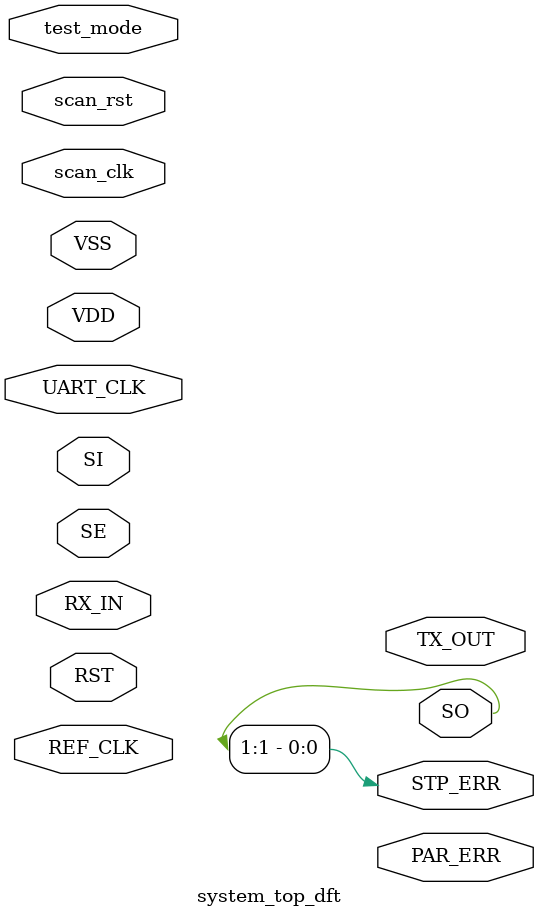
<source format=v>
module DLY4X1M (
	Y, 
	A, 
	VDD, 
	VSS);
   output Y;
   input A;
   inout VDD;
   inout VSS;
endmodule

module CLKINVX8M (
	Y, 
	A, 
	VDD, 
	VSS);
   output Y;
   input A;
   inout VDD;
   inout VSS;
endmodule

module CLKINVX40M (
	Y, 
	A, 
	VDD, 
	VSS);
   output Y;
   input A;
   inout VDD;
   inout VSS;
endmodule

module CLKINVX6M (
	Y, 
	A, 
	VDD, 
	VSS);
   output Y;
   input A;
   inout VDD;
   inout VSS;
endmodule

module CLKBUFX20M (
	Y, 
	A, 
	VDD, 
	VSS);
   output Y;
   input A;
   inout VDD;
   inout VSS;
endmodule

module CLKBUFX24M (
	Y, 
	A, 
	VDD, 
	VSS);
   output Y;
   input A;
   inout VDD;
   inout VSS;
endmodule

module CLKINVX32M (
	Y, 
	A, 
	VDD, 
	VSS);
   output Y;
   input A;
   inout VDD;
   inout VSS;
endmodule

module BUFX18M (
	Y, 
	A, 
	VDD, 
	VSS);
   output Y;
   input A;
   inout VDD;
   inout VSS;
endmodule

module CLKBUFX40M (
	Y, 
	A, 
	VDD, 
	VSS);
   output Y;
   input A;
   inout VDD;
   inout VSS;
endmodule

module CLKINVX24M (
	Y, 
	A, 
	VDD, 
	VSS);
   output Y;
   input A;
   inout VDD;
   inout VSS;
endmodule

module CLKBUFX12M (
	Y, 
	A, 
	VDD, 
	VSS);
   output Y;
   input A;
   inout VDD;
   inout VSS;
endmodule

module BUFX8M (
	Y, 
	A, 
	VDD, 
	VSS);
   output Y;
   input A;
   inout VDD;
   inout VSS;
endmodule

module BUFX16M (
	Y, 
	A, 
	VDD, 
	VSS);
   output Y;
   input A;
   inout VDD;
   inout VSS;
endmodule

module TIEHIM (
	Y, 
	VDD, 
	VSS);
   output Y;
   inout VDD;
   inout VSS;
endmodule

module TIELOM (
	Y, 
	VDD, 
	VSS);
   output Y;
   inout VDD;
   inout VSS;
endmodule

module BUFX4M (
	Y, 
	A, 
	VDD, 
	VSS);
   output Y;
   input A;
   inout VDD;
   inout VSS;
endmodule

module CLKBUFX8M (
	Y, 
	A, 
	VDD, 
	VSS);
   output Y;
   input A;
   inout VDD;
   inout VSS;
endmodule

module OR2X2M (
	Y, 
	B, 
	A, 
	VDD, 
	VSS);
   output Y;
   input B;
   input A;
   inout VDD;
   inout VSS;
endmodule

module DLY1X1M (
	Y, 
	A, 
	VDD, 
	VSS);
   output Y;
   input A;
   inout VDD;
   inout VSS;
endmodule

module NAND3BX2M (
	Y, 
	C, 
	B, 
	AN, 
	VDD, 
	VSS);
   output Y;
   input C;
   input B;
   input AN;
   inout VDD;
   inout VSS;
endmodule

module OAI2BB2X1M (
	Y, 
	B1, 
	B0, 
	A1N, 
	A0N, 
	VDD, 
	VSS);
   output Y;
   input B1;
   input B0;
   input A1N;
   input A0N;
   inout VDD;
   inout VSS;
endmodule

module SDFFRQX4M (
	SI, 
	SE, 
	RN, 
	Q, 
	D, 
	CK, 
	VDD, 
	VSS);
   input SI;
   input SE;
   input RN;
   output Q;
   input D;
   input CK;
   inout VDD;
   inout VSS;
endmodule

module AOI221XLM (
	Y, 
	C0, 
	B1, 
	B0, 
	A1, 
	A0, 
	VDD, 
	VSS);
   output Y;
   input C0;
   input B1;
   input B0;
   input A1;
   input A0;
   inout VDD;
   inout VSS;
endmodule

module NOR2X2M (
	Y, 
	B, 
	A, 
	VDD, 
	VSS);
   output Y;
   input B;
   input A;
   inout VDD;
   inout VSS;
endmodule

module AND3X2M (
	Y, 
	C, 
	B, 
	A, 
	VDD, 
	VSS);
   output Y;
   input C;
   input B;
   input A;
   inout VDD;
   inout VSS;
endmodule

module NAND3X1M (
	Y, 
	C, 
	B, 
	A, 
	VDD, 
	VSS);
   output Y;
   input C;
   input B;
   input A;
   inout VDD;
   inout VSS;
endmodule

module AOI211X2M (
	Y, 
	C0, 
	B0, 
	A1, 
	A0, 
	VDD, 
	VSS);
   output Y;
   input C0;
   input B0;
   input A1;
   input A0;
   inout VDD;
   inout VSS;
endmodule

module CLKBUFX2M (
	Y, 
	A, 
	VDD, 
	VSS);
   output Y;
   input A;
   inout VDD;
   inout VSS;
endmodule

module NOR2BX2M (
	Y, 
	B, 
	AN, 
	VDD, 
	VSS);
   output Y;
   input B;
   input AN;
   inout VDD;
   inout VSS;
endmodule

module NAND3X2M (
	Y, 
	C, 
	B, 
	A, 
	VDD, 
	VSS);
   output Y;
   input C;
   input B;
   input A;
   inout VDD;
   inout VSS;
endmodule

module CLKINVX2M (
	Y, 
	A, 
	VDD, 
	VSS);
   output Y;
   input A;
   inout VDD;
   inout VSS;
endmodule

module NAND2X2M (
	Y, 
	B, 
	A, 
	VDD, 
	VSS);
   output Y;
   input B;
   input A;
   inout VDD;
   inout VSS;
endmodule

module INVX2M (
	Y, 
	A, 
	VDD, 
	VSS);
   output Y;
   input A;
   inout VDD;
   inout VSS;
endmodule

module CLKNAND2X2M (
	Y, 
	B, 
	A, 
	VDD, 
	VSS);
   output Y;
   input B;
   input A;
   inout VDD;
   inout VSS;
endmodule

module OAI211X2M (
	Y, 
	C0, 
	B0, 
	A1, 
	A0, 
	VDD, 
	VSS);
   output Y;
   input C0;
   input B0;
   input A1;
   input A0;
   inout VDD;
   inout VSS;
endmodule

module OAI2BB1X2M (
	Y, 
	B0, 
	A1N, 
	A0N, 
	VDD, 
	VSS);
   output Y;
   input B0;
   input A1N;
   input A0N;
   inout VDD;
   inout VSS;
endmodule

module AOI22X1M (
	Y, 
	B1, 
	B0, 
	A1, 
	A0, 
	VDD, 
	VSS);
   output Y;
   input B1;
   input B0;
   input A1;
   input A0;
   inout VDD;
   inout VSS;
endmodule

module NAND4X2M (
	Y, 
	D, 
	C, 
	B, 
	A, 
	VDD, 
	VSS);
   output Y;
   input D;
   input C;
   input B;
   input A;
   inout VDD;
   inout VSS;
endmodule

module OAI31X1M (
	Y, 
	B0, 
	A2, 
	A1, 
	A0, 
	VDD, 
	VSS);
   output Y;
   input B0;
   input A2;
   input A1;
   input A0;
   inout VDD;
   inout VSS;
endmodule

module NOR4X1M (
	Y, 
	D, 
	C, 
	B, 
	A, 
	VDD, 
	VSS);
   output Y;
   input D;
   input C;
   input B;
   input A;
   inout VDD;
   inout VSS;
endmodule

module NOR3X2M (
	Y, 
	C, 
	B, 
	A, 
	VDD, 
	VSS);
   output Y;
   input C;
   input B;
   input A;
   inout VDD;
   inout VSS;
endmodule

module OAI21X2M (
	Y, 
	B0, 
	A1, 
	A0, 
	VDD, 
	VSS);
   output Y;
   input B0;
   input A1;
   input A0;
   inout VDD;
   inout VSS;
endmodule

module INVXLM (
	Y, 
	A, 
	VDD, 
	VSS);
   output Y;
   input A;
   inout VDD;
   inout VSS;
endmodule

module SDFFRQX1M (
	SI, 
	SE, 
	RN, 
	Q, 
	D, 
	CK, 
	VDD, 
	VSS);
   input SI;
   input SE;
   input RN;
   output Q;
   input D;
   input CK;
   inout VDD;
   inout VSS;
endmodule

module SDFFSRX2M (
	SN, 
	SI, 
	SE, 
	RN, 
	QN, 
	Q, 
	D, 
	CK, 
	VDD, 
	VSS);
   input SN;
   input SI;
   input SE;
   input RN;
   output QN;
   output Q;
   input D;
   input CK;
   inout VDD;
   inout VSS;
endmodule

module NAND4BX1M (
	Y, 
	D, 
	C, 
	B, 
	AN, 
	VDD, 
	VSS);
   output Y;
   input D;
   input C;
   input B;
   input AN;
   inout VDD;
   inout VSS;
endmodule

module BUFX2M (
	Y, 
	A, 
	VDD, 
	VSS);
   output Y;
   input A;
   inout VDD;
   inout VSS;
endmodule

module NOR3BX2M (
	Y, 
	C, 
	B, 
	AN, 
	VDD, 
	VSS);
   output Y;
   input C;
   input B;
   input AN;
   inout VDD;
   inout VSS;
endmodule

module OR3X1M (
	Y, 
	C, 
	B, 
	A, 
	VDD, 
	VSS);
   output Y;
   input C;
   input B;
   input A;
   inout VDD;
   inout VSS;
endmodule

module SDFFSQX2M (
	SN, 
	SI, 
	SE, 
	Q, 
	D, 
	CK, 
	VDD, 
	VSS);
   input SN;
   input SI;
   input SE;
   output Q;
   input D;
   input CK;
   inout VDD;
   inout VSS;
endmodule

module SDFFSQX4M (
	SN, 
	SI, 
	SE, 
	Q, 
	D, 
	CK, 
	VDD, 
	VSS);
   input SN;
   input SI;
   input SE;
   output Q;
   input D;
   input CK;
   inout VDD;
   inout VSS;
endmodule

module SDFFRQX2M (
	SI, 
	SE, 
	RN, 
	Q, 
	D, 
	CK, 
	VDD, 
	VSS);
   input SI;
   input SE;
   input RN;
   output Q;
   input D;
   input CK;
   inout VDD;
   inout VSS;
endmodule

module CLKINVX1M (
	Y, 
	A, 
	VDD, 
	VSS);
   output Y;
   input A;
   inout VDD;
   inout VSS;
endmodule

module MX4XLM (
	Y, 
	S1, 
	S0, 
	D, 
	C, 
	B, 
	A, 
	VDD, 
	VSS);
   output Y;
   input S1;
   input S0;
   input D;
   input C;
   input B;
   input A;
   inout VDD;
   inout VSS;
endmodule

module CLKAND2X2M (
	Y, 
	B, 
	A, 
	VDD, 
	VSS);
   output Y;
   input B;
   input A;
   inout VDD;
   inout VSS;
endmodule

module NAND2BX2M (
	Y, 
	B, 
	AN, 
	VDD, 
	VSS);
   output Y;
   input B;
   input AN;
   inout VDD;
   inout VSS;
endmodule

module CLKINVX4M (
	Y, 
	A, 
	VDD, 
	VSS);
   output Y;
   input A;
   inout VDD;
   inout VSS;
endmodule

module AO22X1M (
	Y, 
	B1, 
	B0, 
	A1, 
	A0, 
	VDD, 
	VSS);
   output Y;
   input B1;
   input B0;
   input A1;
   input A0;
   inout VDD;
   inout VSS;
endmodule

module MX2XLM (
	Y, 
	S0, 
	B, 
	A, 
	VDD, 
	VSS);
   output Y;
   input S0;
   input B;
   input A;
   inout VDD;
   inout VSS;
endmodule

module MX4X1M (
	Y, 
	S1, 
	S0, 
	D, 
	C, 
	B, 
	A, 
	VDD, 
	VSS);
   output Y;
   input S1;
   input S0;
   input D;
   input C;
   input B;
   input A;
   inout VDD;
   inout VSS;
endmodule

module SDFFSRX1M (
	SN, 
	SI, 
	SE, 
	RN, 
	QN, 
	Q, 
	D, 
	CK, 
	VDD, 
	VSS);
   input SN;
   input SI;
   input SE;
   input RN;
   output QN;
   output Q;
   input D;
   input CK;
   inout VDD;
   inout VSS;
endmodule

module AOI222X1M (
	Y, 
	C1, 
	C0, 
	B1, 
	B0, 
	A1, 
	A0, 
	VDD, 
	VSS);
   output Y;
   input C1;
   input C0;
   input B1;
   input B0;
   input A1;
   input A0;
   inout VDD;
   inout VSS;
endmodule

module XNOR2X2M (
	Y, 
	B, 
	A, 
	VDD, 
	VSS);
   output Y;
   input B;
   input A;
   inout VDD;
   inout VSS;
endmodule

module AND2X2M (
	Y, 
	B, 
	A, 
	VDD, 
	VSS);
   output Y;
   input B;
   input A;
   inout VDD;
   inout VSS;
endmodule

module OAI221X1M (
	Y, 
	C0, 
	B1, 
	B0, 
	A1, 
	A0, 
	VDD, 
	VSS);
   output Y;
   input C0;
   input B1;
   input B0;
   input A1;
   input A0;
   inout VDD;
   inout VSS;
endmodule

module OAI32X1M (
	Y, 
	B1, 
	B0, 
	A2, 
	A1, 
	A0, 
	VDD, 
	VSS);
   output Y;
   input B1;
   input B0;
   input A2;
   input A1;
   input A0;
   inout VDD;
   inout VSS;
endmodule

module AND4X2M (
	Y, 
	D, 
	C, 
	B, 
	A, 
	VDD, 
	VSS);
   output Y;
   input D;
   input C;
   input B;
   input A;
   inout VDD;
   inout VSS;
endmodule

module AOI33X2M (
	Y, 
	B2, 
	B1, 
	B0, 
	A2, 
	A1, 
	A0, 
	VDD, 
	VSS);
   output Y;
   input B2;
   input B1;
   input B0;
   input A2;
   input A1;
   input A0;
   inout VDD;
   inout VSS;
endmodule

module AOI21X2M (
	Y, 
	B0, 
	A1, 
	A0, 
	VDD, 
	VSS);
   output Y;
   input B0;
   input A1;
   input A0;
   inout VDD;
   inout VSS;
endmodule

module OAI2B11X2M (
	Y, 
	C0, 
	B0, 
	A1N, 
	A0, 
	VDD, 
	VSS);
   output Y;
   input C0;
   input B0;
   input A1N;
   input A0;
   inout VDD;
   inout VSS;
endmodule

module AOI32X1M (
	Y, 
	B1, 
	B0, 
	A2, 
	A1, 
	A0, 
	VDD, 
	VSS);
   output Y;
   input B1;
   input B0;
   input A2;
   input A1;
   input A0;
   inout VDD;
   inout VSS;
endmodule

module NAND2BX1M (
	Y, 
	B, 
	AN, 
	VDD, 
	VSS);
   output Y;
   input B;
   input AN;
   inout VDD;
   inout VSS;
endmodule

module AOI21X1M (
	Y, 
	B0, 
	A1, 
	A0, 
	VDD, 
	VSS);
   output Y;
   input B0;
   input A1;
   input A0;
   inout VDD;
   inout VSS;
endmodule

module OAI211X1M (
	Y, 
	C0, 
	B0, 
	A1, 
	A0, 
	VDD, 
	VSS);
   output Y;
   input C0;
   input B0;
   input A1;
   input A0;
   inout VDD;
   inout VSS;
endmodule

module OA21X1M (
	Y, 
	B0, 
	A1, 
	A0, 
	VDD, 
	VSS);
   output Y;
   input B0;
   input A1;
   input A0;
   inout VDD;
   inout VSS;
endmodule

module AOI31X1M (
	Y, 
	B0, 
	A2, 
	A1, 
	A0, 
	VDD, 
	VSS);
   output Y;
   input B0;
   input A2;
   input A1;
   input A0;
   inout VDD;
   inout VSS;
endmodule

module OAI2B11X1M (
	Y, 
	C0, 
	B0, 
	A1N, 
	A0, 
	VDD, 
	VSS);
   output Y;
   input C0;
   input B0;
   input A1N;
   input A0;
   inout VDD;
   inout VSS;
endmodule

module AOI2B1X1M (
	Y, 
	B0, 
	A1N, 
	A0, 
	VDD, 
	VSS);
   output Y;
   input B0;
   input A1N;
   input A0;
   inout VDD;
   inout VSS;
endmodule

module NOR2X1M (
	Y, 
	B, 
	A, 
	VDD, 
	VSS);
   output Y;
   input B;
   input A;
   inout VDD;
   inout VSS;
endmodule

module ADDFX2M (
	S, 
	CO, 
	CI, 
	B, 
	A, 
	VDD, 
	VSS);
   output S;
   output CO;
   input CI;
   input B;
   input A;
   inout VDD;
   inout VSS;
endmodule

module MX2X1M (
	Y, 
	S0, 
	B, 
	A, 
	VDD, 
	VSS);
   output Y;
   input S0;
   input B;
   input A;
   inout VDD;
   inout VSS;
endmodule

module CLKMX2X2M (
	Y, 
	S0, 
	B, 
	A, 
	VDD, 
	VSS);
   output Y;
   input S0;
   input B;
   input A;
   inout VDD;
   inout VSS;
endmodule

module AND4X1M (
	Y, 
	D, 
	C, 
	B, 
	A, 
	VDD, 
	VSS);
   output Y;
   input D;
   input C;
   input B;
   input A;
   inout VDD;
   inout VSS;
endmodule

module AND3X1M (
	Y, 
	C, 
	B, 
	A, 
	VDD, 
	VSS);
   output Y;
   input C;
   input B;
   input A;
   inout VDD;
   inout VSS;
endmodule

module XOR2X1M (
	Y, 
	B, 
	A, 
	VDD, 
	VSS);
   output Y;
   input B;
   input A;
   inout VDD;
   inout VSS;
endmodule

module CLKXOR2X2M (
	Y, 
	B, 
	A, 
	VDD, 
	VSS);
   output Y;
   input B;
   input A;
   inout VDD;
   inout VSS;
endmodule

module OAI21BX1M (
	Y, 
	B0N, 
	A1, 
	A0, 
	VDD, 
	VSS);
   output Y;
   input B0N;
   input A1;
   input A0;
   inout VDD;
   inout VSS;
endmodule

module AOI2BB1X2M (
	Y, 
	B0, 
	A1N, 
	A0N, 
	VDD, 
	VSS);
   output Y;
   input B0;
   input A1N;
   input A0N;
   inout VDD;
   inout VSS;
endmodule

module OAI2BB1XLM (
	Y, 
	B0, 
	A1N, 
	A0N, 
	VDD, 
	VSS);
   output Y;
   input B0;
   input A1N;
   input A0N;
   inout VDD;
   inout VSS;
endmodule

module XNOR2X1M (
	Y, 
	B, 
	A, 
	VDD, 
	VSS);
   output Y;
   input B;
   input A;
   inout VDD;
   inout VSS;
endmodule

module OAI21X1M (
	Y, 
	B0, 
	A1, 
	A0, 
	VDD, 
	VSS);
   output Y;
   input B0;
   input A1;
   input A0;
   inout VDD;
   inout VSS;
endmodule

module XOR3XLM (
	Y, 
	C, 
	B, 
	A, 
	VDD, 
	VSS);
   output Y;
   input C;
   input B;
   input A;
   inout VDD;
   inout VSS;
endmodule

module AND2X1M (
	Y, 
	B, 
	A, 
	VDD, 
	VSS);
   output Y;
   input B;
   input A;
   inout VDD;
   inout VSS;
endmodule

module TLATNCAX12M (
	ECK, 
	E, 
	CK, 
	VDD, 
	VSS);
   output ECK;
   input E;
   input CK;
   inout VDD;
   inout VSS;
endmodule

module SDFFSQX1M (
	SN, 
	SI, 
	SE, 
	Q, 
	D, 
	CK, 
	VDD, 
	VSS);
   input SN;
   input SI;
   input SE;
   output Q;
   input D;
   input CK;
   inout VDD;
   inout VSS;
endmodule

module OAI22X1M (
	Y, 
	B1, 
	B0, 
	A1, 
	A0, 
	VDD, 
	VSS);
   output Y;
   input B1;
   input B0;
   input A1;
   input A0;
   inout VDD;
   inout VSS;
endmodule

module OAI2B2X1M (
	Y, 
	B1, 
	B0, 
	A1N, 
	A0, 
	VDD, 
	VSS);
   output Y;
   input B1;
   input B0;
   input A1N;
   input A0;
   inout VDD;
   inout VSS;
endmodule

module SDFFRX1M (
	SI, 
	SE, 
	RN, 
	QN, 
	Q, 
	D, 
	CK, 
	VDD, 
	VSS);
   input SI;
   input SE;
   input RN;
   output QN;
   output Q;
   input D;
   input CK;
   inout VDD;
   inout VSS;
endmodule

module SDFFRX2M (
	SI, 
	SE, 
	RN, 
	QN, 
	Q, 
	D, 
	CK, 
	VDD, 
	VSS);
   input SI;
   input SE;
   input RN;
   output QN;
   output Q;
   input D;
   input CK;
   inout VDD;
   inout VSS;
endmodule

module OR4X1M (
	Y, 
	D, 
	C, 
	B, 
	A, 
	VDD, 
	VSS);
   output Y;
   input D;
   input C;
   input B;
   input A;
   inout VDD;
   inout VSS;
endmodule

module NAND3BX1M (
	Y, 
	C, 
	B, 
	AN, 
	VDD, 
	VSS);
   output Y;
   input C;
   input B;
   input AN;
   inout VDD;
   inout VSS;
endmodule

module AOI21BX2M (
	Y, 
	B0N, 
	A1, 
	A0, 
	VDD, 
	VSS);
   output Y;
   input B0N;
   input A1;
   input A0;
   inout VDD;
   inout VSS;
endmodule

module AOI31X2M (
	Y, 
	B0, 
	A2, 
	A1, 
	A0, 
	VDD, 
	VSS);
   output Y;
   input B0;
   input A2;
   input A1;
   input A0;
   inout VDD;
   inout VSS;
endmodule

module OAI2BB1X1M (
	Y, 
	B0, 
	A1N, 
	A0N, 
	VDD, 
	VSS);
   output Y;
   input B0;
   input A1N;
   input A0N;
   inout VDD;
   inout VSS;
endmodule

module AO21XLM (
	Y, 
	B0, 
	A1, 
	A0, 
	VDD, 
	VSS);
   output Y;
   input B0;
   input A1;
   input A0;
   inout VDD;
   inout VSS;
endmodule

module NAND4BBX1M (
	Y, 
	D, 
	C, 
	BN, 
	AN, 
	VDD, 
	VSS);
   output Y;
   input D;
   input C;
   input BN;
   input AN;
   inout VDD;
   inout VSS;
endmodule

module SDFFSX2M (
	SN, 
	SI, 
	SE, 
	QN, 
	Q, 
	D, 
	CK, 
	VDD, 
	VSS);
   input SN;
   input SI;
   input SE;
   output QN;
   output Q;
   input D;
   input CK;
   inout VDD;
   inout VSS;
endmodule

module OAI33X2M (
	Y, 
	B2, 
	B1, 
	B0, 
	A2, 
	A1, 
	A0, 
	VDD, 
	VSS);
   output Y;
   input B2;
   input B1;
   input B0;
   input A2;
   input A1;
   input A0;
   inout VDD;
   inout VSS;
endmodule

module NOR4BBX1M (
	Y, 
	D, 
	C, 
	BN, 
	AN, 
	VDD, 
	VSS);
   output Y;
   input D;
   input C;
   input BN;
   input AN;
   inout VDD;
   inout VSS;
endmodule

module NAND2X1M (
	Y, 
	B, 
	A, 
	VDD, 
	VSS);
   output Y;
   input B;
   input A;
   inout VDD;
   inout VSS;
endmodule

module ADDHX1M (
	S, 
	CO, 
	B, 
	A, 
	VDD, 
	VSS);
   output S;
   output CO;
   input B;
   input A;
   inout VDD;
   inout VSS;
endmodule

module AO2B2X2M (
	Y, 
	B1, 
	B0, 
	A1N, 
	A0, 
	VDD, 
	VSS);
   output Y;
   input B1;
   input B0;
   input A1N;
   input A0;
   inout VDD;
   inout VSS;
endmodule

module CLKBUFX1M (
	Y, 
	A, 
	VDD, 
	VSS);
   output Y;
   input A;
   inout VDD;
   inout VSS;
endmodule

module SDFFRHQX8M (
	SI, 
	SE, 
	RN, 
	Q, 
	D, 
	CK, 
	VDD, 
	VSS);
   input SI;
   input SE;
   input RN;
   output Q;
   input D;
   input CK;
   inout VDD;
   inout VSS;
endmodule

module MX2X2M (
	Y, 
	S0, 
	B, 
	A, 
	VDD, 
	VSS);
   output Y;
   input S0;
   input B;
   input A;
   inout VDD;
   inout VSS;
endmodule

module NAND4X1M (
	Y, 
	D, 
	C, 
	B, 
	A, 
	VDD, 
	VSS);
   output Y;
   input D;
   input C;
   input B;
   input A;
   inout VDD;
   inout VSS;
endmodule

module NOR4X2M (
	Y, 
	D, 
	C, 
	B, 
	A, 
	VDD, 
	VSS);
   output Y;
   input D;
   input C;
   input B;
   input A;
   inout VDD;
   inout VSS;
endmodule

module AO22XLM (
	Y, 
	B1, 
	B0, 
	A1, 
	A0, 
	VDD, 
	VSS);
   output Y;
   input B1;
   input B0;
   input A1;
   input A0;
   inout VDD;
   inout VSS;
endmodule

module MX2X6M (
	Y, 
	S0, 
	B, 
	A, 
	VDD, 
	VSS);
   output Y;
   input S0;
   input B;
   input A;
   inout VDD;
   inout VSS;
endmodule

module CLKMX2X4M (
	Y, 
	S0, 
	B, 
	A, 
	VDD, 
	VSS);
   output Y;
   input S0;
   input B;
   input A;
   inout VDD;
   inout VSS;
endmodule

/////////////////////////////////////////////////////////////
// Created by: Synopsys DC Expert(TM) in wire load mode
// Version   : K-2015.06
// Date      : Mon Aug 26 17:40:48 2024
/////////////////////////////////////////////////////////////
module SYS_CTRL_data_width8_addr4_out_width16_test_1 (
	CLK, 
	RST, 
	ALU_OUT, 
	OUT_Valid, 
	RdData, 
	RdData_Valid, 
	RX_P_DATA, 
	RX_D_VLD, 
	fifo_full, 
	ALU_FUN, 
	EN, 
	CLK_EN, 
	Address, 
	WrEn, 
	RdEn, 
	WrData, 
	TX_P_DATA, 
	TX_D_VLD, 
	clk_div_en, 
	test_si, 
	test_so, 
	test_se, 
	FE_OFN1_RST_M_1, 
	REF_CLK_scan__L3_N3, 
	VDD, 
	VSS);
   input CLK;
   input RST;
   input [15:0] ALU_OUT;
   input OUT_Valid;
   input [7:0] RdData;
   input RdData_Valid;
   input [7:0] RX_P_DATA;
   input RX_D_VLD;
   input fifo_full;
   output [3:0] ALU_FUN;
   output EN;
   output CLK_EN;
   output [3:0] Address;
   output WrEn;
   output RdEn;
   output [7:0] WrData;
   output [7:0] TX_P_DATA;
   output TX_D_VLD;
   output clk_div_en;
   input test_si;
   output test_so;
   input test_se;
   input FE_OFN1_RST_M_1;
   input REF_CLK_scan__L3_N3;
   inout VDD;
   inout VSS;

   // Internal wires
   wire HTIE_LTIEHI_NET;
   wire n135;
   wire N345;
   wire N346;
   wire N347;
   wire N348;
   wire N349;
   wire N350;
   wire N351;
   wire N352;
   wire N353;
   wire N354;
   wire N355;
   wire N356;
   wire N357;
   wire N358;
   wire N359;
   wire N360;
   wire N362;
   wire N363;
   wire N364;
   wire N365;
   wire n47;
   wire n48;
   wire n49;
   wire n50;
   wire n51;
   wire n53;
   wire n54;
   wire n55;
   wire n56;
   wire n57;
   wire n58;
   wire n59;
   wire n60;
   wire n61;
   wire n62;
   wire n63;
   wire n64;
   wire n65;
   wire n66;
   wire n67;
   wire n70;
   wire n71;
   wire n72;
   wire n73;
   wire n74;
   wire n75;
   wire n77;
   wire n79;
   wire n80;
   wire n81;
   wire n82;
   wire n83;
   wire n84;
   wire n85;
   wire n86;
   wire n87;
   wire n88;
   wire n89;
   wire n90;
   wire n91;
   wire n92;
   wire n93;
   wire n94;
   wire n95;
   wire n97;
   wire n98;
   wire n99;
   wire n102;
   wire n103;
   wire n104;
   wire n25;
   wire n26;
   wire n109;
   wire n110;
   wire n111;
   wire n112;
   wire n113;
   wire n115;
   wire n116;
   wire n117;
   wire n118;
   wire n119;
   wire n120;
   wire n122;
   wire n123;
   wire n126;
   wire n127;
   wire n128;
   wire n129;
   wire n130;
   wire n131;
   wire n132;
   wire n133;
   wire n134;
   wire n138;
   wire n139;
   wire n140;
   wire n141;
   wire n142;
   wire n143;
   wire n144;
   wire n145;
   wire n146;
   wire n147;
   wire n148;
   wire n149;
   wire n150;
   wire n151;
   wire n154;
   wire n156;
   wire n157;
   wire n158;
   wire n159;
   wire n160;
   wire n161;
   wire n162;
   wire n163;
   wire n164;
   wire n165;
   wire n166;
   wire n167;
   wire [31:0] current_state;
   wire [3:0] next_state;
   wire [3:0] Address_reg;
   wire [15:0] ALU_OUT_reg;

   assign clk_div_en = 1'b1 ;
   assign test_so = n132 ;

   // Module instantiations
   TIEHIM HTIE_LTIEHI (
	.Y(HTIE_LTIEHI_NET), 
	.VDD(VDD), 
	.VSS(VSS));
   NAND3BX2M U116 (
	.Y(n98),
	.C(RX_D_VLD),
	.B(current_state[0]),
	.AN(n55), 
	.VDD(VDD), 
	.VSS(VSS));
   OAI2BB2X1M U140 (
	.Y(Address[1]),
	.B1(n57),
	.B0(n80),
	.A1N(n102),
	.A0N(Address_reg[1]), 
	.VDD(VDD), 
	.VSS(VSS));
   SDFFRQX4M \current_state_reg[3]  (
	.SI(n133),
	.SE(n163),
	.RN(FE_OFN1_RST_M_1),
	.Q(current_state[3]),
	.D(next_state[3]),
	.CK(REF_CLK_scan__L3_N3), 
	.VDD(VDD), 
	.VSS(VSS));
   AOI221XLM U27 (
	.Y(n103),
	.C0(n127),
	.B1(Address_reg[0]),
	.B0(n104),
	.A1(n122),
	.A0(n131), 
	.VDD(VDD), 
	.VSS(VSS));
   NOR2X2M U28 (
	.Y(ALU_FUN[3]),
	.B(n130),
	.A(n74), 
	.VDD(VDD), 
	.VSS(VSS));
   NOR2X2M U29 (
	.Y(ALU_FUN[1]),
	.B(n130),
	.A(n80), 
	.VDD(VDD), 
	.VSS(VSS));
   AND3X2M U31 (
	.Y(n26),
	.C(n126),
	.B(n113),
	.A(n25), 
	.VDD(VDD), 
	.VSS(VSS));
   NAND3X1M U34 (
	.Y(n58),
	.C(RX_P_DATA[6]),
	.B(n72),
	.A(RX_P_DATA[2]), 
	.VDD(VDD), 
	.VSS(VSS));
   NAND3X1M U36 (
	.Y(n65),
	.C(RX_P_DATA[5]),
	.B(n72),
	.A(RX_P_DATA[1]), 
	.VDD(VDD), 
	.VSS(VSS));
   AOI211X2M U38 (
	.Y(n70),
	.C0(current_state[3]),
	.B0(n129),
	.A1(RX_D_VLD),
	.A0(current_state[2]), 
	.VDD(VDD), 
	.VSS(VSS));
   CLKBUFX2M U63 (
	.Y(Address[2]),
	.A(n135), 
	.VDD(VDD), 
	.VSS(VSS));
   OAI2BB2X1M U64 (
	.Y(n135),
	.B1(n57),
	.B0(n79),
	.A1N(n102),
	.A0N(Address_reg[2]), 
	.VDD(VDD), 
	.VSS(VSS));
   NOR2BX2M U65 (
	.Y(RdEn),
	.B(n57),
	.AN(RX_D_VLD), 
	.VDD(VDD), 
	.VSS(VSS));
   NOR2X2M U66 (
	.Y(ALU_FUN[0]),
	.B(n130),
	.A(n81), 
	.VDD(VDD), 
	.VSS(VSS));
   NOR2X2M U67 (
	.Y(ALU_FUN[2]),
	.B(n130),
	.A(n79), 
	.VDD(VDD), 
	.VSS(VSS));
   NAND3X2M U68 (
	.Y(n82),
	.C(n167),
	.B(n134),
	.A(n53), 
	.VDD(VDD), 
	.VSS(VSS));
   CLKINVX2M U70 (
	.Y(Address[0]),
	.A(n103), 
	.VDD(VDD), 
	.VSS(VSS));
   NAND2X2M U71 (
	.Y(n74),
	.B(RX_D_VLD),
	.A(RX_P_DATA[3]), 
	.VDD(VDD), 
	.VSS(VSS));
   INVX2M U72 (
	.Y(n117),
	.A(RX_P_DATA[4]), 
	.VDD(VDD), 
	.VSS(VSS));
   INVX2M U73 (
	.Y(WrEn),
	.A(n75), 
	.VDD(VDD), 
	.VSS(VSS));
   CLKNAND2X2M U74 (
	.Y(n75),
	.B(n77),
	.A(RX_D_VLD), 
	.VDD(VDD), 
	.VSS(VSS));
   CLKINVX2M U75 (
	.Y(n111),
	.A(n92), 
	.VDD(VDD), 
	.VSS(VSS));
   INVX2M U76 (
	.Y(n128),
	.A(n77), 
	.VDD(VDD), 
	.VSS(VSS));
   INVX2M U77 (
	.Y(n131),
	.A(n57), 
	.VDD(VDD), 
	.VSS(VSS));
   INVX2M U78 (
	.Y(n123),
	.A(RX_D_VLD), 
	.VDD(VDD), 
	.VSS(VSS));
   INVX2M U79 (
	.Y(n112),
	.A(fifo_full), 
	.VDD(VDD), 
	.VSS(VSS));
   CLKINVX2M U80 (
	.Y(EN),
	.A(n47), 
	.VDD(VDD), 
	.VSS(VSS));
   CLKNAND2X2M U83 (
	.Y(n57),
	.B(n132),
	.A(n95), 
	.VDD(VDD), 
	.VSS(VSS));
   NOR2X2M U84 (
	.Y(n83),
	.B(n129),
	.A(n134), 
	.VDD(VDD), 
	.VSS(VSS));
   NAND2X2M U85 (
	.Y(n50),
	.B(n53),
	.A(n83), 
	.VDD(VDD), 
	.VSS(VSS));
   NAND3X2M U86 (
	.Y(n56),
	.C(n83),
	.B(n132),
	.A(n133), 
	.VDD(VDD), 
	.VSS(VSS));
   NAND3X2M U87 (
	.Y(n77),
	.C(n82),
	.B(n50),
	.A(n56), 
	.VDD(VDD), 
	.VSS(VSS));
   NOR2X2M U88 (
	.Y(WrData[0]),
	.B(n81),
	.A(n128), 
	.VDD(VDD), 
	.VSS(VSS));
   NOR2X2M U89 (
	.Y(WrData[4]),
	.B(n75),
	.A(n117), 
	.VDD(VDD), 
	.VSS(VSS));
   NOR2X2M U90 (
	.Y(WrData[5]),
	.B(n75),
	.A(n116), 
	.VDD(VDD), 
	.VSS(VSS));
   NOR2X2M U91 (
	.Y(WrData[6]),
	.B(n75),
	.A(n115), 
	.VDD(VDD), 
	.VSS(VSS));
   NOR2X2M U92 (
	.Y(WrData[7]),
	.B(n75),
	.A(n154), 
	.VDD(VDD), 
	.VSS(VSS));
   CLKINVX2M U93 (
	.Y(n110),
	.A(n93), 
	.VDD(VDD), 
	.VSS(VSS));
   NOR2BX2M U94 (
	.Y(n102),
	.B(n82),
	.AN(RX_D_VLD), 
	.VDD(VDD), 
	.VSS(VSS));
   NAND2X2M U95 (
	.Y(n92),
	.B(n112),
	.A(n64), 
	.VDD(VDD), 
	.VSS(VSS));
   NAND3X2M U96 (
	.Y(TX_D_VLD),
	.C(n93),
	.B(n94),
	.A(n92), 
	.VDD(VDD), 
	.VSS(VSS));
   NOR2X2M U97 (
	.Y(n104),
	.B(n82),
	.A(n123), 
	.VDD(VDD), 
	.VSS(VSS));
   NOR2X2M U99 (
	.Y(WrData[1]),
	.B(n80),
	.A(n128), 
	.VDD(VDD), 
	.VSS(VSS));
   NOR2X2M U100 (
	.Y(WrData[2]),
	.B(n79),
	.A(n128), 
	.VDD(VDD), 
	.VSS(VSS));
   NOR2X2M U101 (
	.Y(WrData[3]),
	.B(n128),
	.A(n74), 
	.VDD(VDD), 
	.VSS(VSS));
   CLKINVX2M U102 (
	.Y(n109),
	.A(n94), 
	.VDD(VDD), 
	.VSS(VSS));
   NAND2X2M U103 (
	.Y(n47),
	.B(n99),
	.A(RX_D_VLD), 
	.VDD(VDD), 
	.VSS(VSS));
   OAI211X2M U104 (
	.Y(n54),
	.C0(n57),
	.B0(n56),
	.A1(n55),
	.A0(n129), 
	.VDD(VDD), 
	.VSS(VSS));
   NAND3X2M U105 (
	.Y(n55),
	.C(n134),
	.B(n132),
	.A(n133), 
	.VDD(VDD), 
	.VSS(VSS));
   NOR2X2M U106 (
	.Y(n62),
	.B(n65),
	.A(n117), 
	.VDD(VDD), 
	.VSS(VSS));
   NAND2X2M U108 (
	.Y(next_state[3]),
	.B(n48),
	.A(n47), 
	.VDD(VDD), 
	.VSS(VSS));
   NAND2X2M U109 (
	.Y(next_state[0]),
	.B(n26),
	.A(n67), 
	.VDD(VDD), 
	.VSS(VSS));
   INVX2M U110 (
	.Y(n126),
	.A(n70), 
	.VDD(VDD), 
	.VSS(VSS));
   NOR2X2M U111 (
	.Y(N362),
	.B(n98),
	.A(n120), 
	.VDD(VDD), 
	.VSS(VSS));
   NOR2X2M U112 (
	.Y(N363),
	.B(n98),
	.A(n119), 
	.VDD(VDD), 
	.VSS(VSS));
   NOR2X2M U113 (
	.Y(N364),
	.B(n98),
	.A(n118), 
	.VDD(VDD), 
	.VSS(VSS));
   CLKINVX2M U114 (
	.Y(n130),
	.A(n99), 
	.VDD(VDD), 
	.VSS(VSS));
   NOR2X2M U117 (
	.Y(n53),
	.B(n133),
	.A(current_state[3]), 
	.VDD(VDD), 
	.VSS(VSS));
   CLKINVX2M U118 (
	.Y(n129),
	.A(current_state[0]), 
	.VDD(VDD), 
	.VSS(VSS));
   CLKINVX2M U119 (
	.Y(n134),
	.A(current_state[1]), 
	.VDD(VDD), 
	.VSS(VSS));
   OAI2BB2X1M U120 (
	.Y(Address[3]),
	.B1(n57),
	.B0(n74),
	.A1N(n102),
	.A0N(Address_reg[3]), 
	.VDD(VDD), 
	.VSS(VSS));
   OAI2BB1X2M U121 (
	.Y(TX_P_DATA[0]),
	.B0(n91),
	.A1N(n109),
	.A0N(RdData[0]), 
	.VDD(VDD), 
	.VSS(VSS));
   AOI22X1M U122 (
	.Y(n91),
	.B1(n111),
	.B0(ALU_OUT_reg[0]),
	.A1(n110),
	.A0(ALU_OUT_reg[8]), 
	.VDD(VDD), 
	.VSS(VSS));
   OAI2BB1X2M U123 (
	.Y(TX_P_DATA[1]),
	.B0(n90),
	.A1N(n109),
	.A0N(RdData[1]), 
	.VDD(VDD), 
	.VSS(VSS));
   AOI22X1M U124 (
	.Y(n90),
	.B1(n111),
	.B0(ALU_OUT_reg[1]),
	.A1(n110),
	.A0(ALU_OUT_reg[9]), 
	.VDD(VDD), 
	.VSS(VSS));
   OAI2BB1X2M U125 (
	.Y(TX_P_DATA[2]),
	.B0(n89),
	.A1N(n109),
	.A0N(RdData[2]), 
	.VDD(VDD), 
	.VSS(VSS));
   AOI22X1M U126 (
	.Y(n89),
	.B1(n111),
	.B0(ALU_OUT_reg[2]),
	.A1(n110),
	.A0(ALU_OUT_reg[10]), 
	.VDD(VDD), 
	.VSS(VSS));
   OAI2BB1X2M U127 (
	.Y(TX_P_DATA[3]),
	.B0(n88),
	.A1N(n109),
	.A0N(RdData[3]), 
	.VDD(VDD), 
	.VSS(VSS));
   AOI22X1M U128 (
	.Y(n88),
	.B1(n111),
	.B0(ALU_OUT_reg[3]),
	.A1(n110),
	.A0(ALU_OUT_reg[11]), 
	.VDD(VDD), 
	.VSS(VSS));
   OAI2BB1X2M U129 (
	.Y(TX_P_DATA[4]),
	.B0(n87),
	.A1N(n109),
	.A0N(RdData[4]), 
	.VDD(VDD), 
	.VSS(VSS));
   AOI22X1M U130 (
	.Y(n87),
	.B1(n111),
	.B0(ALU_OUT_reg[4]),
	.A1(n110),
	.A0(ALU_OUT_reg[12]), 
	.VDD(VDD), 
	.VSS(VSS));
   OAI2BB1X2M U131 (
	.Y(TX_P_DATA[5]),
	.B0(n86),
	.A1N(n109),
	.A0N(RdData[5]), 
	.VDD(VDD), 
	.VSS(VSS));
   AOI22X1M U132 (
	.Y(n86),
	.B1(n111),
	.B0(ALU_OUT_reg[5]),
	.A1(n110),
	.A0(ALU_OUT_reg[13]), 
	.VDD(VDD), 
	.VSS(VSS));
   OAI2BB1X2M U133 (
	.Y(TX_P_DATA[6]),
	.B0(n85),
	.A1N(n109),
	.A0N(RdData[6]), 
	.VDD(VDD), 
	.VSS(VSS));
   AOI22X1M U134 (
	.Y(n85),
	.B1(n111),
	.B0(ALU_OUT_reg[6]),
	.A1(n110),
	.A0(ALU_OUT_reg[14]), 
	.VDD(VDD), 
	.VSS(VSS));
   OAI2BB1X2M U135 (
	.Y(TX_P_DATA[7]),
	.B0(n84),
	.A1N(n109),
	.A0N(RdData[7]), 
	.VDD(VDD), 
	.VSS(VSS));
   AOI22X1M U136 (
	.Y(n84),
	.B1(n111),
	.B0(ALU_OUT_reg[7]),
	.A1(n110),
	.A0(ALU_OUT_reg[15]), 
	.VDD(VDD), 
	.VSS(VSS));
   INVX2M U137 (
	.Y(n122),
	.A(n81), 
	.VDD(VDD), 
	.VSS(VSS));
   INVX2M U138 (
	.Y(n127),
	.A(n50), 
	.VDD(VDD), 
	.VSS(VSS));
   CLKINVX2M U139 (
	.Y(n132),
	.A(current_state[3]), 
	.VDD(VDD), 
	.VSS(VSS));
   NAND4X2M U141 (
	.Y(n94),
	.D(n97),
	.C(RdData_Valid),
	.B(n53),
	.A(current_state[1]), 
	.VDD(VDD), 
	.VSS(VSS));
   NOR2X2M U142 (
	.Y(n97),
	.B(current_state[0]),
	.A(fifo_full), 
	.VDD(VDD), 
	.VSS(VSS));
   NAND2X2M U143 (
	.Y(n79),
	.B(RX_D_VLD),
	.A(RX_P_DATA[2]), 
	.VDD(VDD), 
	.VSS(VSS));
   NAND3X2M U144 (
	.Y(n93),
	.C(n112),
	.B(current_state[3]),
	.A(n95), 
	.VDD(VDD), 
	.VSS(VSS));
   INVX2M U146 (
	.Y(n113),
	.A(n66), 
	.VDD(VDD), 
	.VSS(VSS));
   OAI31X1M U147 (
	.Y(n66),
	.B0(n56),
	.A2(n58),
	.A1(RX_P_DATA[0]),
	.A0(n73), 
	.VDD(VDD), 
	.VSS(VSS));
   NAND3X2M U148 (
	.Y(n73),
	.C(n119),
	.B(n116),
	.A(n117), 
	.VDD(VDD), 
	.VSS(VSS));
   NOR4X1M U149 (
	.Y(n72),
	.D(n154),
	.C(n55),
	.B(n74),
	.A(current_state[0]), 
	.VDD(VDD), 
	.VSS(VSS));
   NAND3X2M U150 (
	.Y(n71),
	.C(n118),
	.B(n115),
	.A(n117), 
	.VDD(VDD), 
	.VSS(VSS));
   NAND2X2M U151 (
	.Y(n81),
	.B(RX_D_VLD),
	.A(RX_P_DATA[0]), 
	.VDD(VDD), 
	.VSS(VSS));
   NAND2X2M U152 (
	.Y(n80),
	.B(RX_D_VLD),
	.A(RX_P_DATA[1]), 
	.VDD(VDD), 
	.VSS(VSS));
   NAND3X2M U153 (
	.Y(next_state[1]),
	.C(n113),
	.B(n61),
	.A(n60), 
	.VDD(VDD), 
	.VSS(VSS));
   NAND3X2M U154 (
	.Y(n60),
	.C(current_state[1]),
	.B(n132),
	.A(n123), 
	.VDD(VDD), 
	.VSS(VSS));
   AOI211X2M U155 (
	.Y(n61),
	.C0(n64),
	.B0(n131),
	.A1(n63),
	.A0(n62), 
	.VDD(VDD), 
	.VSS(VSS));
   NOR3X2M U156 (
	.Y(n63),
	.C(RX_P_DATA[2]),
	.B(RX_P_DATA[6]),
	.A(n120), 
	.VDD(VDD), 
	.VSS(VSS));
   NAND3X2M U158 (
	.Y(next_state[2]),
	.C(n49),
	.B(n51),
	.A(n50), 
	.VDD(VDD), 
	.VSS(VSS));
   AOI22X1M U159 (
	.Y(n51),
	.B1(n54),
	.B0(RX_D_VLD),
	.A1(n123),
	.A0(n53), 
	.VDD(VDD), 
	.VSS(VSS));
   NAND3BX2M U161 (
	.Y(n67),
	.C(OUT_Valid),
	.B(n129),
	.AN(n48), 
	.VDD(VDD), 
	.VSS(VSS));
   NAND3X2M U162 (
	.Y(n48),
	.C(current_state[3]),
	.B(n133),
	.A(n134), 
	.VDD(VDD), 
	.VSS(VSS));
   NOR2BX2M U163 (
	.Y(N365),
	.B(n98),
	.AN(RX_P_DATA[3]), 
	.VDD(VDD), 
	.VSS(VSS));
   INVX2M U164 (
	.Y(n120),
	.A(RX_P_DATA[0]), 
	.VDD(VDD), 
	.VSS(VSS));
   INVX2M U165 (
	.Y(n118),
	.A(RX_P_DATA[2]), 
	.VDD(VDD), 
	.VSS(VSS));
   INVX2M U166 (
	.Y(n119),
	.A(RX_P_DATA[1]), 
	.VDD(VDD), 
	.VSS(VSS));
   INVX2M U167 (
	.Y(n115),
	.A(RX_P_DATA[6]), 
	.VDD(VDD), 
	.VSS(VSS));
   INVX2M U168 (
	.Y(n116),
	.A(RX_P_DATA[5]), 
	.VDD(VDD), 
	.VSS(VSS));
   NOR2BX2M U170 (
	.Y(N345),
	.B(n67),
	.AN(ALU_OUT[0]), 
	.VDD(VDD), 
	.VSS(VSS));
   NOR2BX2M U171 (
	.Y(N346),
	.B(n67),
	.AN(ALU_OUT[1]), 
	.VDD(VDD), 
	.VSS(VSS));
   NOR2BX2M U172 (
	.Y(N347),
	.B(n67),
	.AN(ALU_OUT[2]), 
	.VDD(VDD), 
	.VSS(VSS));
   NOR2BX2M U173 (
	.Y(N348),
	.B(n67),
	.AN(ALU_OUT[3]), 
	.VDD(VDD), 
	.VSS(VSS));
   NOR2BX2M U174 (
	.Y(N349),
	.B(n67),
	.AN(ALU_OUT[4]), 
	.VDD(VDD), 
	.VSS(VSS));
   NOR2BX2M U175 (
	.Y(N350),
	.B(n67),
	.AN(ALU_OUT[5]), 
	.VDD(VDD), 
	.VSS(VSS));
   NOR2BX2M U176 (
	.Y(N351),
	.B(n67),
	.AN(ALU_OUT[6]), 
	.VDD(VDD), 
	.VSS(VSS));
   NOR2BX2M U177 (
	.Y(N352),
	.B(n67),
	.AN(ALU_OUT[7]), 
	.VDD(VDD), 
	.VSS(VSS));
   NOR2BX2M U178 (
	.Y(N353),
	.B(n67),
	.AN(ALU_OUT[8]), 
	.VDD(VDD), 
	.VSS(VSS));
   NOR2BX2M U179 (
	.Y(N354),
	.B(n67),
	.AN(ALU_OUT[9]), 
	.VDD(VDD), 
	.VSS(VSS));
   NOR2BX2M U180 (
	.Y(N355),
	.B(n67),
	.AN(ALU_OUT[10]), 
	.VDD(VDD), 
	.VSS(VSS));
   NOR2BX2M U181 (
	.Y(N356),
	.B(n67),
	.AN(ALU_OUT[11]), 
	.VDD(VDD), 
	.VSS(VSS));
   NOR2BX2M U182 (
	.Y(N357),
	.B(n67),
	.AN(ALU_OUT[12]), 
	.VDD(VDD), 
	.VSS(VSS));
   NOR2BX2M U183 (
	.Y(N358),
	.B(n67),
	.AN(ALU_OUT[13]), 
	.VDD(VDD), 
	.VSS(VSS));
   NOR2BX2M U184 (
	.Y(N359),
	.B(n67),
	.AN(ALU_OUT[14]), 
	.VDD(VDD), 
	.VSS(VSS));
   NOR2BX2M U185 (
	.Y(N360),
	.B(n67),
	.AN(ALU_OUT[15]), 
	.VDD(VDD), 
	.VSS(VSS));
   OAI21X2M U186 (
	.Y(CLK_EN),
	.B0(n130),
	.A1(n48),
	.A0(current_state[0]), 
	.VDD(VDD), 
	.VSS(VSS));
   INVXLM U187 (
	.Y(n138),
	.A(test_se), 
	.VDD(VDD), 
	.VSS(VSS));
   INVXLM U188 (
	.Y(n139),
	.A(n138), 
	.VDD(VDD), 
	.VSS(VSS));
   DLY1X1M U189 (
	.Y(n140),
	.A(n151), 
	.VDD(VDD), 
	.VSS(VSS));
   DLY1X1M U190 (
	.Y(n141),
	.A(n160), 
	.VDD(VDD), 
	.VSS(VSS));
   DLY1X1M U191 (
	.Y(n142),
	.A(n161), 
	.VDD(VDD), 
	.VSS(VSS));
   DLY1X1M U192 (
	.Y(n143),
	.A(n162), 
	.VDD(VDD), 
	.VSS(VSS));
   DLY1X1M U193 (
	.Y(n144),
	.A(n163), 
	.VDD(VDD), 
	.VSS(VSS));
   DLY1X1M U194 (
	.Y(n145),
	.A(n166), 
	.VDD(VDD), 
	.VSS(VSS));
   DLY1X1M U195 (
	.Y(n146),
	.A(n156), 
	.VDD(VDD), 
	.VSS(VSS));
   DLY1X1M U196 (
	.Y(n147),
	.A(n157), 
	.VDD(VDD), 
	.VSS(VSS));
   DLY1X1M U197 (
	.Y(n148),
	.A(n140), 
	.VDD(VDD), 
	.VSS(VSS));
   DLY1X1M U198 (
	.Y(n149),
	.A(n159), 
	.VDD(VDD), 
	.VSS(VSS));
   DLY1X1M U199 (
	.Y(n150),
	.A(n165), 
	.VDD(VDD), 
	.VSS(VSS));
   DLY1X1M U200 (
	.Y(n151),
	.A(n141), 
	.VDD(VDD), 
	.VSS(VSS));
   INVXLM U203 (
	.Y(n154),
	.A(RX_P_DATA[7]), 
	.VDD(VDD), 
	.VSS(VSS));
   DLY1X1M U205 (
	.Y(n156),
	.A(n142), 
	.VDD(VDD), 
	.VSS(VSS));
   DLY1X1M U206 (
	.Y(n157),
	.A(n143), 
	.VDD(VDD), 
	.VSS(VSS));
   DLY1X1M U207 (
	.Y(n158),
	.A(n151), 
	.VDD(VDD), 
	.VSS(VSS));
   DLY1X1M U208 (
	.Y(n159),
	.A(n161), 
	.VDD(VDD), 
	.VSS(VSS));
   DLY1X1M U209 (
	.Y(n160),
	.A(n139), 
	.VDD(VDD), 
	.VSS(VSS));
   DLY1X1M U210 (
	.Y(n161),
	.A(n141), 
	.VDD(VDD), 
	.VSS(VSS));
   DLY1X1M U211 (
	.Y(n162),
	.A(n160), 
	.VDD(VDD), 
	.VSS(VSS));
   DLY1X1M U212 (
	.Y(n163),
	.A(n143), 
	.VDD(VDD), 
	.VSS(VSS));
   DLY1X1M U213 (
	.Y(n164),
	.A(n140), 
	.VDD(VDD), 
	.VSS(VSS));
   DLY1X1M U215 (
	.Y(n166),
	.A(n142), 
	.VDD(VDD), 
	.VSS(VSS));
   INVXLM U216 (
	.Y(n167),
	.A(n129), 
	.VDD(VDD), 
	.VSS(VSS));
   SDFFRQX1M \Address_reg_reg[2]  (
	.SI(Address_reg[1]),
	.SE(n146),
	.RN(RST),
	.Q(Address_reg[2]),
	.D(N364),
	.CK(REF_CLK_scan__L3_N3), 
	.VDD(VDD), 
	.VSS(VSS));
   SDFFRQX1M \Address_reg_reg[1]  (
	.SI(Address_reg[0]),
	.SE(n159),
	.RN(RST),
	.Q(Address_reg[1]),
	.D(N363),
	.CK(REF_CLK_scan__L3_N3), 
	.VDD(VDD), 
	.VSS(VSS));
   SDFFRQX1M \Address_reg_reg[0]  (
	.SI(ALU_OUT_reg[15]),
	.SE(n157),
	.RN(RST),
	.Q(Address_reg[0]),
	.D(N362),
	.CK(REF_CLK_scan__L3_N3), 
	.VDD(VDD), 
	.VSS(VSS));
   SDFFRQX1M \Address_reg_reg[3]  (
	.SI(Address_reg[2]),
	.SE(n148),
	.RN(RST),
	.Q(Address_reg[3]),
	.D(N365),
	.CK(REF_CLK_scan__L3_N3), 
	.VDD(VDD), 
	.VSS(VSS));
   SDFFRQX1M \ALU_OUT_reg_reg[15]  (
	.SI(ALU_OUT_reg[14]),
	.SE(n145),
	.RN(RST),
	.Q(ALU_OUT_reg[15]),
	.D(N360),
	.CK(CLK), 
	.VDD(VDD), 
	.VSS(VSS));
   SDFFRQX1M \ALU_OUT_reg_reg[14]  (
	.SI(ALU_OUT_reg[13]),
	.SE(n164),
	.RN(RST),
	.Q(ALU_OUT_reg[14]),
	.D(N359),
	.CK(CLK), 
	.VDD(VDD), 
	.VSS(VSS));
   SDFFRQX1M \ALU_OUT_reg_reg[13]  (
	.SI(ALU_OUT_reg[12]),
	.SE(n156),
	.RN(RST),
	.Q(ALU_OUT_reg[13]),
	.D(N358),
	.CK(CLK), 
	.VDD(VDD), 
	.VSS(VSS));
   SDFFRQX1M \ALU_OUT_reg_reg[12]  (
	.SI(ALU_OUT_reg[11]),
	.SE(n144),
	.RN(RST),
	.Q(ALU_OUT_reg[12]),
	.D(N357),
	.CK(CLK), 
	.VDD(VDD), 
	.VSS(VSS));
   SDFFRQX1M \ALU_OUT_reg_reg[11]  (
	.SI(ALU_OUT_reg[10]),
	.SE(n164),
	.RN(RST),
	.Q(ALU_OUT_reg[11]),
	.D(N356),
	.CK(CLK), 
	.VDD(VDD), 
	.VSS(VSS));
   SDFFRQX1M \ALU_OUT_reg_reg[10]  (
	.SI(ALU_OUT_reg[9]),
	.SE(n144),
	.RN(RST),
	.Q(ALU_OUT_reg[10]),
	.D(N355),
	.CK(CLK), 
	.VDD(VDD), 
	.VSS(VSS));
   SDFFRQX1M \ALU_OUT_reg_reg[9]  (
	.SI(ALU_OUT_reg[8]),
	.SE(n145),
	.RN(RST),
	.Q(ALU_OUT_reg[9]),
	.D(N354),
	.CK(CLK), 
	.VDD(VDD), 
	.VSS(VSS));
   SDFFRQX1M \ALU_OUT_reg_reg[8]  (
	.SI(ALU_OUT_reg[7]),
	.SE(n150),
	.RN(RST),
	.Q(ALU_OUT_reg[8]),
	.D(N353),
	.CK(CLK), 
	.VDD(VDD), 
	.VSS(VSS));
   SDFFRQX1M \ALU_OUT_reg_reg[7]  (
	.SI(ALU_OUT_reg[6]),
	.SE(n147),
	.RN(RST),
	.Q(ALU_OUT_reg[7]),
	.D(N352),
	.CK(CLK), 
	.VDD(VDD), 
	.VSS(VSS));
   SDFFRQX1M \ALU_OUT_reg_reg[6]  (
	.SI(ALU_OUT_reg[5]),
	.SE(n150),
	.RN(RST),
	.Q(ALU_OUT_reg[6]),
	.D(N351),
	.CK(CLK), 
	.VDD(VDD), 
	.VSS(VSS));
   SDFFRQX1M \ALU_OUT_reg_reg[5]  (
	.SI(ALU_OUT_reg[4]),
	.SE(n148),
	.RN(RST),
	.Q(ALU_OUT_reg[5]),
	.D(N350),
	.CK(CLK), 
	.VDD(VDD), 
	.VSS(VSS));
   SDFFRQX1M \ALU_OUT_reg_reg[4]  (
	.SI(ALU_OUT_reg[3]),
	.SE(n149),
	.RN(RST),
	.Q(ALU_OUT_reg[4]),
	.D(N349),
	.CK(CLK), 
	.VDD(VDD), 
	.VSS(VSS));
   SDFFRQX1M \ALU_OUT_reg_reg[3]  (
	.SI(ALU_OUT_reg[2]),
	.SE(n146),
	.RN(RST),
	.Q(ALU_OUT_reg[3]),
	.D(N348),
	.CK(CLK), 
	.VDD(VDD), 
	.VSS(VSS));
   SDFFRQX1M \ALU_OUT_reg_reg[2]  (
	.SI(ALU_OUT_reg[1]),
	.SE(n149),
	.RN(RST),
	.Q(ALU_OUT_reg[2]),
	.D(N347),
	.CK(CLK), 
	.VDD(VDD), 
	.VSS(VSS));
   SDFFRQX1M \ALU_OUT_reg_reg[1]  (
	.SI(ALU_OUT_reg[0]),
	.SE(n147),
	.RN(RST),
	.Q(ALU_OUT_reg[1]),
	.D(N346),
	.CK(CLK), 
	.VDD(VDD), 
	.VSS(VSS));
   SDFFRQX1M \ALU_OUT_reg_reg[0]  (
	.SI(test_si),
	.SE(n158),
	.RN(RST),
	.Q(ALU_OUT_reg[0]),
	.D(N345),
	.CK(REF_CLK_scan__L3_N3), 
	.VDD(VDD), 
	.VSS(VSS));
   SDFFRQX4M \current_state_reg[0]  (
	.SI(Address_reg[3]),
	.SE(n158),
	.RN(RST),
	.Q(current_state[0]),
	.D(next_state[0]),
	.CK(REF_CLK_scan__L3_N3), 
	.VDD(VDD), 
	.VSS(VSS));
   SDFFRQX4M \current_state_reg[1]  (
	.SI(current_state[0]),
	.SE(n166),
	.RN(RST),
	.Q(current_state[1]),
	.D(next_state[1]),
	.CK(REF_CLK_scan__L3_N3), 
	.VDD(VDD), 
	.VSS(VSS));
   SDFFSRX2M \current_state_reg[2]  (
	.SN(HTIE_LTIEHI_NET),
	.SI(n134),
	.SE(n165),
	.RN(FE_OFN1_RST_M_1),
	.QN(n133),
	.Q(current_state[2]),
	.D(next_state[2]),
	.CK(REF_CLK_scan__L3_N3), 
	.VDD(VDD), 
	.VSS(VSS));
   NOR2X2M U3 (
	.Y(n59),
	.B(RX_P_DATA[1]),
	.A(RX_P_DATA[5]), 
	.VDD(VDD), 
	.VSS(VSS));
   NAND4BX1M U4 (
	.Y(n49),
	.D(n59),
	.C(RX_P_DATA[0]),
	.B(RX_P_DATA[4]),
	.AN(n58), 
	.VDD(VDD), 
	.VSS(VSS));
   NOR3X2M U5 (
	.Y(n95),
	.C(n134),
	.B(current_state[2]),
	.A(current_state[0]), 
	.VDD(VDD), 
	.VSS(VSS));
   NOR4X1M U6 (
	.Y(n64),
	.D(current_state[2]),
	.C(current_state[1]),
	.B(n132),
	.A(n129), 
	.VDD(VDD), 
	.VSS(VSS));
   BUFX2M U7 (
	.Y(n165),
	.A(n162), 
	.VDD(VDD), 
	.VSS(VSS));
   NOR3BX2M U8 (
	.Y(n99),
	.C(current_state[1]),
	.B(current_state[0]),
	.AN(n53), 
	.VDD(VDD), 
	.VSS(VSS));
   OR3X1M U9 (
	.Y(n25),
	.C(n65),
	.B(RX_P_DATA[0]),
	.A(n71), 
	.VDD(VDD), 
	.VSS(VSS));
endmodule

module Register_File_addr4_width8_test_1 (
	WrData, 
	Address, 
	WrEn, 
	RdEn, 
	CLK, 
	RST, 
	RdData, 
	RdData_Valid, 
	REG0, 
	REG1, 
	REG2, 
	REG3, 
	test_si, 
	test_so, 
	test_se, 
	FE_OFN1_RST_M_1, 
	REF_CLK_scan__L3_N1, 
	REF_CLK_scan__L3_N3, 
	VDD, 
	VSS);
   input [7:0] WrData;
   input [3:0] Address;
   input WrEn;
   input RdEn;
   input CLK;
   input RST;
   output [7:0] RdData;
   output RdData_Valid;
   output [7:0] REG0;
   output [7:0] REG1;
   output [7:0] REG2;
   output [7:0] REG3;
   input test_si;
   output test_so;
   input test_se;
   input FE_OFN1_RST_M_1;
   input REF_CLK_scan__L3_N1;
   input REF_CLK_scan__L3_N3;
   inout VDD;
   inout VSS;

   // Internal wires
   wire HTIE_LTIEHI_NET;
   wire N11;
   wire N12;
   wire N13;
   wire n25;
   wire n26;
   wire n27;
   wire n298;
   wire n28;
   wire n301;
   wire n29;
   wire \Reg_File[7][6] ;
   wire \Reg_File[7][5] ;
   wire \Reg_File[7][4] ;
   wire \Reg_File[7][3] ;
   wire \Reg_File[7][2] ;
   wire \Reg_File[7][1] ;
   wire \Reg_File[7][0] ;
   wire \Reg_File[6][7] ;
   wire \Reg_File[6][6] ;
   wire \Reg_File[6][5] ;
   wire \Reg_File[6][4] ;
   wire \Reg_File[6][3] ;
   wire \Reg_File[6][2] ;
   wire \Reg_File[6][1] ;
   wire \Reg_File[6][0] ;
   wire \Reg_File[5][7] ;
   wire \Reg_File[5][6] ;
   wire \Reg_File[5][5] ;
   wire \Reg_File[5][4] ;
   wire \Reg_File[5][3] ;
   wire \Reg_File[5][2] ;
   wire \Reg_File[5][1] ;
   wire \Reg_File[5][0] ;
   wire \Reg_File[4][7] ;
   wire \Reg_File[4][6] ;
   wire \Reg_File[4][5] ;
   wire \Reg_File[4][4] ;
   wire \Reg_File[4][3] ;
   wire \Reg_File[4][2] ;
   wire \Reg_File[4][1] ;
   wire \Reg_File[4][0] ;
   wire N27;
   wire N28;
   wire N29;
   wire N30;
   wire N31;
   wire N32;
   wire N33;
   wire N34;
   wire n85;
   wire n86;
   wire n88;
   wire n90;
   wire n91;
   wire n92;
   wire n94;
   wire n96;
   wire n97;
   wire n98;
   wire n99;
   wire n100;
   wire n101;
   wire n102;
   wire n103;
   wire n104;
   wire n105;
   wire n106;
   wire n107;
   wire n108;
   wire n109;
   wire n110;
   wire n111;
   wire n112;
   wire n113;
   wire n114;
   wire n115;
   wire n116;
   wire n117;
   wire n118;
   wire n119;
   wire n120;
   wire n121;
   wire n122;
   wire n123;
   wire n124;
   wire n125;
   wire n126;
   wire n127;
   wire n128;
   wire n129;
   wire n130;
   wire n131;
   wire n132;
   wire n133;
   wire n134;
   wire n135;
   wire n136;
   wire n137;
   wire n138;
   wire n139;
   wire n140;
   wire n141;
   wire n142;
   wire n143;
   wire n144;
   wire n145;
   wire n146;
   wire n147;
   wire n148;
   wire n149;
   wire n150;
   wire n151;
   wire n152;
   wire n153;
   wire n154;
   wire n155;
   wire n156;
   wire n157;
   wire n158;
   wire n159;
   wire n160;
   wire n161;
   wire n162;
   wire n163;
   wire n164;
   wire n165;
   wire n166;
   wire n167;
   wire n168;
   wire n169;
   wire n170;
   wire n74;
   wire n76;
   wire n78;
   wire n80;
   wire n82;
   wire n84;
   wire n89;
   wire n243;
   wire n244;
   wire n245;
   wire n246;
   wire n247;
   wire n248;
   wire n249;
   wire n250;
   wire n251;
   wire n252;
   wire n253;
   wire n254;
   wire n255;
   wire n256;
   wire n257;
   wire n258;
   wire n259;
   wire n260;
   wire n261;
   wire n262;
   wire n263;
   wire n265;
   wire n266;
   wire n270;
   wire n272;
   wire n276;
   wire n278;
   wire n286;
   wire n287;
   wire n288;
   wire n289;
   wire n290;
   wire n291;
   wire n292;
   wire n293;
   wire n294;
   wire n295;
   wire n296;
   wire n306;
   wire n307;
   wire n308;
   wire n309;
   wire n310;
   wire n311;
   wire n312;
   wire n313;
   wire n314;
   wire n315;
   wire n316;
   wire n317;
   wire n318;
   wire n319;
   wire n320;
   wire n321;
   wire n322;
   wire n323;
   wire n324;
   wire n325;
   wire n326;
   wire n327;
   wire n328;
   wire n329;
   wire n330;
   wire n331;
   wire n332;
   wire n333;
   wire n334;
   wire n335;
   wire n336;
   wire n337;
   wire n338;
   wire n339;
   wire n340;
   wire n341;
   wire n342;
   wire n343;
   wire n344;
   wire n345;
   wire n346;
   wire n347;
   wire n348;
   wire n349;
   wire n350;
   wire n351;
   wire n352;
   wire n353;
   wire n354;
   wire n355;
   wire n356;
   wire n357;
   wire n358;
   wire n359;
   wire n360;
   wire n361;
   wire n362;
   wire n363;
   wire n364;
   wire n365;
   wire n366;
   wire n367;
   wire n368;
   wire n369;
   wire n370;
   wire n371;
   wire n372;
   wire n373;
   wire n374;
   wire n375;
   wire n376;
   wire n377;
   wire n378;
   wire n379;
   wire n1;
   wire n3;
   wire n5;
   wire n7;
   wire n9;

   assign N11 = Address[0] ;
   assign N12 = Address[1] ;
   assign N13 = Address[2] ;

   // Module instantiations
   TIEHIM HTIE_LTIEHI (
	.Y(HTIE_LTIEHI_NET), 
	.VDD(VDD), 
	.VSS(VSS));
   SDFFSQX2M \Reg_File_reg[2][7]  (
	.SN(FE_OFN1_RST_M_1),
	.SI(REG2[6]),
	.SE(n379),
	.Q(n301),
	.D(n130),
	.CK(REF_CLK_scan__L3_N1), 
	.VDD(VDD), 
	.VSS(VSS));
   SDFFRQX1M \RdData_reg[7]  (
	.SI(RdData[6]),
	.SE(n345),
	.RN(RST),
	.Q(RdData[7]),
	.D(n105),
	.CK(REF_CLK_scan__L3_N3), 
	.VDD(VDD), 
	.VSS(VSS));
   SDFFRQX1M \RdData_reg[6]  (
	.SI(RdData[5]),
	.SE(n358),
	.RN(RST),
	.Q(RdData[6]),
	.D(n104),
	.CK(REF_CLK_scan__L3_N3), 
	.VDD(VDD), 
	.VSS(VSS));
   SDFFRQX1M \RdData_reg[5]  (
	.SI(RdData[4]),
	.SE(n358),
	.RN(RST),
	.Q(RdData[5]),
	.D(n103),
	.CK(REF_CLK_scan__L3_N3), 
	.VDD(VDD), 
	.VSS(VSS));
   SDFFRQX1M \RdData_reg[4]  (
	.SI(RdData[3]),
	.SE(n378),
	.RN(RST),
	.Q(RdData[4]),
	.D(n102),
	.CK(CLK), 
	.VDD(VDD), 
	.VSS(VSS));
   SDFFRQX1M \RdData_reg[3]  (
	.SI(RdData[2]),
	.SE(n346),
	.RN(RST),
	.Q(RdData[3]),
	.D(n101),
	.CK(REF_CLK_scan__L3_N1), 
	.VDD(VDD), 
	.VSS(VSS));
   SDFFRQX1M \RdData_reg[2]  (
	.SI(RdData[1]),
	.SE(n338),
	.RN(FE_OFN1_RST_M_1),
	.Q(RdData[2]),
	.D(n100),
	.CK(REF_CLK_scan__L3_N1), 
	.VDD(VDD), 
	.VSS(VSS));
   SDFFRQX1M \RdData_reg[1]  (
	.SI(RdData[0]),
	.SE(n357),
	.RN(RST),
	.Q(RdData[1]),
	.D(n99),
	.CK(REF_CLK_scan__L3_N3), 
	.VDD(VDD), 
	.VSS(VSS));
   SDFFRQX1M \RdData_reg[0]  (
	.SI(RdData_Valid),
	.SE(n357),
	.RN(RST),
	.Q(RdData[0]),
	.D(n98),
	.CK(REF_CLK_scan__L3_N3), 
	.VDD(VDD), 
	.VSS(VSS));
   SDFFRQX1M \Reg_File_reg[5][7]  (
	.SI(\Reg_File[5][6] ),
	.SE(n377),
	.RN(FE_OFN1_RST_M_1),
	.Q(\Reg_File[5][7] ),
	.D(n154),
	.CK(REF_CLK_scan__L3_N1), 
	.VDD(VDD), 
	.VSS(VSS));
   SDFFRQX1M \Reg_File_reg[5][6]  (
	.SI(\Reg_File[5][5] ),
	.SE(n342),
	.RN(FE_OFN1_RST_M_1),
	.Q(\Reg_File[5][6] ),
	.D(n153),
	.CK(REF_CLK_scan__L3_N1), 
	.VDD(VDD), 
	.VSS(VSS));
   SDFFRQX1M \Reg_File_reg[5][5]  (
	.SI(\Reg_File[5][4] ),
	.SE(n342),
	.RN(FE_OFN1_RST_M_1),
	.Q(\Reg_File[5][5] ),
	.D(n152),
	.CK(REF_CLK_scan__L3_N1), 
	.VDD(VDD), 
	.VSS(VSS));
   SDFFRQX1M \Reg_File_reg[5][4]  (
	.SI(\Reg_File[5][3] ),
	.SE(n356),
	.RN(FE_OFN1_RST_M_1),
	.Q(\Reg_File[5][4] ),
	.D(n151),
	.CK(REF_CLK_scan__L3_N1), 
	.VDD(VDD), 
	.VSS(VSS));
   SDFFRQX1M \Reg_File_reg[5][3]  (
	.SI(\Reg_File[5][2] ),
	.SE(n356),
	.RN(FE_OFN1_RST_M_1),
	.Q(\Reg_File[5][3] ),
	.D(n150),
	.CK(REF_CLK_scan__L3_N1), 
	.VDD(VDD), 
	.VSS(VSS));
   SDFFRQX1M \Reg_File_reg[5][2]  (
	.SI(\Reg_File[5][1] ),
	.SE(n375),
	.RN(FE_OFN1_RST_M_1),
	.Q(\Reg_File[5][2] ),
	.D(n149),
	.CK(REF_CLK_scan__L3_N1), 
	.VDD(VDD), 
	.VSS(VSS));
   SDFFRQX1M \Reg_File_reg[5][1]  (
	.SI(\Reg_File[5][0] ),
	.SE(n341),
	.RN(FE_OFN1_RST_M_1),
	.Q(\Reg_File[5][1] ),
	.D(n148),
	.CK(REF_CLK_scan__L3_N1), 
	.VDD(VDD), 
	.VSS(VSS));
   SDFFRQX1M \Reg_File_reg[5][0]  (
	.SI(\Reg_File[4][7] ),
	.SE(n341),
	.RN(FE_OFN1_RST_M_1),
	.Q(\Reg_File[5][0] ),
	.D(n147),
	.CK(REF_CLK_scan__L3_N1), 
	.VDD(VDD), 
	.VSS(VSS));
   SDFFRQX1M \Reg_File_reg[4][7]  (
	.SI(\Reg_File[4][6] ),
	.SE(n355),
	.RN(FE_OFN1_RST_M_1),
	.Q(\Reg_File[4][7] ),
	.D(n146),
	.CK(REF_CLK_scan__L3_N1), 
	.VDD(VDD), 
	.VSS(VSS));
   SDFFRQX1M \Reg_File_reg[4][6]  (
	.SI(\Reg_File[4][5] ),
	.SE(n355),
	.RN(FE_OFN1_RST_M_1),
	.Q(\Reg_File[4][6] ),
	.D(n145),
	.CK(REF_CLK_scan__L3_N1), 
	.VDD(VDD), 
	.VSS(VSS));
   SDFFRQX1M \Reg_File_reg[4][5]  (
	.SI(\Reg_File[4][4] ),
	.SE(n373),
	.RN(FE_OFN1_RST_M_1),
	.Q(\Reg_File[4][5] ),
	.D(n144),
	.CK(REF_CLK_scan__L3_N1), 
	.VDD(VDD), 
	.VSS(VSS));
   SDFFRQX1M \Reg_File_reg[4][4]  (
	.SI(\Reg_File[4][3] ),
	.SE(n344),
	.RN(FE_OFN1_RST_M_1),
	.Q(\Reg_File[4][4] ),
	.D(n143),
	.CK(REF_CLK_scan__L3_N1), 
	.VDD(VDD), 
	.VSS(VSS));
   SDFFRQX1M \Reg_File_reg[4][3]  (
	.SI(\Reg_File[4][2] ),
	.SE(n343),
	.RN(FE_OFN1_RST_M_1),
	.Q(\Reg_File[4][3] ),
	.D(n142),
	.CK(REF_CLK_scan__L3_N1), 
	.VDD(VDD), 
	.VSS(VSS));
   SDFFRQX1M \Reg_File_reg[4][2]  (
	.SI(\Reg_File[4][1] ),
	.SE(n354),
	.RN(FE_OFN1_RST_M_1),
	.Q(\Reg_File[4][2] ),
	.D(n141),
	.CK(REF_CLK_scan__L3_N1), 
	.VDD(VDD), 
	.VSS(VSS));
   SDFFRQX1M \Reg_File_reg[4][1]  (
	.SI(\Reg_File[4][0] ),
	.SE(n354),
	.RN(FE_OFN1_RST_M_1),
	.Q(\Reg_File[4][1] ),
	.D(n140),
	.CK(REF_CLK_scan__L3_N1), 
	.VDD(VDD), 
	.VSS(VSS));
   SDFFRQX1M \Reg_File_reg[4][0]  (
	.SI(REG3[7]),
	.SE(n372),
	.RN(FE_OFN1_RST_M_1),
	.Q(\Reg_File[4][0] ),
	.D(n139),
	.CK(REF_CLK_scan__L3_N1), 
	.VDD(VDD), 
	.VSS(VSS));
   SDFFRQX1M \Reg_File_reg[7][7]  (
	.SI(\Reg_File[7][6] ),
	.SE(n333),
	.RN(FE_OFN1_RST_M_1),
	.Q(test_so),
	.D(n170),
	.CK(REF_CLK_scan__L3_N1), 
	.VDD(VDD), 
	.VSS(VSS));
   SDFFRQX1M \Reg_File_reg[7][6]  (
	.SI(\Reg_File[7][5] ),
	.SE(n338),
	.RN(FE_OFN1_RST_M_1),
	.Q(\Reg_File[7][6] ),
	.D(n169),
	.CK(REF_CLK_scan__L3_N1), 
	.VDD(VDD), 
	.VSS(VSS));
   SDFFRQX1M \Reg_File_reg[7][5]  (
	.SI(\Reg_File[7][4] ),
	.SE(n353),
	.RN(FE_OFN1_RST_M_1),
	.Q(\Reg_File[7][5] ),
	.D(n168),
	.CK(REF_CLK_scan__L3_N1), 
	.VDD(VDD), 
	.VSS(VSS));
   SDFFRQX1M \Reg_File_reg[7][4]  (
	.SI(\Reg_File[7][3] ),
	.SE(n353),
	.RN(FE_OFN1_RST_M_1),
	.Q(\Reg_File[7][4] ),
	.D(n167),
	.CK(REF_CLK_scan__L3_N1), 
	.VDD(VDD), 
	.VSS(VSS));
   SDFFRQX1M \Reg_File_reg[7][3]  (
	.SI(\Reg_File[7][2] ),
	.SE(n371),
	.RN(FE_OFN1_RST_M_1),
	.Q(\Reg_File[7][3] ),
	.D(n166),
	.CK(REF_CLK_scan__L3_N1), 
	.VDD(VDD), 
	.VSS(VSS));
   SDFFRQX1M \Reg_File_reg[7][2]  (
	.SI(\Reg_File[7][1] ),
	.SE(n337),
	.RN(FE_OFN1_RST_M_1),
	.Q(\Reg_File[7][2] ),
	.D(n165),
	.CK(REF_CLK_scan__L3_N1), 
	.VDD(VDD), 
	.VSS(VSS));
   SDFFRQX1M \Reg_File_reg[7][1]  (
	.SI(\Reg_File[7][0] ),
	.SE(n337),
	.RN(FE_OFN1_RST_M_1),
	.Q(\Reg_File[7][1] ),
	.D(n164),
	.CK(REF_CLK_scan__L3_N1), 
	.VDD(VDD), 
	.VSS(VSS));
   SDFFRQX1M \Reg_File_reg[7][0]  (
	.SI(\Reg_File[6][7] ),
	.SE(n352),
	.RN(FE_OFN1_RST_M_1),
	.Q(\Reg_File[7][0] ),
	.D(n163),
	.CK(REF_CLK_scan__L3_N1), 
	.VDD(VDD), 
	.VSS(VSS));
   SDFFRQX1M \Reg_File_reg[6][7]  (
	.SI(\Reg_File[6][6] ),
	.SE(n352),
	.RN(FE_OFN1_RST_M_1),
	.Q(\Reg_File[6][7] ),
	.D(n162),
	.CK(REF_CLK_scan__L3_N1), 
	.VDD(VDD), 
	.VSS(VSS));
   SDFFRQX1M \Reg_File_reg[6][6]  (
	.SI(\Reg_File[6][5] ),
	.SE(n369),
	.RN(FE_OFN1_RST_M_1),
	.Q(\Reg_File[6][6] ),
	.D(n161),
	.CK(REF_CLK_scan__L3_N1), 
	.VDD(VDD), 
	.VSS(VSS));
   SDFFRQX1M \Reg_File_reg[6][5]  (
	.SI(\Reg_File[6][4] ),
	.SE(n336),
	.RN(FE_OFN1_RST_M_1),
	.Q(\Reg_File[6][5] ),
	.D(n160),
	.CK(REF_CLK_scan__L3_N1), 
	.VDD(VDD), 
	.VSS(VSS));
   SDFFRQX1M \Reg_File_reg[6][4]  (
	.SI(\Reg_File[6][3] ),
	.SE(n336),
	.RN(FE_OFN1_RST_M_1),
	.Q(\Reg_File[6][4] ),
	.D(n159),
	.CK(REF_CLK_scan__L3_N1), 
	.VDD(VDD), 
	.VSS(VSS));
   SDFFRQX1M \Reg_File_reg[6][3]  (
	.SI(\Reg_File[6][2] ),
	.SE(n351),
	.RN(FE_OFN1_RST_M_1),
	.Q(\Reg_File[6][3] ),
	.D(n158),
	.CK(REF_CLK_scan__L3_N1), 
	.VDD(VDD), 
	.VSS(VSS));
   SDFFRQX1M \Reg_File_reg[6][2]  (
	.SI(\Reg_File[6][1] ),
	.SE(n351),
	.RN(FE_OFN1_RST_M_1),
	.Q(\Reg_File[6][2] ),
	.D(n157),
	.CK(REF_CLK_scan__L3_N1), 
	.VDD(VDD), 
	.VSS(VSS));
   SDFFRQX1M \Reg_File_reg[6][1]  (
	.SI(\Reg_File[6][0] ),
	.SE(n367),
	.RN(FE_OFN1_RST_M_1),
	.Q(\Reg_File[6][1] ),
	.D(n156),
	.CK(REF_CLK_scan__L3_N1), 
	.VDD(VDD), 
	.VSS(VSS));
   SDFFRQX1M \Reg_File_reg[6][0]  (
	.SI(\Reg_File[5][7] ),
	.SE(n340),
	.RN(FE_OFN1_RST_M_1),
	.Q(\Reg_File[6][0] ),
	.D(n155),
	.CK(REF_CLK_scan__L3_N1), 
	.VDD(VDD), 
	.VSS(VSS));
   SDFFRQX4M \Reg_File_reg[1][3]  (
	.SI(REG1[2]),
	.SE(n339),
	.RN(FE_OFN1_RST_M_1),
	.Q(REG1[3]),
	.D(n118),
	.CK(REF_CLK_scan__L3_N1), 
	.VDD(VDD), 
	.VSS(VSS));
   SDFFRQX4M \Reg_File_reg[1][2]  (
	.SI(REG1[1]),
	.SE(n350),
	.RN(FE_OFN1_RST_M_1),
	.Q(REG1[2]),
	.D(n117),
	.CK(REF_CLK_scan__L3_N1), 
	.VDD(VDD), 
	.VSS(VSS));
   SDFFRQX4M \Reg_File_reg[2][2]  (
	.SI(REG2[1]),
	.SE(n350),
	.RN(FE_OFN1_RST_M_1),
	.Q(REG2[2]),
	.D(n125),
	.CK(REF_CLK_scan__L3_N1), 
	.VDD(VDD), 
	.VSS(VSS));
   SDFFRQX4M \Reg_File_reg[2][4]  (
	.SI(REG2[3]),
	.SE(n366),
	.RN(FE_OFN1_RST_M_1),
	.Q(REG2[4]),
	.D(n127),
	.CK(REF_CLK_scan__L3_N1), 
	.VDD(VDD), 
	.VSS(VSS));
   SDFFRQX4M \Reg_File_reg[2][3]  (
	.SI(REG2[2]),
	.SE(n335),
	.RN(FE_OFN1_RST_M_1),
	.Q(REG2[3]),
	.D(n126),
	.CK(REF_CLK_scan__L3_N1), 
	.VDD(VDD), 
	.VSS(VSS));
   SDFFRQX4M \Reg_File_reg[3][6]  (
	.SI(REG3[5]),
	.SE(n335),
	.RN(FE_OFN1_RST_M_1),
	.Q(REG3[6]),
	.D(n137),
	.CK(REF_CLK_scan__L3_N1), 
	.VDD(VDD), 
	.VSS(VSS));
   SDFFSQX4M \Reg_File_reg[2][0]  (
	.SN(FE_OFN1_RST_M_1),
	.SI(REG1[7]),
	.SE(n360),
	.Q(REG2[0]),
	.D(n123),
	.CK(REF_CLK_scan__L3_N1), 
	.VDD(VDD), 
	.VSS(VSS));
   SDFFRQX4M \Reg_File_reg[3][1]  (
	.SI(REG3[0]),
	.SE(n349),
	.RN(RST),
	.Q(REG3[1]),
	.D(n132),
	.CK(REF_CLK_scan__L3_N1), 
	.VDD(VDD), 
	.VSS(VSS));
   SDFFRQX4M \Reg_File_reg[3][2]  (
	.SI(REG3[1]),
	.SE(n349),
	.RN(RST),
	.Q(REG3[2]),
	.D(n133),
	.CK(REF_CLK_scan__L3_N1), 
	.VDD(VDD), 
	.VSS(VSS));
   SDFFRQX2M \Reg_File_reg[3][0]  (
	.SI(REG2[7]),
	.SE(n362),
	.RN(FE_OFN1_RST_M_1),
	.Q(REG3[0]),
	.D(n131),
	.CK(CLK), 
	.VDD(VDD), 
	.VSS(VSS));
   SDFFRQX4M \Reg_File_reg[3][7]  (
	.SI(REG3[6]),
	.SE(n364),
	.RN(RST),
	.Q(REG3[7]),
	.D(n138),
	.CK(CLK), 
	.VDD(VDD), 
	.VSS(VSS));
   SDFFSQX4M \Reg_File_reg[3][5]  (
	.SN(RST),
	.SI(REG3[4]),
	.SE(n360),
	.Q(REG3[5]),
	.D(n136),
	.CK(CLK), 
	.VDD(VDD), 
	.VSS(VSS));
   SDFFRQX4M \Reg_File_reg[3][4]  (
	.SI(REG3[3]),
	.SE(n333),
	.RN(FE_OFN1_RST_M_1),
	.Q(REG3[4]),
	.D(n135),
	.CK(REF_CLK_scan__L3_N1), 
	.VDD(VDD), 
	.VSS(VSS));
   SDFFRQX4M \Reg_File_reg[3][3]  (
	.SI(REG3[2]),
	.SE(n334),
	.RN(FE_OFN1_RST_M_1),
	.Q(REG3[3]),
	.D(n134),
	.CK(REF_CLK_scan__L3_N1), 
	.VDD(VDD), 
	.VSS(VSS));
   SDFFRQX2M \Reg_File_reg[0][0]  (
	.SI(RdData[7]),
	.SE(n348),
	.RN(FE_OFN1_RST_M_1),
	.Q(REG0[0]),
	.D(n107),
	.CK(REF_CLK_scan__L3_N1), 
	.VDD(VDD), 
	.VSS(VSS));
   SDFFRQX2M \Reg_File_reg[1][6]  (
	.SI(REG1[5]),
	.SE(n314),
	.RN(FE_OFN1_RST_M_1),
	.Q(REG1[6]),
	.D(n121),
	.CK(CLK), 
	.VDD(VDD), 
	.VSS(VSS));
   SDFFRQX2M \Reg_File_reg[1][5]  (
	.SI(REG1[4]),
	.SE(n310),
	.RN(FE_OFN1_RST_M_1),
	.Q(n298),
	.D(n120),
	.CK(CLK), 
	.VDD(VDD), 
	.VSS(VSS));
   CLKINVX1M U77 (
	.Y(REG1[4]),
	.A(n74), 
	.VDD(VDD), 
	.VSS(VSS));
   INVXLM U78 (
	.Y(n76),
	.A(n298), 
	.VDD(VDD), 
	.VSS(VSS));
   CLKINVX1M U79 (
	.Y(REG1[5]),
	.A(n76), 
	.VDD(VDD), 
	.VSS(VSS));
   CLKINVX1M U81 (
	.Y(REG1[0]),
	.A(n78), 
	.VDD(VDD), 
	.VSS(VSS));
   CLKINVX1M U83 (
	.Y(REG2[5]),
	.A(n80), 
	.VDD(VDD), 
	.VSS(VSS));
   CLKINVX1M U85 (
	.Y(REG2[6]),
	.A(n82), 
	.VDD(VDD), 
	.VSS(VSS));
   MX4XLM U86 (
	.Y(n250),
	.S1(n266),
	.S0(n263),
	.D(REG3[1]),
	.C(REG2[1]),
	.B(REG1[1]),
	.A(REG0[1]), 
	.VDD(VDD), 
	.VSS(VSS));
   MX4XLM U87 (
	.Y(n260),
	.S1(n266),
	.S0(n263),
	.D(REG3[6]),
	.C(REG2[6]),
	.B(REG1[6]),
	.A(REG0[6]), 
	.VDD(VDD), 
	.VSS(VSS));
   MX4XLM U88 (
	.Y(n252),
	.S1(n266),
	.S0(n263),
	.D(REG3[2]),
	.C(REG2[2]),
	.B(REG1[2]),
	.A(REG0[2]), 
	.VDD(VDD), 
	.VSS(VSS));
   MX4XLM U89 (
	.Y(n254),
	.S1(n266),
	.S0(n263),
	.D(REG3[3]),
	.C(REG2[3]),
	.B(REG1[3]),
	.A(REG0[3]), 
	.VDD(VDD), 
	.VSS(VSS));
   MX4XLM U90 (
	.Y(n256),
	.S1(n266),
	.S0(n263),
	.D(REG3[4]),
	.C(REG2[4]),
	.B(REG1[4]),
	.A(REG0[4]), 
	.VDD(VDD), 
	.VSS(VSS));
   MX4XLM U91 (
	.Y(n258),
	.S1(n266),
	.S0(n263),
	.D(REG3[5]),
	.C(REG2[5]),
	.B(REG1[5]),
	.A(REG0[5]), 
	.VDD(VDD), 
	.VSS(VSS));
   MX4XLM U92 (
	.Y(n248),
	.S1(n266),
	.S0(n263),
	.D(REG3[0]),
	.C(REG2[0]),
	.B(REG1[0]),
	.A(REG0[0]), 
	.VDD(VDD), 
	.VSS(VSS));
   CLKINVX1M U94 (
	.Y(REG1[7]),
	.A(n84), 
	.VDD(VDD), 
	.VSS(VSS));
   INVXLM U95 (
	.Y(n89),
	.A(n301), 
	.VDD(VDD), 
	.VSS(VSS));
   CLKINVX1M U96 (
	.Y(REG2[7]),
	.A(n89), 
	.VDD(VDD), 
	.VSS(VSS));
   CLKAND2X2M U170 (
	.Y(n94),
	.B(n92),
	.A(N13), 
	.VDD(VDD), 
	.VSS(VSS));
   INVX2M U171 (
	.Y(n292),
	.A(N12), 
	.VDD(VDD), 
	.VSS(VSS));
   INVX2M U172 (
	.Y(n294),
	.A(N11), 
	.VDD(VDD), 
	.VSS(VSS));
   NOR2BX2M U173 (
	.Y(n92),
	.B(Address[3]),
	.AN(n86), 
	.VDD(VDD), 
	.VSS(VSS));
   CLKINVX2M U174 (
	.Y(n296),
	.A(n85), 
	.VDD(VDD), 
	.VSS(VSS));
   NOR2BX2M U175 (
	.Y(n86),
	.B(RdEn),
	.AN(WrEn), 
	.VDD(VDD), 
	.VSS(VSS));
   CLKINVX2M U176 (
	.Y(n272),
	.A(n244), 
	.VDD(VDD), 
	.VSS(VSS));
   CLKINVX2M U178 (
	.Y(n278),
	.A(n243), 
	.VDD(VDD), 
	.VSS(VSS));
   NAND2BX2M U181 (
	.Y(n85),
	.B(RdEn),
	.AN(WrEn), 
	.VDD(VDD), 
	.VSS(VSS));
   AND3X2M U187 (
	.Y(n243),
	.C(n88),
	.B(n292),
	.A(n294), 
	.VDD(VDD), 
	.VSS(VSS));
   CLKINVX2M U188 (
	.Y(n276),
	.A(n245), 
	.VDD(VDD), 
	.VSS(VSS));
   CLKINVX2M U190 (
	.Y(n270),
	.A(n246), 
	.VDD(VDD), 
	.VSS(VSS));
   AND3X2M U192 (
	.Y(n244),
	.C(n94),
	.B(n292),
	.A(n294), 
	.VDD(VDD), 
	.VSS(VSS));
   CLKINVX4M U193 (
	.Y(n263),
	.A(n265), 
	.VDD(VDD), 
	.VSS(VSS));
   NOR2BX2M U195 (
	.Y(n88),
	.B(N13),
	.AN(n92), 
	.VDD(VDD), 
	.VSS(VSS));
   NAND3X2M U197 (
	.Y(n90),
	.C(N12),
	.B(n294),
	.A(n88), 
	.VDD(VDD), 
	.VSS(VSS));
   NAND3X2M U199 (
	.Y(n91),
	.C(N12),
	.B(n88),
	.A(N11), 
	.VDD(VDD), 
	.VSS(VSS));
   NAND3X2M U201 (
	.Y(n96),
	.C(n94),
	.B(n294),
	.A(N12), 
	.VDD(VDD), 
	.VSS(VSS));
   NAND3X2M U203 (
	.Y(n97),
	.C(n94),
	.B(N11),
	.A(N12), 
	.VDD(VDD), 
	.VSS(VSS));
   CLKBUFX2M U204 (
	.Y(n266),
	.A(N12), 
	.VDD(VDD), 
	.VSS(VSS));
   AND3X2M U205 (
	.Y(n245),
	.C(N11),
	.B(n292),
	.A(n88), 
	.VDD(VDD), 
	.VSS(VSS));
   AND3X2M U206 (
	.Y(n246),
	.C(n94),
	.B(n292),
	.A(N11), 
	.VDD(VDD), 
	.VSS(VSS));
   CLKINVX2M U207 (
	.Y(n295),
	.A(WrData[0]), 
	.VDD(VDD), 
	.VSS(VSS));
   CLKINVX2M U208 (
	.Y(n289),
	.A(WrData[4]), 
	.VDD(VDD), 
	.VSS(VSS));
   CLKINVX2M U209 (
	.Y(n288),
	.A(WrData[5]), 
	.VDD(VDD), 
	.VSS(VSS));
   CLKINVX2M U210 (
	.Y(n287),
	.A(WrData[6]), 
	.VDD(VDD), 
	.VSS(VSS));
   CLKINVX2M U211 (
	.Y(n286),
	.A(WrData[7]), 
	.VDD(VDD), 
	.VSS(VSS));
   INVX2M U212 (
	.Y(n265),
	.A(N11), 
	.VDD(VDD), 
	.VSS(VSS));
   CLKINVX2M U213 (
	.Y(n293),
	.A(WrData[1]), 
	.VDD(VDD), 
	.VSS(VSS));
   CLKINVX2M U214 (
	.Y(n291),
	.A(WrData[2]), 
	.VDD(VDD), 
	.VSS(VSS));
   CLKINVX2M U215 (
	.Y(n290),
	.A(WrData[3]), 
	.VDD(VDD), 
	.VSS(VSS));
   OAI2BB2X1M U217 (
	.Y(n115),
	.B1(n276),
	.B0(n295),
	.A1N(n276),
	.A0N(REG1[0]), 
	.VDD(VDD), 
	.VSS(VSS));
   OAI2BB2X1M U218 (
	.Y(n116),
	.B1(n276),
	.B0(n293),
	.A1N(n276),
	.A0N(REG1[1]), 
	.VDD(VDD), 
	.VSS(VSS));
   OAI2BB2X1M U219 (
	.Y(n117),
	.B1(n276),
	.B0(n291),
	.A1N(n276),
	.A0N(REG1[2]), 
	.VDD(VDD), 
	.VSS(VSS));
   OAI2BB2X1M U220 (
	.Y(n118),
	.B1(n276),
	.B0(n290),
	.A1N(n276),
	.A0N(REG1[3]), 
	.VDD(VDD), 
	.VSS(VSS));
   OAI2BB2X1M U221 (
	.Y(n119),
	.B1(n276),
	.B0(n289),
	.A1N(n276),
	.A0N(REG1[4]), 
	.VDD(VDD), 
	.VSS(VSS));
   OAI2BB2X1M U222 (
	.Y(n120),
	.B1(n276),
	.B0(n288),
	.A1N(n276),
	.A0N(REG1[5]), 
	.VDD(VDD), 
	.VSS(VSS));
   OAI2BB2X1M U223 (
	.Y(n121),
	.B1(n276),
	.B0(n287),
	.A1N(n276),
	.A0N(REG1[6]), 
	.VDD(VDD), 
	.VSS(VSS));
   OAI2BB2X1M U224 (
	.Y(n122),
	.B1(n276),
	.B0(n286),
	.A1N(n276),
	.A0N(REG1[7]), 
	.VDD(VDD), 
	.VSS(VSS));
   OAI2BB2X1M U225 (
	.Y(n124),
	.B1(n90),
	.B0(n293),
	.A1N(n90),
	.A0N(REG2[1]), 
	.VDD(VDD), 
	.VSS(VSS));
   OAI2BB2X1M U226 (
	.Y(n125),
	.B1(n90),
	.B0(n291),
	.A1N(n90),
	.A0N(REG2[2]), 
	.VDD(VDD), 
	.VSS(VSS));
   OAI2BB2X1M U227 (
	.Y(n126),
	.B1(n90),
	.B0(n290),
	.A1N(n90),
	.A0N(REG2[3]), 
	.VDD(VDD), 
	.VSS(VSS));
   OAI2BB2X1M U228 (
	.Y(n127),
	.B1(n90),
	.B0(n289),
	.A1N(n90),
	.A0N(REG2[4]), 
	.VDD(VDD), 
	.VSS(VSS));
   OAI2BB2X1M U229 (
	.Y(n128),
	.B1(n90),
	.B0(n288),
	.A1N(n90),
	.A0N(REG2[5]), 
	.VDD(VDD), 
	.VSS(VSS));
   OAI2BB2X1M U230 (
	.Y(n129),
	.B1(n90),
	.B0(n287),
	.A1N(n90),
	.A0N(REG2[6]), 
	.VDD(VDD), 
	.VSS(VSS));
   OAI2BB2X1M U231 (
	.Y(n131),
	.B1(n91),
	.B0(n295),
	.A1N(n91),
	.A0N(REG3[0]), 
	.VDD(VDD), 
	.VSS(VSS));
   OAI2BB2X1M U232 (
	.Y(n132),
	.B1(n91),
	.B0(n293),
	.A1N(n91),
	.A0N(REG3[1]), 
	.VDD(VDD), 
	.VSS(VSS));
   OAI2BB2X1M U233 (
	.Y(n133),
	.B1(n91),
	.B0(n291),
	.A1N(n91),
	.A0N(REG3[2]), 
	.VDD(VDD), 
	.VSS(VSS));
   OAI2BB2X1M U234 (
	.Y(n134),
	.B1(n91),
	.B0(n290),
	.A1N(n91),
	.A0N(REG3[3]), 
	.VDD(VDD), 
	.VSS(VSS));
   OAI2BB2X1M U235 (
	.Y(n135),
	.B1(n91),
	.B0(n289),
	.A1N(n91),
	.A0N(REG3[4]), 
	.VDD(VDD), 
	.VSS(VSS));
   OAI2BB2X1M U236 (
	.Y(n137),
	.B1(n91),
	.B0(n287),
	.A1N(n91),
	.A0N(REG3[6]), 
	.VDD(VDD), 
	.VSS(VSS));
   OAI2BB2X1M U237 (
	.Y(n138),
	.B1(n91),
	.B0(n286),
	.A1N(n91),
	.A0N(REG3[7]), 
	.VDD(VDD), 
	.VSS(VSS));
   OAI2BB2X1M U238 (
	.Y(n139),
	.B1(n272),
	.B0(n295),
	.A1N(n272),
	.A0N(\Reg_File[4][0] ), 
	.VDD(VDD), 
	.VSS(VSS));
   OAI2BB2X1M U239 (
	.Y(n140),
	.B1(n272),
	.B0(n293),
	.A1N(n272),
	.A0N(\Reg_File[4][1] ), 
	.VDD(VDD), 
	.VSS(VSS));
   OAI2BB2X1M U240 (
	.Y(n141),
	.B1(n272),
	.B0(n291),
	.A1N(n272),
	.A0N(\Reg_File[4][2] ), 
	.VDD(VDD), 
	.VSS(VSS));
   OAI2BB2X1M U241 (
	.Y(n142),
	.B1(n272),
	.B0(n290),
	.A1N(n272),
	.A0N(\Reg_File[4][3] ), 
	.VDD(VDD), 
	.VSS(VSS));
   OAI2BB2X1M U242 (
	.Y(n143),
	.B1(n272),
	.B0(n289),
	.A1N(n272),
	.A0N(\Reg_File[4][4] ), 
	.VDD(VDD), 
	.VSS(VSS));
   OAI2BB2X1M U243 (
	.Y(n144),
	.B1(n272),
	.B0(n288),
	.A1N(n272),
	.A0N(\Reg_File[4][5] ), 
	.VDD(VDD), 
	.VSS(VSS));
   OAI2BB2X1M U244 (
	.Y(n145),
	.B1(n272),
	.B0(n287),
	.A1N(n272),
	.A0N(\Reg_File[4][6] ), 
	.VDD(VDD), 
	.VSS(VSS));
   OAI2BB2X1M U245 (
	.Y(n146),
	.B1(n272),
	.B0(n286),
	.A1N(n272),
	.A0N(\Reg_File[4][7] ), 
	.VDD(VDD), 
	.VSS(VSS));
   OAI2BB2X1M U246 (
	.Y(n147),
	.B1(n270),
	.B0(n295),
	.A1N(n270),
	.A0N(\Reg_File[5][0] ), 
	.VDD(VDD), 
	.VSS(VSS));
   OAI2BB2X1M U247 (
	.Y(n148),
	.B1(n270),
	.B0(n293),
	.A1N(n270),
	.A0N(\Reg_File[5][1] ), 
	.VDD(VDD), 
	.VSS(VSS));
   OAI2BB2X1M U248 (
	.Y(n149),
	.B1(n270),
	.B0(n291),
	.A1N(n270),
	.A0N(\Reg_File[5][2] ), 
	.VDD(VDD), 
	.VSS(VSS));
   OAI2BB2X1M U249 (
	.Y(n150),
	.B1(n270),
	.B0(n290),
	.A1N(n270),
	.A0N(\Reg_File[5][3] ), 
	.VDD(VDD), 
	.VSS(VSS));
   OAI2BB2X1M U250 (
	.Y(n151),
	.B1(n270),
	.B0(n289),
	.A1N(n270),
	.A0N(\Reg_File[5][4] ), 
	.VDD(VDD), 
	.VSS(VSS));
   OAI2BB2X1M U251 (
	.Y(n152),
	.B1(n270),
	.B0(n288),
	.A1N(n270),
	.A0N(\Reg_File[5][5] ), 
	.VDD(VDD), 
	.VSS(VSS));
   OAI2BB2X1M U252 (
	.Y(n153),
	.B1(n270),
	.B0(n287),
	.A1N(n270),
	.A0N(\Reg_File[5][6] ), 
	.VDD(VDD), 
	.VSS(VSS));
   OAI2BB2X1M U253 (
	.Y(n154),
	.B1(n270),
	.B0(n286),
	.A1N(n270),
	.A0N(\Reg_File[5][7] ), 
	.VDD(VDD), 
	.VSS(VSS));
   OAI2BB2X1M U254 (
	.Y(n155),
	.B1(n96),
	.B0(n295),
	.A1N(n96),
	.A0N(\Reg_File[6][0] ), 
	.VDD(VDD), 
	.VSS(VSS));
   OAI2BB2X1M U255 (
	.Y(n156),
	.B1(n96),
	.B0(n293),
	.A1N(n96),
	.A0N(\Reg_File[6][1] ), 
	.VDD(VDD), 
	.VSS(VSS));
   OAI2BB2X1M U256 (
	.Y(n157),
	.B1(n96),
	.B0(n291),
	.A1N(n96),
	.A0N(\Reg_File[6][2] ), 
	.VDD(VDD), 
	.VSS(VSS));
   OAI2BB2X1M U257 (
	.Y(n158),
	.B1(n96),
	.B0(n290),
	.A1N(n96),
	.A0N(\Reg_File[6][3] ), 
	.VDD(VDD), 
	.VSS(VSS));
   OAI2BB2X1M U258 (
	.Y(n159),
	.B1(n96),
	.B0(n289),
	.A1N(n96),
	.A0N(\Reg_File[6][4] ), 
	.VDD(VDD), 
	.VSS(VSS));
   OAI2BB2X1M U259 (
	.Y(n160),
	.B1(n96),
	.B0(n288),
	.A1N(n96),
	.A0N(\Reg_File[6][5] ), 
	.VDD(VDD), 
	.VSS(VSS));
   OAI2BB2X1M U260 (
	.Y(n161),
	.B1(n96),
	.B0(n287),
	.A1N(n96),
	.A0N(\Reg_File[6][6] ), 
	.VDD(VDD), 
	.VSS(VSS));
   OAI2BB2X1M U261 (
	.Y(n162),
	.B1(n96),
	.B0(n286),
	.A1N(n96),
	.A0N(\Reg_File[6][7] ), 
	.VDD(VDD), 
	.VSS(VSS));
   OAI2BB2X1M U262 (
	.Y(n163),
	.B1(n97),
	.B0(n295),
	.A1N(n97),
	.A0N(\Reg_File[7][0] ), 
	.VDD(VDD), 
	.VSS(VSS));
   OAI2BB2X1M U263 (
	.Y(n164),
	.B1(n97),
	.B0(n293),
	.A1N(n97),
	.A0N(\Reg_File[7][1] ), 
	.VDD(VDD), 
	.VSS(VSS));
   OAI2BB2X1M U264 (
	.Y(n165),
	.B1(n97),
	.B0(n291),
	.A1N(n97),
	.A0N(\Reg_File[7][2] ), 
	.VDD(VDD), 
	.VSS(VSS));
   OAI2BB2X1M U265 (
	.Y(n166),
	.B1(n97),
	.B0(n290),
	.A1N(n97),
	.A0N(\Reg_File[7][3] ), 
	.VDD(VDD), 
	.VSS(VSS));
   OAI2BB2X1M U266 (
	.Y(n167),
	.B1(n97),
	.B0(n289),
	.A1N(n97),
	.A0N(\Reg_File[7][4] ), 
	.VDD(VDD), 
	.VSS(VSS));
   OAI2BB2X1M U267 (
	.Y(n168),
	.B1(n97),
	.B0(n288),
	.A1N(n97),
	.A0N(\Reg_File[7][5] ), 
	.VDD(VDD), 
	.VSS(VSS));
   OAI2BB2X1M U268 (
	.Y(n169),
	.B1(n97),
	.B0(n287),
	.A1N(n97),
	.A0N(\Reg_File[7][6] ), 
	.VDD(VDD), 
	.VSS(VSS));
   OAI2BB2X1M U269 (
	.Y(n170),
	.B1(n97),
	.B0(n286),
	.A1N(n97),
	.A0N(test_so), 
	.VDD(VDD), 
	.VSS(VSS));
   OAI2BB2X1M U270 (
	.Y(n123),
	.B1(n90),
	.B0(n295),
	.A1N(n90),
	.A0N(REG2[0]), 
	.VDD(VDD), 
	.VSS(VSS));
   OAI2BB2X1M U271 (
	.Y(n130),
	.B1(n90),
	.B0(n286),
	.A1N(n90),
	.A0N(REG2[7]), 
	.VDD(VDD), 
	.VSS(VSS));
   OAI2BB2X1M U272 (
	.Y(n136),
	.B1(n91),
	.B0(n288),
	.A1N(n91),
	.A0N(REG3[5]), 
	.VDD(VDD), 
	.VSS(VSS));
   OAI2BB2X1M U273 (
	.Y(n107),
	.B1(n295),
	.B0(n278),
	.A1N(n278),
	.A0N(REG0[0]), 
	.VDD(VDD), 
	.VSS(VSS));
   OAI2BB2X1M U274 (
	.Y(n108),
	.B1(n293),
	.B0(n278),
	.A1N(n278),
	.A0N(REG0[1]), 
	.VDD(VDD), 
	.VSS(VSS));
   OAI2BB2X1M U275 (
	.Y(n109),
	.B1(n291),
	.B0(n278),
	.A1N(n278),
	.A0N(REG0[2]), 
	.VDD(VDD), 
	.VSS(VSS));
   OAI2BB2X1M U276 (
	.Y(n110),
	.B1(n290),
	.B0(n278),
	.A1N(n278),
	.A0N(REG0[3]), 
	.VDD(VDD), 
	.VSS(VSS));
   OAI2BB2X1M U277 (
	.Y(n111),
	.B1(n289),
	.B0(n278),
	.A1N(n278),
	.A0N(REG0[4]), 
	.VDD(VDD), 
	.VSS(VSS));
   OAI2BB2X1M U278 (
	.Y(n112),
	.B1(n288),
	.B0(n278),
	.A1N(n278),
	.A0N(REG0[5]), 
	.VDD(VDD), 
	.VSS(VSS));
   OAI2BB2X1M U279 (
	.Y(n113),
	.B1(n287),
	.B0(n278),
	.A1N(n278),
	.A0N(REG0[6]), 
	.VDD(VDD), 
	.VSS(VSS));
   OAI2BB2X1M U280 (
	.Y(n114),
	.B1(n286),
	.B0(n278),
	.A1N(n278),
	.A0N(REG0[7]), 
	.VDD(VDD), 
	.VSS(VSS));
   AO22X1M U281 (
	.Y(n98),
	.B1(n85),
	.B0(RdData[0]),
	.A1(n296),
	.A0(N34), 
	.VDD(VDD), 
	.VSS(VSS));
   MX2XLM U282 (
	.Y(N34),
	.S0(N13),
	.B(n247),
	.A(n248), 
	.VDD(VDD), 
	.VSS(VSS));
   MX4X1M U283 (
	.Y(n247),
	.S1(n266),
	.S0(n263),
	.D(\Reg_File[7][0] ),
	.C(\Reg_File[6][0] ),
	.B(\Reg_File[5][0] ),
	.A(\Reg_File[4][0] ), 
	.VDD(VDD), 
	.VSS(VSS));
   AO22X1M U284 (
	.Y(n99),
	.B1(n85),
	.B0(RdData[1]),
	.A1(n296),
	.A0(N33), 
	.VDD(VDD), 
	.VSS(VSS));
   MX2XLM U285 (
	.Y(N33),
	.S0(N13),
	.B(n249),
	.A(n250), 
	.VDD(VDD), 
	.VSS(VSS));
   MX4X1M U286 (
	.Y(n249),
	.S1(n266),
	.S0(n263),
	.D(\Reg_File[7][1] ),
	.C(\Reg_File[6][1] ),
	.B(\Reg_File[5][1] ),
	.A(\Reg_File[4][1] ), 
	.VDD(VDD), 
	.VSS(VSS));
   AO22X1M U287 (
	.Y(n100),
	.B1(n85),
	.B0(RdData[2]),
	.A1(n296),
	.A0(N32), 
	.VDD(VDD), 
	.VSS(VSS));
   MX2XLM U288 (
	.Y(N32),
	.S0(N13),
	.B(n251),
	.A(n252), 
	.VDD(VDD), 
	.VSS(VSS));
   MX4X1M U289 (
	.Y(n251),
	.S1(n266),
	.S0(n263),
	.D(\Reg_File[7][2] ),
	.C(\Reg_File[6][2] ),
	.B(\Reg_File[5][2] ),
	.A(\Reg_File[4][2] ), 
	.VDD(VDD), 
	.VSS(VSS));
   AO22X1M U290 (
	.Y(n101),
	.B1(n85),
	.B0(RdData[3]),
	.A1(n296),
	.A0(N31), 
	.VDD(VDD), 
	.VSS(VSS));
   MX2XLM U291 (
	.Y(N31),
	.S0(N13),
	.B(n253),
	.A(n254), 
	.VDD(VDD), 
	.VSS(VSS));
   MX4X1M U292 (
	.Y(n253),
	.S1(n266),
	.S0(n263),
	.D(\Reg_File[7][3] ),
	.C(\Reg_File[6][3] ),
	.B(\Reg_File[5][3] ),
	.A(\Reg_File[4][3] ), 
	.VDD(VDD), 
	.VSS(VSS));
   AO22X1M U293 (
	.Y(n102),
	.B1(n85),
	.B0(RdData[4]),
	.A1(n296),
	.A0(N30), 
	.VDD(VDD), 
	.VSS(VSS));
   MX2XLM U294 (
	.Y(N30),
	.S0(N13),
	.B(n255),
	.A(n256), 
	.VDD(VDD), 
	.VSS(VSS));
   MX4X1M U295 (
	.Y(n255),
	.S1(n266),
	.S0(n263),
	.D(\Reg_File[7][4] ),
	.C(\Reg_File[6][4] ),
	.B(\Reg_File[5][4] ),
	.A(\Reg_File[4][4] ), 
	.VDD(VDD), 
	.VSS(VSS));
   AO22X1M U296 (
	.Y(n103),
	.B1(n85),
	.B0(RdData[5]),
	.A1(n296),
	.A0(N29), 
	.VDD(VDD), 
	.VSS(VSS));
   MX2XLM U297 (
	.Y(N29),
	.S0(N13),
	.B(n257),
	.A(n258), 
	.VDD(VDD), 
	.VSS(VSS));
   MX4X1M U298 (
	.Y(n257),
	.S1(n266),
	.S0(n263),
	.D(\Reg_File[7][5] ),
	.C(\Reg_File[6][5] ),
	.B(\Reg_File[5][5] ),
	.A(\Reg_File[4][5] ), 
	.VDD(VDD), 
	.VSS(VSS));
   AO22X1M U299 (
	.Y(n104),
	.B1(n85),
	.B0(RdData[6]),
	.A1(n296),
	.A0(N28), 
	.VDD(VDD), 
	.VSS(VSS));
   MX2XLM U300 (
	.Y(N28),
	.S0(N13),
	.B(n259),
	.A(n260), 
	.VDD(VDD), 
	.VSS(VSS));
   MX4X1M U301 (
	.Y(n259),
	.S1(n266),
	.S0(n263),
	.D(\Reg_File[7][6] ),
	.C(\Reg_File[6][6] ),
	.B(\Reg_File[5][6] ),
	.A(\Reg_File[4][6] ), 
	.VDD(VDD), 
	.VSS(VSS));
   AO22X1M U302 (
	.Y(n105),
	.B1(n85),
	.B0(RdData[7]),
	.A1(n296),
	.A0(N27), 
	.VDD(VDD), 
	.VSS(VSS));
   MX2XLM U303 (
	.Y(N27),
	.S0(N13),
	.B(n261),
	.A(n262), 
	.VDD(VDD), 
	.VSS(VSS));
   MX4X1M U304 (
	.Y(n262),
	.S1(n266),
	.S0(n263),
	.D(REG3[7]),
	.C(REG2[7]),
	.B(REG1[7]),
	.A(REG0[7]), 
	.VDD(VDD), 
	.VSS(VSS));
   MX4X1M U305 (
	.Y(n261),
	.S1(n266),
	.S0(n263),
	.D(test_so),
	.C(\Reg_File[6][7] ),
	.B(\Reg_File[5][7] ),
	.A(\Reg_File[4][7] ), 
	.VDD(VDD), 
	.VSS(VSS));
   OAI2BB1X2M U306 (
	.Y(n106),
	.B0(n85),
	.A1N(RdData_Valid),
	.A0N(n86), 
	.VDD(VDD), 
	.VSS(VSS));
   DLY1X1M U307 (
	.Y(n306),
	.A(test_se), 
	.VDD(VDD), 
	.VSS(VSS));
   DLY1X1M U308 (
	.Y(n307),
	.A(n306), 
	.VDD(VDD), 
	.VSS(VSS));
   DLY1X1M U309 (
	.Y(n308),
	.A(n320), 
	.VDD(VDD), 
	.VSS(VSS));
   DLY1X1M U310 (
	.Y(n309),
	.A(n308), 
	.VDD(VDD), 
	.VSS(VSS));
   DLY1X1M U311 (
	.Y(n310),
	.A(n324), 
	.VDD(VDD), 
	.VSS(VSS));
   DLY1X1M U312 (
	.Y(n311),
	.A(n325), 
	.VDD(VDD), 
	.VSS(VSS));
   INVXLM U313 (
	.Y(n312),
	.A(n306), 
	.VDD(VDD), 
	.VSS(VSS));
   INVXLM U314 (
	.Y(n313),
	.A(n312), 
	.VDD(VDD), 
	.VSS(VSS));
   DLY1X1M U315 (
	.Y(n314),
	.A(n326), 
	.VDD(VDD), 
	.VSS(VSS));
   DLY1X1M U316 (
	.Y(n315),
	.A(n326), 
	.VDD(VDD), 
	.VSS(VSS));
   DLY1X1M U317 (
	.Y(n316),
	.A(n323), 
	.VDD(VDD), 
	.VSS(VSS));
   DLY1X1M U318 (
	.Y(n317),
	.A(n323), 
	.VDD(VDD), 
	.VSS(VSS));
   DLY1X1M U319 (
	.Y(n318),
	.A(n313), 
	.VDD(VDD), 
	.VSS(VSS));
   DLY1X1M U320 (
	.Y(n319),
	.A(n307), 
	.VDD(VDD), 
	.VSS(VSS));
   DLY1X1M U321 (
	.Y(n320),
	.A(n307), 
	.VDD(VDD), 
	.VSS(VSS));
   DLY1X1M U322 (
	.Y(n321),
	.A(n320), 
	.VDD(VDD), 
	.VSS(VSS));
   DLY1X1M U323 (
	.Y(n322),
	.A(n308), 
	.VDD(VDD), 
	.VSS(VSS));
   DLY1X1M U324 (
	.Y(n323),
	.A(n318), 
	.VDD(VDD), 
	.VSS(VSS));
   DLY1X1M U325 (
	.Y(n324),
	.A(n319), 
	.VDD(VDD), 
	.VSS(VSS));
   DLY1X1M U326 (
	.Y(n325),
	.A(n318), 
	.VDD(VDD), 
	.VSS(VSS));
   DLY1X1M U327 (
	.Y(n326),
	.A(n319), 
	.VDD(VDD), 
	.VSS(VSS));
   DLY1X1M U328 (
	.Y(n327),
	.A(n361), 
	.VDD(VDD), 
	.VSS(VSS));
   DLY1X1M U329 (
	.Y(n328),
	.A(n365), 
	.VDD(VDD), 
	.VSS(VSS));
   DLY1X1M U330 (
	.Y(n329),
	.A(n368), 
	.VDD(VDD), 
	.VSS(VSS));
   DLY1X1M U331 (
	.Y(n330),
	.A(n370), 
	.VDD(VDD), 
	.VSS(VSS));
   DLY1X1M U332 (
	.Y(n331),
	.A(n374), 
	.VDD(VDD), 
	.VSS(VSS));
   DLY1X1M U333 (
	.Y(n332),
	.A(n376), 
	.VDD(VDD), 
	.VSS(VSS));
   DLY1X1M U334 (
	.Y(n333),
	.A(n334), 
	.VDD(VDD), 
	.VSS(VSS));
   DLY1X1M U335 (
	.Y(n334),
	.A(n363), 
	.VDD(VDD), 
	.VSS(VSS));
   DLY1X1M U336 (
	.Y(n335),
	.A(n328), 
	.VDD(VDD), 
	.VSS(VSS));
   DLY1X1M U337 (
	.Y(n336),
	.A(n339), 
	.VDD(VDD), 
	.VSS(VSS));
   DLY1X1M U338 (
	.Y(n337),
	.A(n340), 
	.VDD(VDD), 
	.VSS(VSS));
   DLY1X1M U339 (
	.Y(n338),
	.A(n347), 
	.VDD(VDD), 
	.VSS(VSS));
   DLY1X1M U340 (
	.Y(n339),
	.A(n329), 
	.VDD(VDD), 
	.VSS(VSS));
   DLY1X1M U341 (
	.Y(n340),
	.A(n330), 
	.VDD(VDD), 
	.VSS(VSS));
   DLY1X1M U342 (
	.Y(n341),
	.A(n343), 
	.VDD(VDD), 
	.VSS(VSS));
   DLY1X1M U343 (
	.Y(n342),
	.A(n344), 
	.VDD(VDD), 
	.VSS(VSS));
   DLY1X1M U344 (
	.Y(n343),
	.A(n331), 
	.VDD(VDD), 
	.VSS(VSS));
   DLY1X1M U345 (
	.Y(n344),
	.A(n332), 
	.VDD(VDD), 
	.VSS(VSS));
   DLY1X1M U346 (
	.Y(n345),
	.A(n347), 
	.VDD(VDD), 
	.VSS(VSS));
   DLY1X1M U347 (
	.Y(n346),
	.A(n348), 
	.VDD(VDD), 
	.VSS(VSS));
   DLY1X1M U348 (
	.Y(n347),
	.A(n328), 
	.VDD(VDD), 
	.VSS(VSS));
   DLY1X1M U349 (
	.Y(n348),
	.A(n327), 
	.VDD(VDD), 
	.VSS(VSS));
   DLY1X1M U350 (
	.Y(n349),
	.A(n364), 
	.VDD(VDD), 
	.VSS(VSS));
   DLY1X1M U351 (
	.Y(n350),
	.A(n366), 
	.VDD(VDD), 
	.VSS(VSS));
   DLY1X1M U352 (
	.Y(n351),
	.A(n367), 
	.VDD(VDD), 
	.VSS(VSS));
   DLY1X1M U353 (
	.Y(n352),
	.A(n369), 
	.VDD(VDD), 
	.VSS(VSS));
   DLY1X1M U354 (
	.Y(n353),
	.A(n371), 
	.VDD(VDD), 
	.VSS(VSS));
   DLY1X1M U355 (
	.Y(n354),
	.A(n372), 
	.VDD(VDD), 
	.VSS(VSS));
   DLY1X1M U356 (
	.Y(n355),
	.A(n373), 
	.VDD(VDD), 
	.VSS(VSS));
   DLY1X1M U357 (
	.Y(n356),
	.A(n375), 
	.VDD(VDD), 
	.VSS(VSS));
   DLY1X1M U358 (
	.Y(n357),
	.A(n377), 
	.VDD(VDD), 
	.VSS(VSS));
   DLY1X1M U359 (
	.Y(n358),
	.A(n378), 
	.VDD(VDD), 
	.VSS(VSS));
   DLY1X1M U360 (
	.Y(n359),
	.A(n362), 
	.VDD(VDD), 
	.VSS(VSS));
   DLY1X1M U361 (
	.Y(n360),
	.A(n379), 
	.VDD(VDD), 
	.VSS(VSS));
   DLY1X1M U362 (
	.Y(n361),
	.A(n314), 
	.VDD(VDD), 
	.VSS(VSS));
   DLY1X1M U363 (
	.Y(n362),
	.A(n361), 
	.VDD(VDD), 
	.VSS(VSS));
   DLY1X1M U364 (
	.Y(n363),
	.A(n315), 
	.VDD(VDD), 
	.VSS(VSS));
   DLY1X1M U365 (
	.Y(n364),
	.A(n363), 
	.VDD(VDD), 
	.VSS(VSS));
   DLY1X1M U366 (
	.Y(n365),
	.A(n322), 
	.VDD(VDD), 
	.VSS(VSS));
   DLY1X1M U367 (
	.Y(n366),
	.A(n365), 
	.VDD(VDD), 
	.VSS(VSS));
   DLY1X1M U368 (
	.Y(n367),
	.A(n370), 
	.VDD(VDD), 
	.VSS(VSS));
   DLY1X1M U369 (
	.Y(n368),
	.A(n324), 
	.VDD(VDD), 
	.VSS(VSS));
   DLY1X1M U370 (
	.Y(n369),
	.A(n329), 
	.VDD(VDD), 
	.VSS(VSS));
   DLY1X1M U371 (
	.Y(n370),
	.A(n321), 
	.VDD(VDD), 
	.VSS(VSS));
   DLY1X1M U372 (
	.Y(n371),
	.A(n330), 
	.VDD(VDD), 
	.VSS(VSS));
   DLY1X1M U373 (
	.Y(n372),
	.A(n374), 
	.VDD(VDD), 
	.VSS(VSS));
   DLY1X1M U374 (
	.Y(n373),
	.A(n376), 
	.VDD(VDD), 
	.VSS(VSS));
   DLY1X1M U375 (
	.Y(n374),
	.A(n316), 
	.VDD(VDD), 
	.VSS(VSS));
   DLY1X1M U376 (
	.Y(n375),
	.A(n331), 
	.VDD(VDD), 
	.VSS(VSS));
   DLY1X1M U377 (
	.Y(n376),
	.A(n325), 
	.VDD(VDD), 
	.VSS(VSS));
   DLY1X1M U378 (
	.Y(n377),
	.A(n332), 
	.VDD(VDD), 
	.VSS(VSS));
   DLY1X1M U379 (
	.Y(n378),
	.A(n327), 
	.VDD(VDD), 
	.VSS(VSS));
   DLY1X1M U380 (
	.Y(n379),
	.A(n368), 
	.VDD(VDD), 
	.VSS(VSS));
   SDFFSRX1M \Reg_File_reg[0][1]  (
	.SN(HTIE_LTIEHI_NET),
	.SI(REG0[0]),
	.SE(n316),
	.RN(FE_OFN1_RST_M_1),
	.Q(n27),
	.D(n108),
	.CK(REF_CLK_scan__L3_N1), 
	.VDD(VDD), 
	.VSS(VSS));
   SDFFSRX1M \Reg_File_reg[0][7]  (
	.SN(HTIE_LTIEHI_NET),
	.SI(REG0[6]),
	.SE(n346),
	.RN(FE_OFN1_RST_M_1),
	.Q(n25),
	.D(n114),
	.CK(REF_CLK_scan__L3_N1), 
	.VDD(VDD), 
	.VSS(VSS));
   SDFFSRX1M \Reg_File_reg[0][6]  (
	.SN(HTIE_LTIEHI_NET),
	.SI(REG0[5]),
	.SE(n315),
	.RN(FE_OFN1_RST_M_1),
	.Q(n26),
	.D(n113),
	.CK(REF_CLK_scan__L3_N1), 
	.VDD(VDD), 
	.VSS(VSS));
   SDFFSRX1M \Reg_File_reg[1][7]  (
	.SN(HTIE_LTIEHI_NET),
	.SI(REG1[6]),
	.SE(n359),
	.RN(FE_OFN1_RST_M_1),
	.QN(n84),
	.D(n122),
	.CK(CLK), 
	.VDD(VDD), 
	.VSS(VSS));
   SDFFSRX1M \Reg_File_reg[1][4]  (
	.SN(HTIE_LTIEHI_NET),
	.SI(REG1[3]),
	.SE(n309),
	.RN(FE_OFN1_RST_M_1),
	.QN(n74),
	.D(n119),
	.CK(REF_CLK_scan__L3_N1), 
	.VDD(VDD), 
	.VSS(VSS));
   SDFFSRX1M \Reg_File_reg[1][1]  (
	.SN(HTIE_LTIEHI_NET),
	.SI(REG1[0]),
	.SE(n311),
	.RN(FE_OFN1_RST_M_1),
	.Q(n28),
	.D(n116),
	.CK(REF_CLK_scan__L3_N1), 
	.VDD(VDD), 
	.VSS(VSS));
   SDFFSRX1M \Reg_File_reg[1][0]  (
	.SN(HTIE_LTIEHI_NET),
	.SI(REG0[7]),
	.SE(n317),
	.RN(FE_OFN1_RST_M_1),
	.QN(n78),
	.D(n115),
	.CK(REF_CLK_scan__L3_N1), 
	.VDD(VDD), 
	.VSS(VSS));
   SDFFSRX1M \Reg_File_reg[2][6]  (
	.SN(HTIE_LTIEHI_NET),
	.SI(REG2[5]),
	.SE(n317),
	.RN(FE_OFN1_RST_M_1),
	.QN(n82),
	.D(n129),
	.CK(REF_CLK_scan__L3_N1), 
	.VDD(VDD), 
	.VSS(VSS));
   SDFFSRX1M \Reg_File_reg[2][5]  (
	.SN(HTIE_LTIEHI_NET),
	.SI(REG2[4]),
	.SE(n322),
	.RN(FE_OFN1_RST_M_1),
	.QN(n80),
	.D(n128),
	.CK(REF_CLK_scan__L3_N1), 
	.VDD(VDD), 
	.VSS(VSS));
   SDFFSRX1M \Reg_File_reg[2][1]  (
	.SN(HTIE_LTIEHI_NET),
	.SI(REG2[0]),
	.SE(n359),
	.RN(FE_OFN1_RST_M_1),
	.Q(n29),
	.D(n124),
	.CK(CLK), 
	.VDD(VDD), 
	.VSS(VSS));
   SDFFRQX1M RdData_Valid_reg (
	.SI(test_si),
	.SE(n345),
	.RN(RST),
	.Q(RdData_Valid),
	.D(n106),
	.CK(REF_CLK_scan__L3_N1), 
	.VDD(VDD), 
	.VSS(VSS));
   SDFFSRX2M \Reg_File_reg[0][4]  (
	.SN(HTIE_LTIEHI_NET),
	.SI(REG0[3]),
	.SE(n321),
	.RN(FE_OFN1_RST_M_1),
	.Q(REG0[4]),
	.D(n111),
	.CK(REF_CLK_scan__L3_N1), 
	.VDD(VDD), 
	.VSS(VSS));
   SDFFSRX2M \Reg_File_reg[0][5]  (
	.SN(HTIE_LTIEHI_NET),
	.SI(REG0[4]),
	.SE(n310),
	.RN(FE_OFN1_RST_M_1),
	.Q(REG0[5]),
	.D(n112),
	.CK(CLK), 
	.VDD(VDD), 
	.VSS(VSS));
   SDFFSRX2M \Reg_File_reg[0][2]  (
	.SN(HTIE_LTIEHI_NET),
	.SI(REG0[1]),
	.SE(n309),
	.RN(FE_OFN1_RST_M_1),
	.Q(REG0[2]),
	.D(n109),
	.CK(REF_CLK_scan__L3_N1), 
	.VDD(VDD), 
	.VSS(VSS));
   SDFFSRX2M \Reg_File_reg[0][3]  (
	.SN(HTIE_LTIEHI_NET),
	.SI(REG0[2]),
	.SE(n311),
	.RN(FE_OFN1_RST_M_1),
	.Q(REG0[3]),
	.D(n110),
	.CK(REF_CLK_scan__L3_N1), 
	.VDD(VDD), 
	.VSS(VSS));
   INVXLM U3 (
	.Y(n1),
	.A(n28), 
	.VDD(VDD), 
	.VSS(VSS));
   INVX2M U4 (
	.Y(REG1[1]),
	.A(n1), 
	.VDD(VDD), 
	.VSS(VSS));
   INVXLM U5 (
	.Y(n3),
	.A(n27), 
	.VDD(VDD), 
	.VSS(VSS));
   INVX2M U6 (
	.Y(REG0[1]),
	.A(n3), 
	.VDD(VDD), 
	.VSS(VSS));
   INVXLM U7 (
	.Y(n5),
	.A(n26), 
	.VDD(VDD), 
	.VSS(VSS));
   INVX2M U8 (
	.Y(REG0[6]),
	.A(n5), 
	.VDD(VDD), 
	.VSS(VSS));
   INVXLM U9 (
	.Y(n7),
	.A(n25), 
	.VDD(VDD), 
	.VSS(VSS));
   INVX2M U10 (
	.Y(REG0[7]),
	.A(n7), 
	.VDD(VDD), 
	.VSS(VSS));
   INVXLM U11 (
	.Y(n9),
	.A(n29), 
	.VDD(VDD), 
	.VSS(VSS));
   INVX2M U12 (
	.Y(REG2[1]),
	.A(n9), 
	.VDD(VDD), 
	.VSS(VSS));
endmodule

module ALU_data_width8_out_width16_test_1 (
	A, 
	B, 
	ALU_FUN, 
	CLK, 
	RST, 
	En, 
	ALU_OUT, 
	ALU_Valid, 
	Arith_Flag, 
	Logic_Flag, 
	CMP_Flag, 
	Shift_Flag, 
	test_si2, 
	test_si1, 
	test_se, 
	VDD, 
	VSS);
   input [7:0] A;
   input [7:0] B;
   input [3:0] ALU_FUN;
   input CLK;
   input RST;
   input En;
   output [15:0] ALU_OUT;
   output ALU_Valid;
   output Arith_Flag;
   output Logic_Flag;
   output CMP_Flag;
   output Shift_Flag;
   input test_si2;
   input test_si1;
   input test_se;
   inout VDD;
   inout VSS;

   // Internal wires
   wire N43;
   wire N44;
   wire N45;
   wire N46;
   wire N47;
   wire N48;
   wire N49;
   wire N50;
   wire N51;
   wire N52;
   wire N53;
   wire N54;
   wire N55;
   wire N56;
   wire N57;
   wire N58;
   wire N59;
   wire N60;
   wire N61;
   wire N62;
   wire N63;
   wire N64;
   wire N65;
   wire N66;
   wire N67;
   wire N68;
   wire N69;
   wire N70;
   wire N71;
   wire N72;
   wire N73;
   wire N74;
   wire N75;
   wire N76;
   wire N77;
   wire N78;
   wire N79;
   wire N80;
   wire N81;
   wire N82;
   wire N83;
   wire N84;
   wire N117;
   wire N118;
   wire N119;
   wire n10;
   wire n11;
   wire n12;
   wire n13;
   wire n14;
   wire n16;
   wire n17;
   wire n19;
   wire n20;
   wire n22;
   wire n23;
   wire n24;
   wire n27;
   wire n29;
   wire n31;
   wire n32;
   wire n35;
   wire n36;
   wire n37;
   wire n38;
   wire n39;
   wire n40;
   wire n41;
   wire n42;
   wire n43;
   wire n45;
   wire n46;
   wire n47;
   wire n48;
   wire n49;
   wire n50;
   wire n52;
   wire n53;
   wire n54;
   wire n55;
   wire n56;
   wire n57;
   wire n60;
   wire n61;
   wire n62;
   wire n63;
   wire n64;
   wire n65;
   wire n68;
   wire n69;
   wire n70;
   wire n71;
   wire n72;
   wire n73;
   wire n76;
   wire n77;
   wire n78;
   wire n79;
   wire n80;
   wire n81;
   wire n84;
   wire n85;
   wire n86;
   wire n87;
   wire n88;
   wire n89;
   wire n92;
   wire n93;
   wire n94;
   wire n95;
   wire n96;
   wire n97;
   wire n98;
   wire n100;
   wire n101;
   wire n103;
   wire n106;
   wire n107;
   wire n108;
   wire n111;
   wire n112;
   wire n113;
   wire n114;
   wire n115;
   wire n116;
   wire n118;
   wire n119;
   wire n120;
   wire n121;
   wire n122;
   wire n123;
   wire n124;
   wire n127;
   wire n129;
   wire n131;
   wire n133;
   wire n135;
   wire n137;
   wire n139;
   wire n141;
   wire n143;
   wire n145;
   wire n147;
   wire n149;
   wire n151;
   wire n153;
   wire n155;
   wire n157;
   wire n83;
   wire n90;
   wire n163;
   wire n164;
   wire n166;
   wire n168;
   wire n171;
   wire n172;
   wire n173;
   wire n174;
   wire n175;
   wire n176;
   wire n177;
   wire n178;
   wire n179;
   wire n180;
   wire n181;
   wire n182;
   wire n183;
   wire n184;
   wire n185;
   wire n186;
   wire n187;
   wire n188;
   wire n189;
   wire n190;
   wire n191;
   wire n192;
   wire n193;
   wire n194;
   wire n195;
   wire n196;
   wire n197;
   wire n198;
   wire n199;
   wire n200;
   wire n201;
   wire n202;
   wire n203;
   wire n204;
   wire n205;
   wire n206;
   wire n207;
   wire n208;
   wire n209;
   wire n210;
   wire n211;
   wire n212;
   wire n213;
   wire n214;
   wire n215;
   wire n216;
   wire n217;
   wire n218;
   wire n219;
   wire n220;
   wire n221;
   wire n222;
   wire n223;
   wire n224;
   wire n225;
   wire n226;
   wire n231;
   wire n232;
   wire n233;
   wire n234;
   wire n235;
   wire n236;
   wire n237;
   wire n238;
   wire n239;
   wire n240;
   wire n241;
   wire n242;
   wire n243;
   wire n244;
   wire n245;
   wire n246;

   // Module instantiations
   NOR3X2M U74 (
	.Y(n35),
	.C(n93),
	.B(n215),
	.A(n92), 
	.VDD(VDD), 
	.VSS(VSS));
   NOR3BX2M U116 (
	.Y(n98),
	.C(n214),
	.B(n215),
	.AN(Arith_Flag), 
	.VDD(VDD), 
	.VSS(VSS));
   AOI22X1M U125 (
	.Y(n47),
	.B1(n211),
	.B0(n207),
	.A1(n49),
	.A0(n213), 
	.VDD(VDD), 
	.VSS(VSS));
   SDFFRQX2M ALU_Valid_reg (
	.SI(ALU_OUT[15]),
	.SE(n243),
	.RN(RST),
	.Q(ALU_Valid),
	.D(En),
	.CK(CLK), 
	.VDD(VDD), 
	.VSS(VSS));
   SDFFRQX1M \ALU_OUT_reg[8]  (
	.SI(ALU_OUT[7]),
	.SE(n245),
	.RN(RST),
	.Q(ALU_OUT[8]),
	.D(n143),
	.CK(CLK), 
	.VDD(VDD), 
	.VSS(VSS));
   SDFFRQX1M \ALU_OUT_reg[1]  (
	.SI(ALU_OUT[0]),
	.SE(n236),
	.RN(RST),
	.Q(ALU_OUT[1]),
	.D(n129),
	.CK(CLK), 
	.VDD(VDD), 
	.VSS(VSS));
   SDFFRQX1M \ALU_OUT_reg[14]  (
	.SI(ALU_OUT[13]),
	.SE(n239),
	.RN(RST),
	.Q(ALU_OUT[14]),
	.D(n155),
	.CK(CLK), 
	.VDD(VDD), 
	.VSS(VSS));
   SDFFRQX1M \ALU_OUT_reg[12]  (
	.SI(ALU_OUT[11]),
	.SE(n234),
	.RN(RST),
	.Q(ALU_OUT[12]),
	.D(n151),
	.CK(CLK), 
	.VDD(VDD), 
	.VSS(VSS));
   SDFFRQX1M \ALU_OUT_reg[10]  (
	.SI(ALU_OUT[9]),
	.SE(n237),
	.RN(RST),
	.Q(ALU_OUT[10]),
	.D(n147),
	.CK(CLK), 
	.VDD(VDD), 
	.VSS(VSS));
   SDFFRQX1M \ALU_OUT_reg[15]  (
	.SI(ALU_OUT[14]),
	.SE(n238),
	.RN(RST),
	.Q(ALU_OUT[15]),
	.D(n157),
	.CK(CLK), 
	.VDD(VDD), 
	.VSS(VSS));
   SDFFRQX1M \ALU_OUT_reg[13]  (
	.SI(ALU_OUT[12]),
	.SE(n235),
	.RN(RST),
	.Q(ALU_OUT[13]),
	.D(n153),
	.CK(CLK), 
	.VDD(VDD), 
	.VSS(VSS));
   SDFFRQX1M \ALU_OUT_reg[11]  (
	.SI(ALU_OUT[10]),
	.SE(n246),
	.RN(RST),
	.Q(ALU_OUT[11]),
	.D(n149),
	.CK(CLK), 
	.VDD(VDD), 
	.VSS(VSS));
   SDFFRQX1M \ALU_OUT_reg[9]  (
	.SI(ALU_OUT[8]),
	.SE(n233),
	.RN(RST),
	.Q(ALU_OUT[9]),
	.D(n145),
	.CK(CLK), 
	.VDD(VDD), 
	.VSS(VSS));
   SDFFRQX1M \ALU_OUT_reg[5]  (
	.SI(ALU_OUT[4]),
	.SE(n244),
	.RN(RST),
	.Q(ALU_OUT[5]),
	.D(n137),
	.CK(CLK), 
	.VDD(VDD), 
	.VSS(VSS));
   SDFFRQX1M \ALU_OUT_reg[3]  (
	.SI(test_si2),
	.SE(n237),
	.RN(RST),
	.Q(ALU_OUT[3]),
	.D(n133),
	.CK(CLK), 
	.VDD(VDD), 
	.VSS(VSS));
   SDFFRQX1M \ALU_OUT_reg[6]  (
	.SI(ALU_OUT[5]),
	.SE(n238),
	.RN(RST),
	.Q(ALU_OUT[6]),
	.D(n139),
	.CK(CLK), 
	.VDD(VDD), 
	.VSS(VSS));
   SDFFRQX1M \ALU_OUT_reg[4]  (
	.SI(ALU_OUT[3]),
	.SE(n235),
	.RN(RST),
	.Q(ALU_OUT[4]),
	.D(n135),
	.CK(CLK), 
	.VDD(VDD), 
	.VSS(VSS));
   SDFFRQX1M \ALU_OUT_reg[2]  (
	.SI(ALU_OUT[1]),
	.SE(n236),
	.RN(RST),
	.Q(ALU_OUT[2]),
	.D(n131),
	.CK(CLK), 
	.VDD(VDD), 
	.VSS(VSS));
   SDFFRQX1M \ALU_OUT_reg[7]  (
	.SI(ALU_OUT[6]),
	.SE(n233),
	.RN(RST),
	.Q(ALU_OUT[7]),
	.D(n141),
	.CK(CLK), 
	.VDD(VDD), 
	.VSS(VSS));
   SDFFRQX1M \ALU_OUT_reg[0]  (
	.SI(test_si1),
	.SE(n234),
	.RN(RST),
	.Q(ALU_OUT[0]),
	.D(n127),
	.CK(CLK), 
	.VDD(VDD), 
	.VSS(VSS));
   AOI222X1M U3 (
	.Y(n36),
	.C1(n35),
	.C0(A[2]),
	.B1(n83),
	.B0(n206),
	.A1(ALU_OUT[1]),
	.A0(n215), 
	.VDD(VDD), 
	.VSS(VSS));
   XNOR2X2M U22 (
	.Y(n190),
	.B(B[6]),
	.A(n164), 
	.VDD(VDD), 
	.VSS(VSS));
   OAI31X1M U23 (
	.Y(n176),
	.B0(n184),
	.A2(n173),
	.A1(n174),
	.A0(n183), 
	.VDD(VDD), 
	.VSS(VSS));
   AOI211X2M U24 (
	.Y(n173),
	.C0(n172),
	.B0(n180),
	.A1(n199),
	.A0(n90), 
	.VDD(VDD), 
	.VSS(VSS));
   NAND3X2M U25 (
	.Y(n19),
	.C(N119),
	.B(n17),
	.A(n212), 
	.VDD(VDD), 
	.VSS(VSS));
   OAI21X2M U26 (
	.Y(N119),
	.B0(n194),
	.A1(n178),
	.A0(n193), 
	.VDD(VDD), 
	.VSS(VSS));
   NOR2X2M U27 (
	.Y(n183),
	.B(A[3]),
	.A(n202), 
	.VDD(VDD), 
	.VSS(VSS));
   NOR2X2M U28 (
	.Y(n171),
	.B(A[0]),
	.A(n198), 
	.VDD(VDD), 
	.VSS(VSS));
   NOR2X2M U29 (
	.Y(n174),
	.B(A[2]),
	.A(n200), 
	.VDD(VDD), 
	.VSS(VSS));
   AOI211X2M U30 (
	.Y(n182),
	.C0(n179),
	.B0(n180),
	.A1(n197),
	.A0(n181), 
	.VDD(VDD), 
	.VSS(VSS));
   NOR2X2M U31 (
	.Y(n193),
	.B(B[7]),
	.A(n166), 
	.VDD(VDD), 
	.VSS(VSS));
   NAND4X2M U32 (
	.Y(n27),
	.D(n207),
	.C(n214),
	.B(En),
	.A(n211), 
	.VDD(VDD), 
	.VSS(VSS));
   CLKINVX2M U33 (
	.Y(n207),
	.A(ALU_FUN[3]), 
	.VDD(VDD), 
	.VSS(VSS));
   AOI22X1M U34 (
	.Y(n124),
	.B1(n210),
	.B0(ALU_FUN[1]),
	.A1(n214),
	.A0(n212), 
	.VDD(VDD), 
	.VSS(VSS));
   INVX2M U35 (
	.Y(n214),
	.A(ALU_FUN[0]), 
	.VDD(VDD), 
	.VSS(VSS));
   NAND4X2M U36 (
	.Y(n107),
	.D(n210),
	.C(n213),
	.B(n214),
	.A(ALU_FUN[3]), 
	.VDD(VDD), 
	.VSS(VSS));
   OR2X2M U38 (
	.Y(n24),
	.B(n215),
	.A(n47), 
	.VDD(VDD), 
	.VSS(VSS));
   CLKINVX2M U39 (
	.Y(n208),
	.A(n45), 
	.VDD(VDD), 
	.VSS(VSS));
   CLKINVX1M U40 (
	.Y(n206),
	.A(n27), 
	.VDD(VDD), 
	.VSS(VSS));
   NOR2BX2M U44 (
	.Y(n14),
	.B(n213),
	.AN(n98), 
	.VDD(VDD), 
	.VSS(VSS));
   NOR2BX2M U45 (
	.Y(n41),
	.B(n100),
	.AN(n17), 
	.VDD(VDD), 
	.VSS(VSS));
   CLKINVX2M U46 (
	.Y(n205),
	.A(n32), 
	.VDD(VDD), 
	.VSS(VSS));
   CLKNAND2X2M U47 (
	.Y(n31),
	.B(n50),
	.A(En), 
	.VDD(VDD), 
	.VSS(VSS));
   NOR2BX2M U48 (
	.Y(n17),
	.B(n207),
	.AN(n101), 
	.VDD(VDD), 
	.VSS(VSS));
   OAI2BB1X2M U49 (
	.Y(n50),
	.B0(n108),
	.A1N(n49),
	.A0N(n213), 
	.VDD(VDD), 
	.VSS(VSS));
   NOR2X2M U50 (
	.Y(n45),
	.B(n215),
	.A(n107), 
	.VDD(VDD), 
	.VSS(VSS));
   INVX2M U51 (
	.Y(n212),
	.A(n92), 
	.VDD(VDD), 
	.VSS(VSS));
   CLKINVX2M U52 (
	.Y(n209),
	.A(n111), 
	.VDD(VDD), 
	.VSS(VSS));
   INVX2M U53 (
	.Y(n211),
	.A(n100), 
	.VDD(VDD), 
	.VSS(VSS));
   NAND2X2M U54 (
	.Y(n108),
	.B(n207),
	.A(n212), 
	.VDD(VDD), 
	.VSS(VSS));
   NAND3X2M U55 (
	.Y(Logic_Flag),
	.C(n47),
	.B(n107),
	.A(n108), 
	.VDD(VDD), 
	.VSS(VSS));
   INVX2M U56 (
	.Y(n215),
	.A(En), 
	.VDD(VDD), 
	.VSS(VSS));
   INVX2M U57 (
	.Y(n204),
	.A(n19), 
	.VDD(VDD), 
	.VSS(VSS));
   AND2X2M U58 (
	.Y(n115),
	.B(n101),
	.A(Arith_Flag), 
	.VDD(VDD), 
	.VSS(VSS));
   NOR2X2M U59 (
	.Y(CMP_Flag),
	.B(n207),
	.A(n124), 
	.VDD(VDD), 
	.VSS(VSS));
   CLKINVX2M U60 (
	.Y(n203),
	.A(n114), 
	.VDD(VDD), 
	.VSS(VSS));
   OAI221X1M U61 (
	.Y(n103),
	.C0(n27),
	.B1(n220),
	.B0(n208),
	.A1(n24),
	.A0(n168), 
	.VDD(VDD), 
	.VSS(VSS));
   OAI221X1M U62 (
	.Y(n57),
	.C0(n27),
	.B1(n225),
	.B0(n208),
	.A1(n24),
	.A0(A[2]), 
	.VDD(VDD), 
	.VSS(VSS));
   OAI221X1M U63 (
	.Y(n65),
	.C0(n27),
	.B1(n224),
	.B0(n208),
	.A1(n24),
	.A0(A[3]), 
	.VDD(VDD), 
	.VSS(VSS));
   OAI221X1M U64 (
	.Y(n73),
	.C0(n27),
	.B1(n223),
	.B0(n208),
	.A1(n24),
	.A0(A[4]), 
	.VDD(VDD), 
	.VSS(VSS));
   OAI221X1M U65 (
	.Y(n81),
	.C0(n27),
	.B1(n222),
	.B0(n208),
	.A1(n24),
	.A0(A[5]), 
	.VDD(VDD), 
	.VSS(VSS));
   OAI221X1M U66 (
	.Y(n89),
	.C0(n27),
	.B1(n221),
	.B0(n208),
	.A1(n24),
	.A0(n164), 
	.VDD(VDD), 
	.VSS(VSS));
   OAI221X1M U67 (
	.Y(n56),
	.C0(n32),
	.B1(n208),
	.B0(A[2]),
	.A1(n225),
	.A0(n31), 
	.VDD(VDD), 
	.VSS(VSS));
   OAI221X1M U68 (
	.Y(n64),
	.C0(n32),
	.B1(n208),
	.B0(A[3]),
	.A1(n224),
	.A0(n31), 
	.VDD(VDD), 
	.VSS(VSS));
   OAI221X1M U69 (
	.Y(n72),
	.C0(n32),
	.B1(n208),
	.B0(A[4]),
	.A1(n223),
	.A0(n31), 
	.VDD(VDD), 
	.VSS(VSS));
   OAI221X1M U70 (
	.Y(n80),
	.C0(n32),
	.B1(n208),
	.B0(A[5]),
	.A1(n222),
	.A0(n31), 
	.VDD(VDD), 
	.VSS(VSS));
   OAI221X1M U71 (
	.Y(n88),
	.C0(n32),
	.B1(n208),
	.B0(n164),
	.A1(n221),
	.A0(n31), 
	.VDD(VDD), 
	.VSS(VSS));
   OAI221X1M U72 (
	.Y(n106),
	.C0(n32),
	.B1(n208),
	.B0(n168),
	.A1(n220),
	.A0(n31), 
	.VDD(VDD), 
	.VSS(VSS));
   CLKINVX2M U73 (
	.Y(n213),
	.A(ALU_FUN[1]), 
	.VDD(VDD), 
	.VSS(VSS));
   NOR2X2M U75 (
	.Y(n101),
	.B(ALU_FUN[0]),
	.A(n215), 
	.VDD(VDD), 
	.VSS(VSS));
   NAND2X2M U76 (
	.Y(n100),
	.B(ALU_FUN[2]),
	.A(ALU_FUN[1]), 
	.VDD(VDD), 
	.VSS(VSS));
   NOR2X2M U77 (
	.Y(n49),
	.B(ALU_FUN[2]),
	.A(n93), 
	.VDD(VDD), 
	.VSS(VSS));
   NAND2X2M U78 (
	.Y(n93),
	.B(ALU_FUN[3]),
	.A(ALU_FUN[0]), 
	.VDD(VDD), 
	.VSS(VSS));
   NAND2X2M U79 (
	.Y(n92),
	.B(n213),
	.A(ALU_FUN[2]), 
	.VDD(VDD), 
	.VSS(VSS));
   NAND2X2M U80 (
	.Y(n111),
	.B(ALU_FUN[1]),
	.A(n115), 
	.VDD(VDD), 
	.VSS(VSS));
   OAI32X1M U81 (
	.Y(Shift_Flag),
	.B1(n93),
	.B0(n92),
	.A2(n207),
	.A1(ALU_FUN[0]),
	.A0(n100), 
	.VDD(VDD), 
	.VSS(VSS));
   INVX2M U82 (
	.Y(n210),
	.A(ALU_FUN[2]), 
	.VDD(VDD), 
	.VSS(VSS));
   NOR2X2M U83 (
	.Y(Arith_Flag),
	.B(ALU_FUN[3]),
	.A(ALU_FUN[2]), 
	.VDD(VDD), 
	.VSS(VSS));
   OAI21X2M U84 (
	.Y(n40),
	.B0(n32),
	.A1(n208),
	.A0(n90), 
	.VDD(VDD), 
	.VSS(VSS));
   NAND4X2M U86 (
	.Y(n32),
	.D(n207),
	.C(En),
	.B(n212),
	.A(ALU_FUN[0]), 
	.VDD(VDD), 
	.VSS(VSS));
   NOR2BX2M U88 (
	.Y(n23),
	.B(ALU_FUN[1]),
	.AN(n115), 
	.VDD(VDD), 
	.VSS(VSS));
   NOR2BX2M U90 (
	.Y(n22),
	.B(ALU_FUN[1]),
	.AN(n98), 
	.VDD(VDD), 
	.VSS(VSS));
   INVX2M U92 (
	.Y(n225),
	.A(A[2]), 
	.VDD(VDD), 
	.VSS(VSS));
   INVX2M U93 (
	.Y(n224),
	.A(A[3]), 
	.VDD(VDD), 
	.VSS(VSS));
   INVX2M U94 (
	.Y(n223),
	.A(A[4]), 
	.VDD(VDD), 
	.VSS(VSS));
   INVX2M U95 (
	.Y(n222),
	.A(A[5]), 
	.VDD(VDD), 
	.VSS(VSS));
   INVX2M U96 (
	.Y(n221),
	.A(n164), 
	.VDD(VDD), 
	.VSS(VSS));
   INVX2M U97 (
	.Y(n220),
	.A(n168), 
	.VDD(VDD), 
	.VSS(VSS));
   INVX2M U98 (
	.Y(n197),
	.A(n90), 
	.VDD(VDD), 
	.VSS(VSS));
   AND4X2M U99 (
	.Y(n16),
	.D(n210),
	.C(n17),
	.B(ALU_FUN[1]),
	.A(N117), 
	.VDD(VDD), 
	.VSS(VSS));
   NAND4X2M U100 (
	.Y(n129),
	.D(n39),
	.C(n38),
	.B(n37),
	.A(n36), 
	.VDD(VDD), 
	.VSS(VSS));
   AOI221XLM U101 (
	.Y(n39),
	.C0(n42),
	.B1(A[0]),
	.B0(n41),
	.A1(n40),
	.A0(B[1]), 
	.VDD(VDD), 
	.VSS(VSS));
   AOI222X1M U102 (
	.Y(n37),
	.C1(n209),
	.C0(N62),
	.B1(n46),
	.B0(En),
	.A1(n205),
	.A0(n90), 
	.VDD(VDD), 
	.VSS(VSS));
   AOI222X1M U103 (
	.Y(n38),
	.C1(n22),
	.C0(N53),
	.B1(n14),
	.B0(N78),
	.A1(n23),
	.A0(N44), 
	.VDD(VDD), 
	.VSS(VSS));
   NAND4X2M U104 (
	.Y(n139),
	.D(n87),
	.C(n86),
	.B(n85),
	.A(n84), 
	.VDD(VDD), 
	.VSS(VSS));
   AOI222X1M U105 (
	.Y(n86),
	.C1(n217),
	.C0(n89),
	.B1(n23),
	.B0(N49),
	.A1(n88),
	.A0(B[6]), 
	.VDD(VDD), 
	.VSS(VSS));
   AOI222X1M U106 (
	.Y(n87),
	.C1(n14),
	.C0(N83),
	.B1(n41),
	.B0(A[5]),
	.A1(n22),
	.A0(N58), 
	.VDD(VDD), 
	.VSS(VSS));
   AOI222X1M U107 (
	.Y(n85),
	.C1(n205),
	.C0(n164),
	.B1(n209),
	.B0(N67),
	.A1(n221),
	.A0(n206), 
	.VDD(VDD), 
	.VSS(VSS));
   INVXLM U108 (
	.Y(n199),
	.A(n171), 
	.VDD(VDD), 
	.VSS(VSS));
   INVXLM U109 (
	.Y(n201),
	.A(n182), 
	.VDD(VDD), 
	.VSS(VSS));
   OAI31X1M U110 (
	.Y(n46),
	.B0(n48),
	.A2(n90),
	.A1(B[1]),
	.A0(n47), 
	.VDD(VDD), 
	.VSS(VSS));
   AOI33X2M U111 (
	.Y(n48),
	.B2(B[1]),
	.B1(n50),
	.B0(n90),
	.A2(N118),
	.A1(ALU_FUN[1]),
	.A0(n49), 
	.VDD(VDD), 
	.VSS(VSS));
   OAI221X1M U112 (
	.Y(n20),
	.C0(n27),
	.B1(n226),
	.B0(n208),
	.A1(n24),
	.A0(A[0]), 
	.VDD(VDD), 
	.VSS(VSS));
   OAI221X1M U113 (
	.Y(n29),
	.C0(n32),
	.B1(n208),
	.B0(A[0]),
	.A1(n31),
	.A0(n226), 
	.VDD(VDD), 
	.VSS(VSS));
   OAI2BB1X2M U114 (
	.Y(n114),
	.B0(n24),
	.A1N(n22),
	.A0N(N60), 
	.VDD(VDD), 
	.VSS(VSS));
   INVX2M U115 (
	.Y(N118),
	.A(n196), 
	.VDD(VDD), 
	.VSS(VSS));
   OAI21X2M U117 (
	.Y(n42),
	.B0(n19),
	.A1(n43),
	.A0(B[1]), 
	.VDD(VDD), 
	.VSS(VSS));
   AOI21X2M U118 (
	.Y(n43),
	.B0(n206),
	.A1(n45),
	.A0(n90), 
	.VDD(VDD), 
	.VSS(VSS));
   INVX2M U119 (
	.Y(n226),
	.A(A[0]), 
	.VDD(VDD), 
	.VSS(VSS));
   CLKINVX2M U120 (
	.Y(n90),
	.A(n83), 
	.VDD(VDD), 
	.VSS(VSS));
   CLKINVX2M U124 (
	.Y(n164),
	.A(n163), 
	.VDD(VDD), 
	.VSS(VSS));
   CLKINVX2M U129 (
	.Y(n168),
	.A(n166), 
	.VDD(VDD), 
	.VSS(VSS));
   INVX2M U136 (
	.Y(n217),
	.A(B[6]), 
	.VDD(VDD), 
	.VSS(VSS));
   AOI222X1M U137 (
	.Y(n10),
	.C1(n35),
	.C0(n90),
	.B1(n226),
	.B0(n206),
	.A1(n215),
	.A0(ALU_OUT[0]), 
	.VDD(VDD), 
	.VSS(VSS));
   AOI22X1M U138 (
	.Y(n52),
	.B1(n215),
	.B0(ALU_OUT[2]),
	.A1(n35),
	.A0(A[3]), 
	.VDD(VDD), 
	.VSS(VSS));
   AOI22X1M U139 (
	.Y(n68),
	.B1(ALU_OUT[4]),
	.B0(n215),
	.A1(n35),
	.A0(A[5]), 
	.VDD(VDD), 
	.VSS(VSS));
   AOI22X1M U140 (
	.Y(n84),
	.B1(ALU_OUT[6]),
	.B0(n215),
	.A1(n35),
	.A0(n168), 
	.VDD(VDD), 
	.VSS(VSS));
   AOI22X1M U158 (
	.Y(n60),
	.B1(ALU_OUT[3]),
	.B0(n215),
	.A1(n35),
	.A0(A[4]), 
	.VDD(VDD), 
	.VSS(VSS));
   AOI22X1M U159 (
	.Y(n76),
	.B1(ALU_OUT[5]),
	.B0(n215),
	.A1(n35),
	.A0(n164), 
	.VDD(VDD), 
	.VSS(VSS));
   AOI22X1M U160 (
	.Y(n94),
	.B1(ALU_OUT[7]),
	.B0(n215),
	.A1(n220),
	.A0(n206), 
	.VDD(VDD), 
	.VSS(VSS));
   OAI2B11X2M U161 (
	.Y(n143),
	.C0(n113),
	.B0(n112),
	.A1N(N69),
	.A0(n111), 
	.VDD(VDD), 
	.VSS(VSS));
   AOI32X1M U162 (
	.Y(n112),
	.B1(n23),
	.B0(N51),
	.A2(n168),
	.A1(n101),
	.A0(n211), 
	.VDD(VDD), 
	.VSS(VSS));
   AOI21X2M U163 (
	.Y(n113),
	.B0(n114),
	.A1(ALU_OUT[8]),
	.A0(n215), 
	.VDD(VDD), 
	.VSS(VSS));
   NAND4X2M U164 (
	.Y(n127),
	.D(n13),
	.C(n12),
	.B(n11),
	.A(n10), 
	.VDD(VDD), 
	.VSS(VSS));
   AOI211X2M U165 (
	.Y(n13),
	.C0(n16),
	.B0(n204),
	.A1(n14),
	.A0(N77), 
	.VDD(VDD), 
	.VSS(VSS));
   AOI222X1M U166 (
	.Y(n12),
	.C1(n23),
	.C0(N43),
	.B1(n22),
	.B0(N52),
	.A1(n198),
	.A0(n20), 
	.VDD(VDD), 
	.VSS(VSS));
   AOI222X1M U167 (
	.Y(n11),
	.C1(n209),
	.C0(N61),
	.B1(n29),
	.B0(B[0]),
	.A1(A[0]),
	.A0(n205), 
	.VDD(VDD), 
	.VSS(VSS));
   NAND4X2M U168 (
	.Y(n131),
	.D(n55),
	.C(n54),
	.B(n53),
	.A(n52), 
	.VDD(VDD), 
	.VSS(VSS));
   AOI222X1M U169 (
	.Y(n54),
	.C1(n200),
	.C0(n57),
	.B1(n23),
	.B0(N45),
	.A1(n56),
	.A0(B[2]), 
	.VDD(VDD), 
	.VSS(VSS));
   AOI222X1M U170 (
	.Y(n55),
	.C1(n14),
	.C0(N79),
	.B1(n90),
	.B0(n41),
	.A1(n22),
	.A0(N54), 
	.VDD(VDD), 
	.VSS(VSS));
   AOI222X1M U171 (
	.Y(n53),
	.C1(n205),
	.C0(A[2]),
	.B1(n209),
	.B0(N63),
	.A1(n225),
	.A0(n206), 
	.VDD(VDD), 
	.VSS(VSS));
   NAND4X2M U172 (
	.Y(n133),
	.D(n63),
	.C(n62),
	.B(n61),
	.A(n60), 
	.VDD(VDD), 
	.VSS(VSS));
   AOI222X1M U173 (
	.Y(n62),
	.C1(n202),
	.C0(n65),
	.B1(n23),
	.B0(N46),
	.A1(n64),
	.A0(B[3]), 
	.VDD(VDD), 
	.VSS(VSS));
   AOI222X1M U174 (
	.Y(n63),
	.C1(n14),
	.C0(N80),
	.B1(n41),
	.B0(A[2]),
	.A1(n22),
	.A0(N55), 
	.VDD(VDD), 
	.VSS(VSS));
   AOI222X1M U175 (
	.Y(n61),
	.C1(n205),
	.C0(A[3]),
	.B1(n209),
	.B0(N64),
	.A1(n224),
	.A0(n206), 
	.VDD(VDD), 
	.VSS(VSS));
   NAND4X2M U176 (
	.Y(n135),
	.D(n71),
	.C(n70),
	.B(n69),
	.A(n68), 
	.VDD(VDD), 
	.VSS(VSS));
   AOI222X1M U177 (
	.Y(n70),
	.C1(n219),
	.C0(n73),
	.B1(n23),
	.B0(N47),
	.A1(n72),
	.A0(B[4]), 
	.VDD(VDD), 
	.VSS(VSS));
   AOI222X1M U178 (
	.Y(n71),
	.C1(n14),
	.C0(N81),
	.B1(n41),
	.B0(A[3]),
	.A1(n22),
	.A0(N56), 
	.VDD(VDD), 
	.VSS(VSS));
   AOI222X1M U179 (
	.Y(n69),
	.C1(n205),
	.C0(A[4]),
	.B1(n209),
	.B0(N65),
	.A1(n223),
	.A0(n206), 
	.VDD(VDD), 
	.VSS(VSS));
   NAND4X2M U180 (
	.Y(n137),
	.D(n79),
	.C(n78),
	.B(n77),
	.A(n76), 
	.VDD(VDD), 
	.VSS(VSS));
   AOI222X1M U181 (
	.Y(n78),
	.C1(n218),
	.C0(n81),
	.B1(n23),
	.B0(N48),
	.A1(n80),
	.A0(B[5]), 
	.VDD(VDD), 
	.VSS(VSS));
   AOI222X1M U182 (
	.Y(n79),
	.C1(n14),
	.C0(N82),
	.B1(n41),
	.B0(A[4]),
	.A1(n22),
	.A0(N57), 
	.VDD(VDD), 
	.VSS(VSS));
   AOI222X1M U183 (
	.Y(n77),
	.C1(n205),
	.C0(A[5]),
	.B1(n209),
	.B0(N66),
	.A1(n222),
	.A0(n206), 
	.VDD(VDD), 
	.VSS(VSS));
   NAND4X2M U184 (
	.Y(n141),
	.D(n97),
	.C(n96),
	.B(n95),
	.A(n94), 
	.VDD(VDD), 
	.VSS(VSS));
   AOI22X1M U185 (
	.Y(n96),
	.B1(n216),
	.B0(n103),
	.A1(n23),
	.A0(N50), 
	.VDD(VDD), 
	.VSS(VSS));
   AOI222X1M U186 (
	.Y(n97),
	.C1(n14),
	.C0(N84),
	.B1(n41),
	.B0(n164),
	.A1(n22),
	.A0(N59), 
	.VDD(VDD), 
	.VSS(VSS));
   AOI222X1M U187 (
	.Y(n95),
	.C1(n209),
	.C0(N68),
	.B1(n106),
	.B0(B[7]),
	.A1(n205),
	.A0(n168), 
	.VDD(VDD), 
	.VSS(VSS));
   NAND2X2M U188 (
	.Y(n145),
	.B(n203),
	.A(n116), 
	.VDD(VDD), 
	.VSS(VSS));
   AOI22X1M U189 (
	.Y(n116),
	.B1(ALU_OUT[9]),
	.B0(n215),
	.A1(n209),
	.A0(N70), 
	.VDD(VDD), 
	.VSS(VSS));
   NAND2X2M U190 (
	.Y(n149),
	.B(n203),
	.A(n119), 
	.VDD(VDD), 
	.VSS(VSS));
   AOI22X1M U191 (
	.Y(n119),
	.B1(ALU_OUT[11]),
	.B0(n215),
	.A1(n209),
	.A0(N72), 
	.VDD(VDD), 
	.VSS(VSS));
   NAND2X2M U192 (
	.Y(n153),
	.B(n203),
	.A(n121), 
	.VDD(VDD), 
	.VSS(VSS));
   AOI22X1M U193 (
	.Y(n121),
	.B1(ALU_OUT[13]),
	.B0(n215),
	.A1(n209),
	.A0(N74), 
	.VDD(VDD), 
	.VSS(VSS));
   NAND2X2M U194 (
	.Y(n157),
	.B(n203),
	.A(n123), 
	.VDD(VDD), 
	.VSS(VSS));
   AOI22X1M U195 (
	.Y(n123),
	.B1(ALU_OUT[15]),
	.B0(n215),
	.A1(n209),
	.A0(N76), 
	.VDD(VDD), 
	.VSS(VSS));
   NAND2X2M U196 (
	.Y(n147),
	.B(n203),
	.A(n118), 
	.VDD(VDD), 
	.VSS(VSS));
   AOI22X1M U197 (
	.Y(n118),
	.B1(ALU_OUT[10]),
	.B0(n215),
	.A1(n209),
	.A0(N71), 
	.VDD(VDD), 
	.VSS(VSS));
   NAND2X2M U198 (
	.Y(n151),
	.B(n203),
	.A(n120), 
	.VDD(VDD), 
	.VSS(VSS));
   AOI22X1M U199 (
	.Y(n120),
	.B1(ALU_OUT[12]),
	.B0(n215),
	.A1(n209),
	.A0(N73), 
	.VDD(VDD), 
	.VSS(VSS));
   NAND2X2M U200 (
	.Y(n155),
	.B(n203),
	.A(n122), 
	.VDD(VDD), 
	.VSS(VSS));
   AOI22X1M U201 (
	.Y(n122),
	.B1(ALU_OUT[14]),
	.B0(n215),
	.A1(n209),
	.A0(N75), 
	.VDD(VDD), 
	.VSS(VSS));
   INVX2M U203 (
	.Y(n198),
	.A(B[0]), 
	.VDD(VDD), 
	.VSS(VSS));
   INVX2M U204 (
	.Y(n200),
	.A(B[2]), 
	.VDD(VDD), 
	.VSS(VSS));
   INVX2M U205 (
	.Y(n202),
	.A(B[3]), 
	.VDD(VDD), 
	.VSS(VSS));
   INVX2M U207 (
	.Y(n216),
	.A(B[7]), 
	.VDD(VDD), 
	.VSS(VSS));
   INVX2M U208 (
	.Y(n219),
	.A(B[4]), 
	.VDD(VDD), 
	.VSS(VSS));
   INVX2M U209 (
	.Y(n218),
	.A(B[5]), 
	.VDD(VDD), 
	.VSS(VSS));
   INVX2M U212 (
	.Y(n83),
	.A(A[1]), 
	.VDD(VDD), 
	.VSS(VSS));
   INVX2M U214 (
	.Y(n166),
	.A(A[7]), 
	.VDD(VDD), 
	.VSS(VSS));
   INVX2M U215 (
	.Y(n163),
	.A(A[6]), 
	.VDD(VDD), 
	.VSS(VSS));
   NAND2BX1M U217 (
	.Y(n186),
	.B(A[4]),
	.AN(B[4]), 
	.VDD(VDD), 
	.VSS(VSS));
   NAND2BX1M U218 (
	.Y(n175),
	.B(B[4]),
	.AN(A[4]), 
	.VDD(VDD), 
	.VSS(VSS));
   CLKNAND2X2M U219 (
	.Y(n188),
	.B(n175),
	.A(n186), 
	.VDD(VDD), 
	.VSS(VSS));
   CLKNAND2X2M U220 (
	.Y(n185),
	.B(n200),
	.A(A[2]), 
	.VDD(VDD), 
	.VSS(VSS));
   NAND2BX1M U221 (
	.Y(n180),
	.B(n185),
	.AN(n174), 
	.VDD(VDD), 
	.VSS(VSS));
   AOI21X1M U222 (
	.Y(n172),
	.B0(B[1]),
	.A1(n197),
	.A0(n171), 
	.VDD(VDD), 
	.VSS(VSS));
   CLKNAND2X2M U223 (
	.Y(n184),
	.B(n202),
	.A(A[3]), 
	.VDD(VDD), 
	.VSS(VSS));
   NAND2BX1M U224 (
	.Y(n191),
	.B(B[5]),
	.AN(A[5]), 
	.VDD(VDD), 
	.VSS(VSS));
   OAI211X1M U225 (
	.Y(n177),
	.C0(n191),
	.B0(n175),
	.A1(n176),
	.A0(n188), 
	.VDD(VDD), 
	.VSS(VSS));
   NAND2BX1M U226 (
	.Y(n187),
	.B(A[5]),
	.AN(B[5]), 
	.VDD(VDD), 
	.VSS(VSS));
   AOI32X1M U227 (
	.Y(n178),
	.B1(n163),
	.B0(B[6]),
	.A2(n190),
	.A1(n187),
	.A0(n177), 
	.VDD(VDD), 
	.VSS(VSS));
   CLKNAND2X2M U228 (
	.Y(n194),
	.B(n220),
	.A(B[7]), 
	.VDD(VDD), 
	.VSS(VSS));
   CLKNAND2X2M U229 (
	.Y(n181),
	.B(n198),
	.A(A[0]), 
	.VDD(VDD), 
	.VSS(VSS));
   OA21X1M U230 (
	.Y(n179),
	.B0(B[1]),
	.A1(n197),
	.A0(n181), 
	.VDD(VDD), 
	.VSS(VSS));
   AOI31X1M U231 (
	.Y(n189),
	.B0(n183),
	.A2(n184),
	.A1(n185),
	.A0(n201), 
	.VDD(VDD), 
	.VSS(VSS));
   OAI2B11X1M U232 (
	.Y(n192),
	.C0(n186),
	.B0(n187),
	.A1N(n189),
	.A0(n188), 
	.VDD(VDD), 
	.VSS(VSS));
   AOI32X1M U233 (
	.Y(n195),
	.B1(n217),
	.B0(n164),
	.A2(n190),
	.A1(n191),
	.A0(n192), 
	.VDD(VDD), 
	.VSS(VSS));
   AOI2B1X1M U234 (
	.Y(n196),
	.B0(n193),
	.A1N(n195),
	.A0(n194), 
	.VDD(VDD), 
	.VSS(VSS));
   NOR2X1M U235 (
	.Y(N117),
	.B(N118),
	.A(N119), 
	.VDD(VDD), 
	.VSS(VSS));
   DLY1X1M U237 (
	.Y(n231),
	.A(n240), 
	.VDD(VDD), 
	.VSS(VSS));
   DLY1X1M U238 (
	.Y(n232),
	.A(n240), 
	.VDD(VDD), 
	.VSS(VSS));
   DLY1X1M U239 (
	.Y(n233),
	.A(n239), 
	.VDD(VDD), 
	.VSS(VSS));
   DLY1X1M U240 (
	.Y(n234),
	.A(n244), 
	.VDD(VDD), 
	.VSS(VSS));
   DLY1X1M U241 (
	.Y(n235),
	.A(n245), 
	.VDD(VDD), 
	.VSS(VSS));
   DLY1X1M U242 (
	.Y(n236),
	.A(n246), 
	.VDD(VDD), 
	.VSS(VSS));
   DLY1X1M U243 (
	.Y(n237),
	.A(n243), 
	.VDD(VDD), 
	.VSS(VSS));
   DLY1X1M U244 (
	.Y(n238),
	.A(n242), 
	.VDD(VDD), 
	.VSS(VSS));
   DLY1X1M U245 (
	.Y(n239),
	.A(n242), 
	.VDD(VDD), 
	.VSS(VSS));
   DLY1X1M U246 (
	.Y(n240),
	.A(test_se), 
	.VDD(VDD), 
	.VSS(VSS));
   DLY1X1M U247 (
	.Y(n241),
	.A(n231), 
	.VDD(VDD), 
	.VSS(VSS));
   DLY1X1M U248 (
	.Y(n242),
	.A(n231), 
	.VDD(VDD), 
	.VSS(VSS));
   DLY1X1M U249 (
	.Y(n243),
	.A(n232), 
	.VDD(VDD), 
	.VSS(VSS));
   DLY1X1M U250 (
	.Y(n244),
	.A(n241), 
	.VDD(VDD), 
	.VSS(VSS));
   DLY1X1M U251 (
	.Y(n245),
	.A(n241), 
	.VDD(VDD), 
	.VSS(VSS));
   DLY1X1M U252 (
	.Y(n246),
	.A(n232), 
	.VDD(VDD), 
	.VSS(VSS));
   ALU_data_width8_out_width16_DW_div_uns_0 div_30 (
	.a({ n168,
		n164,
		A[5],
		A[4],
		A[3],
		A[2],
		n90,
		A[0] }),
	.b({ B[7],
		B[6],
		B[5],
		B[4],
		B[3],
		B[2],
		B[1],
		B[0] }),
	.quotient({ N84,
		N83,
		N82,
		N81,
		N80,
		N79,
		N78,
		N77 }),
	.n198(n198),
	.n219(n219),
	.n216(n216),
	.n168(n168),
	.n218(n218),
	.n217(n217),
	.n200(n200),
	.n202(n202), 
	.VDD(VDD), 
	.VSS(VSS));
   ALU_data_width8_out_width16_DW01_sub_0 sub_24 (
	.A({ 1'b0,
		n168,
		n164,
		A[5],
		A[4],
		A[3],
		A[2],
		n90,
		A[0] }),
	.B({ 1'b0,
		B[7],
		B[6],
		B[5],
		B[4],
		B[3],
		B[2],
		B[1],
		B[0] }),
	.CI(1'b0),
	.DIFF({ N60,
		N59,
		N58,
		N57,
		N56,
		N55,
		N54,
		N53,
		N52 }),
	.n198(n198),
	.n219(n219),
	.n216(n216),
	.n218(n218),
	.n217(n217),
	.n200(n200),
	.n202(n202), 
	.VDD(VDD), 
	.VSS(VSS));
   ALU_data_width8_out_width16_DW01_add_0 add_21 (
	.A({ 1'b0,
		n168,
		n164,
		A[5],
		A[4],
		A[3],
		A[2],
		n90,
		A[0] }),
	.B({ 1'b0,
		B[7],
		B[6],
		B[5],
		B[4],
		B[3],
		B[2],
		B[1],
		B[0] }),
	.CI(1'b0),
	.SUM({ N51,
		N50,
		N49,
		N48,
		N47,
		N46,
		N45,
		N44,
		N43 }), 
	.VDD(VDD), 
	.VSS(VSS));
   ALU_data_width8_out_width16_DW02_mult_0 mult_27 (
	.A({ n168,
		n164,
		A[5],
		A[4],
		A[3],
		A[2],
		n90,
		A[0] }),
	.B({ B[7],
		B[6],
		B[5],
		B[4],
		B[3],
		B[2],
		B[1],
		B[0] }),
	.TC(1'b0),
	.PRODUCT({ N76,
		N75,
		N74,
		N73,
		N72,
		N71,
		N70,
		N69,
		N68,
		N67,
		N66,
		N65,
		N64,
		N63,
		N62,
		N61 }),
	.n224(n224),
	.n225(n225),
	.n222(n222),
	.n223(n223),
	.n198(n198),
	.n219(n219),
	.n216(n216),
	.n221(n221),
	.n197(n197),
	.n218(n218),
	.n217(n217),
	.n226(n226),
	.n200(n200),
	.n202(n202),
	.n220(n220), 
	.VDD(VDD), 
	.VSS(VSS));
endmodule

module ALU_data_width8_out_width16_DW_div_uns_0 (
	a, 
	b, 
	quotient, 
	remainder, 
	divide_by_0, 
	n198, 
	n219, 
	n216, 
	n168, 
	n218, 
	n217, 
	n200, 
	n202, 
	VDD, 
	VSS);
   input [7:0] a;
   input [7:0] b;
   output [7:0] quotient;
   output [7:0] remainder;
   output divide_by_0;
   input n198;
   input n219;
   input n216;
   input n168;
   input n218;
   input n217;
   input n200;
   input n202;
   inout VDD;
   inout VSS;

   // Internal wires
   wire \u_div/SumTmp[1][0] ;
   wire \u_div/SumTmp[1][1] ;
   wire \u_div/SumTmp[1][2] ;
   wire \u_div/SumTmp[1][3] ;
   wire \u_div/SumTmp[1][4] ;
   wire \u_div/SumTmp[1][5] ;
   wire \u_div/SumTmp[1][6] ;
   wire \u_div/SumTmp[2][0] ;
   wire \u_div/SumTmp[2][1] ;
   wire \u_div/SumTmp[2][2] ;
   wire \u_div/SumTmp[2][3] ;
   wire \u_div/SumTmp[2][4] ;
   wire \u_div/SumTmp[2][5] ;
   wire \u_div/SumTmp[3][0] ;
   wire \u_div/SumTmp[3][1] ;
   wire \u_div/SumTmp[3][2] ;
   wire \u_div/SumTmp[3][3] ;
   wire \u_div/SumTmp[3][4] ;
   wire \u_div/SumTmp[4][0] ;
   wire \u_div/SumTmp[4][1] ;
   wire \u_div/SumTmp[4][2] ;
   wire \u_div/SumTmp[4][3] ;
   wire \u_div/SumTmp[5][0] ;
   wire \u_div/SumTmp[5][1] ;
   wire \u_div/SumTmp[5][2] ;
   wire \u_div/SumTmp[6][0] ;
   wire \u_div/SumTmp[6][1] ;
   wire \u_div/SumTmp[7][0] ;
   wire \u_div/CryTmp[0][1] ;
   wire \u_div/CryTmp[0][2] ;
   wire \u_div/CryTmp[0][3] ;
   wire \u_div/CryTmp[0][4] ;
   wire \u_div/CryTmp[0][5] ;
   wire \u_div/CryTmp[0][6] ;
   wire \u_div/CryTmp[0][7] ;
   wire \u_div/CryTmp[1][1] ;
   wire \u_div/CryTmp[1][2] ;
   wire \u_div/CryTmp[1][3] ;
   wire \u_div/CryTmp[1][4] ;
   wire \u_div/CryTmp[1][5] ;
   wire \u_div/CryTmp[1][6] ;
   wire \u_div/CryTmp[1][7] ;
   wire \u_div/CryTmp[2][1] ;
   wire \u_div/CryTmp[2][2] ;
   wire \u_div/CryTmp[2][3] ;
   wire \u_div/CryTmp[2][4] ;
   wire \u_div/CryTmp[2][5] ;
   wire \u_div/CryTmp[2][6] ;
   wire \u_div/CryTmp[3][1] ;
   wire \u_div/CryTmp[3][2] ;
   wire \u_div/CryTmp[3][3] ;
   wire \u_div/CryTmp[3][4] ;
   wire \u_div/CryTmp[3][5] ;
   wire \u_div/CryTmp[4][1] ;
   wire \u_div/CryTmp[4][2] ;
   wire \u_div/CryTmp[4][3] ;
   wire \u_div/CryTmp[4][4] ;
   wire \u_div/CryTmp[5][1] ;
   wire \u_div/CryTmp[5][2] ;
   wire \u_div/CryTmp[5][3] ;
   wire \u_div/CryTmp[6][1] ;
   wire \u_div/CryTmp[6][2] ;
   wire \u_div/CryTmp[7][1] ;
   wire \u_div/PartRem[1][1] ;
   wire \u_div/PartRem[1][2] ;
   wire \u_div/PartRem[1][3] ;
   wire \u_div/PartRem[1][4] ;
   wire \u_div/PartRem[1][5] ;
   wire \u_div/PartRem[1][6] ;
   wire \u_div/PartRem[1][7] ;
   wire \u_div/PartRem[2][1] ;
   wire \u_div/PartRem[2][2] ;
   wire \u_div/PartRem[2][3] ;
   wire \u_div/PartRem[2][4] ;
   wire \u_div/PartRem[2][5] ;
   wire \u_div/PartRem[2][6] ;
   wire \u_div/PartRem[3][1] ;
   wire \u_div/PartRem[3][2] ;
   wire \u_div/PartRem[3][3] ;
   wire \u_div/PartRem[3][4] ;
   wire \u_div/PartRem[3][5] ;
   wire \u_div/PartRem[4][1] ;
   wire \u_div/PartRem[4][2] ;
   wire \u_div/PartRem[4][3] ;
   wire \u_div/PartRem[4][4] ;
   wire \u_div/PartRem[5][1] ;
   wire \u_div/PartRem[5][2] ;
   wire \u_div/PartRem[5][3] ;
   wire \u_div/PartRem[6][1] ;
   wire \u_div/PartRem[6][2] ;
   wire \u_div/PartRem[7][1] ;
   wire n2;
   wire n5;
   wire n6;
   wire n7;
   wire n9;
   wire n10;
   wire n11;

   // Module instantiations
   ADDFX2M \u_div/u_fa_PartRem_0_2_5  (
	.S(\u_div/SumTmp[2][5] ),
	.CO(\u_div/CryTmp[2][6] ),
	.CI(\u_div/CryTmp[2][5] ),
	.B(n218),
	.A(\u_div/PartRem[3][5] ), 
	.VDD(VDD), 
	.VSS(VSS));
   ADDFX2M \u_div/u_fa_PartRem_0_4_3  (
	.S(\u_div/SumTmp[4][3] ),
	.CO(\u_div/CryTmp[4][4] ),
	.CI(\u_div/CryTmp[4][3] ),
	.B(n5),
	.A(\u_div/PartRem[5][3] ), 
	.VDD(VDD), 
	.VSS(VSS));
   ADDFX2M \u_div/u_fa_PartRem_0_3_4  (
	.S(\u_div/SumTmp[3][4] ),
	.CO(\u_div/CryTmp[3][5] ),
	.CI(\u_div/CryTmp[3][4] ),
	.B(n219),
	.A(\u_div/PartRem[4][4] ), 
	.VDD(VDD), 
	.VSS(VSS));
   ADDFX2M \u_div/u_fa_PartRem_0_5_2  (
	.S(\u_div/SumTmp[5][2] ),
	.CO(\u_div/CryTmp[5][3] ),
	.CI(\u_div/CryTmp[5][2] ),
	.B(n6),
	.A(\u_div/PartRem[6][2] ), 
	.VDD(VDD), 
	.VSS(VSS));
   ADDFX2M \u_div/u_fa_PartRem_0_6_1  (
	.S(\u_div/SumTmp[6][1] ),
	.CO(\u_div/CryTmp[6][2] ),
	.CI(\u_div/CryTmp[6][1] ),
	.B(n7),
	.A(\u_div/PartRem[7][1] ), 
	.VDD(VDD), 
	.VSS(VSS));
   ADDFX2M \u_div/u_fa_PartRem_0_0_5  (
	.CO(\u_div/CryTmp[0][6] ),
	.CI(\u_div/CryTmp[0][5] ),
	.B(n218),
	.A(\u_div/PartRem[1][5] ), 
	.VDD(VDD), 
	.VSS(VSS));
   ADDFX2M \u_div/u_fa_PartRem_0_0_6  (
	.CO(\u_div/CryTmp[0][7] ),
	.CI(\u_div/CryTmp[0][6] ),
	.B(n2),
	.A(\u_div/PartRem[1][6] ), 
	.VDD(VDD), 
	.VSS(VSS));
   ADDFX2M \u_div/u_fa_PartRem_0_0_7  (
	.CO(quotient[0]),
	.CI(\u_div/CryTmp[0][7] ),
	.B(n216),
	.A(\u_div/PartRem[1][7] ), 
	.VDD(VDD), 
	.VSS(VSS));
   ADDFX2M \u_div/u_fa_PartRem_0_0_2  (
	.CO(\u_div/CryTmp[0][3] ),
	.CI(\u_div/CryTmp[0][2] ),
	.B(n6),
	.A(\u_div/PartRem[1][2] ), 
	.VDD(VDD), 
	.VSS(VSS));
   ADDFX2M \u_div/u_fa_PartRem_0_0_3  (
	.CO(\u_div/CryTmp[0][4] ),
	.CI(\u_div/CryTmp[0][3] ),
	.B(n5),
	.A(\u_div/PartRem[1][3] ), 
	.VDD(VDD), 
	.VSS(VSS));
   ADDFX2M \u_div/u_fa_PartRem_0_0_4  (
	.CO(\u_div/CryTmp[0][5] ),
	.CI(\u_div/CryTmp[0][4] ),
	.B(n219),
	.A(\u_div/PartRem[1][4] ), 
	.VDD(VDD), 
	.VSS(VSS));
   ADDFX2M \u_div/u_fa_PartRem_0_1_5  (
	.S(\u_div/SumTmp[1][5] ),
	.CO(\u_div/CryTmp[1][6] ),
	.CI(\u_div/CryTmp[1][5] ),
	.B(n218),
	.A(\u_div/PartRem[2][5] ), 
	.VDD(VDD), 
	.VSS(VSS));
   ADDFX2M \u_div/u_fa_PartRem_0_1_4  (
	.S(\u_div/SumTmp[1][4] ),
	.CO(\u_div/CryTmp[1][5] ),
	.CI(\u_div/CryTmp[1][4] ),
	.B(n219),
	.A(\u_div/PartRem[2][4] ), 
	.VDD(VDD), 
	.VSS(VSS));
   ADDFX2M \u_div/u_fa_PartRem_0_2_4  (
	.S(\u_div/SumTmp[2][4] ),
	.CO(\u_div/CryTmp[2][5] ),
	.CI(\u_div/CryTmp[2][4] ),
	.B(n219),
	.A(\u_div/PartRem[3][4] ), 
	.VDD(VDD), 
	.VSS(VSS));
   ADDFX2M \u_div/u_fa_PartRem_0_1_3  (
	.S(\u_div/SumTmp[1][3] ),
	.CO(\u_div/CryTmp[1][4] ),
	.CI(\u_div/CryTmp[1][3] ),
	.B(n5),
	.A(\u_div/PartRem[2][3] ), 
	.VDD(VDD), 
	.VSS(VSS));
   ADDFX2M \u_div/u_fa_PartRem_0_2_3  (
	.S(\u_div/SumTmp[2][3] ),
	.CO(\u_div/CryTmp[2][4] ),
	.CI(\u_div/CryTmp[2][3] ),
	.B(n5),
	.A(\u_div/PartRem[3][3] ), 
	.VDD(VDD), 
	.VSS(VSS));
   ADDFX2M \u_div/u_fa_PartRem_0_3_3  (
	.S(\u_div/SumTmp[3][3] ),
	.CO(\u_div/CryTmp[3][4] ),
	.CI(\u_div/CryTmp[3][3] ),
	.B(n5),
	.A(\u_div/PartRem[4][3] ), 
	.VDD(VDD), 
	.VSS(VSS));
   ADDFX2M \u_div/u_fa_PartRem_0_1_2  (
	.S(\u_div/SumTmp[1][2] ),
	.CO(\u_div/CryTmp[1][3] ),
	.CI(\u_div/CryTmp[1][2] ),
	.B(n6),
	.A(\u_div/PartRem[2][2] ), 
	.VDD(VDD), 
	.VSS(VSS));
   ADDFX2M \u_div/u_fa_PartRem_0_2_2  (
	.S(\u_div/SumTmp[2][2] ),
	.CO(\u_div/CryTmp[2][3] ),
	.CI(\u_div/CryTmp[2][2] ),
	.B(n6),
	.A(\u_div/PartRem[3][2] ), 
	.VDD(VDD), 
	.VSS(VSS));
   ADDFX2M \u_div/u_fa_PartRem_0_3_2  (
	.S(\u_div/SumTmp[3][2] ),
	.CO(\u_div/CryTmp[3][3] ),
	.CI(\u_div/CryTmp[3][2] ),
	.B(n6),
	.A(\u_div/PartRem[4][2] ), 
	.VDD(VDD), 
	.VSS(VSS));
   ADDFX2M \u_div/u_fa_PartRem_0_4_2  (
	.S(\u_div/SumTmp[4][2] ),
	.CO(\u_div/CryTmp[4][3] ),
	.CI(\u_div/CryTmp[4][2] ),
	.B(n6),
	.A(\u_div/PartRem[5][2] ), 
	.VDD(VDD), 
	.VSS(VSS));
   ADDFX2M \u_div/u_fa_PartRem_0_0_1  (
	.CO(\u_div/CryTmp[0][2] ),
	.CI(\u_div/CryTmp[0][1] ),
	.B(n7),
	.A(\u_div/PartRem[1][1] ), 
	.VDD(VDD), 
	.VSS(VSS));
   ADDFX2M \u_div/u_fa_PartRem_0_1_1  (
	.S(\u_div/SumTmp[1][1] ),
	.CO(\u_div/CryTmp[1][2] ),
	.CI(\u_div/CryTmp[1][1] ),
	.B(n7),
	.A(\u_div/PartRem[2][1] ), 
	.VDD(VDD), 
	.VSS(VSS));
   ADDFX2M \u_div/u_fa_PartRem_0_2_1  (
	.S(\u_div/SumTmp[2][1] ),
	.CO(\u_div/CryTmp[2][2] ),
	.CI(\u_div/CryTmp[2][1] ),
	.B(n7),
	.A(\u_div/PartRem[3][1] ), 
	.VDD(VDD), 
	.VSS(VSS));
   ADDFX2M \u_div/u_fa_PartRem_0_3_1  (
	.S(\u_div/SumTmp[3][1] ),
	.CO(\u_div/CryTmp[3][2] ),
	.CI(\u_div/CryTmp[3][1] ),
	.B(n7),
	.A(\u_div/PartRem[4][1] ), 
	.VDD(VDD), 
	.VSS(VSS));
   ADDFX2M \u_div/u_fa_PartRem_0_4_1  (
	.S(\u_div/SumTmp[4][1] ),
	.CO(\u_div/CryTmp[4][2] ),
	.CI(\u_div/CryTmp[4][1] ),
	.B(n7),
	.A(\u_div/PartRem[5][1] ), 
	.VDD(VDD), 
	.VSS(VSS));
   ADDFX2M \u_div/u_fa_PartRem_0_5_1  (
	.S(\u_div/SumTmp[5][1] ),
	.CO(\u_div/CryTmp[5][2] ),
	.CI(\u_div/CryTmp[5][1] ),
	.B(n7),
	.A(\u_div/PartRem[6][1] ), 
	.VDD(VDD), 
	.VSS(VSS));
   ADDFX2M \u_div/u_fa_PartRem_0_1_6  (
	.S(\u_div/SumTmp[1][6] ),
	.CO(\u_div/CryTmp[1][7] ),
	.CI(\u_div/CryTmp[1][6] ),
	.B(n2),
	.A(\u_div/PartRem[2][6] ), 
	.VDD(VDD), 
	.VSS(VSS));
   CLKINVX2M U1 (
	.Y(n6),
	.A(b[2]), 
	.VDD(VDD), 
	.VSS(VSS));
   CLKINVX2M U2 (
	.Y(n5),
	.A(b[3]), 
	.VDD(VDD), 
	.VSS(VSS));
   NOR2X2M U6 (
	.Y(n11),
	.B(b[7]),
	.A(b[6]), 
	.VDD(VDD), 
	.VSS(VSS));
   AND3X2M U7 (
	.Y(quotient[3]),
	.C(\u_div/CryTmp[3][5] ),
	.B(n218),
	.A(n11), 
	.VDD(VDD), 
	.VSS(VSS));
   AND2X2M U8 (
	.Y(quotient[4]),
	.B(n10),
	.A(\u_div/CryTmp[4][4] ), 
	.VDD(VDD), 
	.VSS(VSS));
   AND2X2M U9 (
	.Y(quotient[2]),
	.B(n11),
	.A(\u_div/CryTmp[2][6] ), 
	.VDD(VDD), 
	.VSS(VSS));
   AND2X2M U10 (
	.Y(quotient[1]),
	.B(n216),
	.A(\u_div/CryTmp[1][7] ), 
	.VDD(VDD), 
	.VSS(VSS));
   AND2X2M U11 (
	.Y(quotient[5]),
	.B(n9),
	.A(\u_div/CryTmp[5][3] ), 
	.VDD(VDD), 
	.VSS(VSS));
   MX2X1M U12 (
	.Y(\u_div/PartRem[2][3] ),
	.S0(quotient[2]),
	.B(\u_div/SumTmp[2][2] ),
	.A(\u_div/PartRem[3][2] ), 
	.VDD(VDD), 
	.VSS(VSS));
   MX2X1M U13 (
	.Y(\u_div/PartRem[2][6] ),
	.S0(quotient[2]),
	.B(\u_div/SumTmp[2][5] ),
	.A(\u_div/PartRem[3][5] ), 
	.VDD(VDD), 
	.VSS(VSS));
   MX2X1M U14 (
	.Y(\u_div/PartRem[2][2] ),
	.S0(quotient[2]),
	.B(\u_div/SumTmp[2][1] ),
	.A(\u_div/PartRem[3][1] ), 
	.VDD(VDD), 
	.VSS(VSS));
   MX2X1M U15 (
	.Y(\u_div/PartRem[2][4] ),
	.S0(quotient[2]),
	.B(\u_div/SumTmp[2][3] ),
	.A(\u_div/PartRem[3][3] ), 
	.VDD(VDD), 
	.VSS(VSS));
   MX2X1M U16 (
	.Y(\u_div/PartRem[2][5] ),
	.S0(quotient[2]),
	.B(\u_div/SumTmp[2][4] ),
	.A(\u_div/PartRem[3][4] ), 
	.VDD(VDD), 
	.VSS(VSS));
   MX2X1M U17 (
	.Y(\u_div/PartRem[3][5] ),
	.S0(quotient[3]),
	.B(\u_div/SumTmp[3][4] ),
	.A(\u_div/PartRem[4][4] ), 
	.VDD(VDD), 
	.VSS(VSS));
   MX2X1M U18 (
	.Y(\u_div/PartRem[3][4] ),
	.S0(quotient[3]),
	.B(\u_div/SumTmp[3][3] ),
	.A(\u_div/PartRem[4][3] ), 
	.VDD(VDD), 
	.VSS(VSS));
   MX2X1M U19 (
	.Y(\u_div/PartRem[3][3] ),
	.S0(quotient[3]),
	.B(\u_div/SumTmp[3][2] ),
	.A(\u_div/PartRem[4][2] ), 
	.VDD(VDD), 
	.VSS(VSS));
   MX2X1M U20 (
	.Y(\u_div/PartRem[3][2] ),
	.S0(quotient[3]),
	.B(\u_div/SumTmp[3][1] ),
	.A(\u_div/PartRem[4][1] ), 
	.VDD(VDD), 
	.VSS(VSS));
   MX2X1M U21 (
	.Y(\u_div/PartRem[4][4] ),
	.S0(quotient[4]),
	.B(\u_div/SumTmp[4][3] ),
	.A(\u_div/PartRem[5][3] ), 
	.VDD(VDD), 
	.VSS(VSS));
   MX2X1M U22 (
	.Y(\u_div/PartRem[4][3] ),
	.S0(quotient[4]),
	.B(\u_div/SumTmp[4][2] ),
	.A(\u_div/PartRem[5][2] ), 
	.VDD(VDD), 
	.VSS(VSS));
   MX2X1M U23 (
	.Y(\u_div/PartRem[4][2] ),
	.S0(quotient[4]),
	.B(\u_div/SumTmp[4][1] ),
	.A(\u_div/PartRem[5][1] ), 
	.VDD(VDD), 
	.VSS(VSS));
   MX2X1M U24 (
	.Y(\u_div/PartRem[5][2] ),
	.S0(quotient[5]),
	.B(\u_div/SumTmp[5][1] ),
	.A(\u_div/PartRem[6][1] ), 
	.VDD(VDD), 
	.VSS(VSS));
   MX2X1M U25 (
	.Y(\u_div/PartRem[5][3] ),
	.S0(quotient[5]),
	.B(\u_div/SumTmp[5][2] ),
	.A(\u_div/PartRem[6][2] ), 
	.VDD(VDD), 
	.VSS(VSS));
   MX2XLM U26 (
	.Y(\u_div/PartRem[1][2] ),
	.S0(quotient[1]),
	.B(\u_div/SumTmp[1][1] ),
	.A(\u_div/PartRem[2][1] ), 
	.VDD(VDD), 
	.VSS(VSS));
   MX2XLM U27 (
	.Y(\u_div/PartRem[1][3] ),
	.S0(quotient[1]),
	.B(\u_div/SumTmp[1][2] ),
	.A(\u_div/PartRem[2][2] ), 
	.VDD(VDD), 
	.VSS(VSS));
   MX2XLM U28 (
	.Y(\u_div/PartRem[1][5] ),
	.S0(quotient[1]),
	.B(\u_div/SumTmp[1][4] ),
	.A(\u_div/PartRem[2][4] ), 
	.VDD(VDD), 
	.VSS(VSS));
   MX2XLM U29 (
	.Y(\u_div/PartRem[1][6] ),
	.S0(quotient[1]),
	.B(\u_div/SumTmp[1][5] ),
	.A(\u_div/PartRem[2][5] ), 
	.VDD(VDD), 
	.VSS(VSS));
   AND3X2M U30 (
	.Y(quotient[6]),
	.C(\u_div/CryTmp[6][2] ),
	.B(n6),
	.A(n9), 
	.VDD(VDD), 
	.VSS(VSS));
   AND2X2M U31 (
	.Y(n9),
	.B(n5),
	.A(n10), 
	.VDD(VDD), 
	.VSS(VSS));
   OR2X2M U32 (
	.Y(\u_div/CryTmp[7][1] ),
	.B(n198),
	.A(n168), 
	.VDD(VDD), 
	.VSS(VSS));
   XNOR2X2M U33 (
	.Y(\u_div/SumTmp[2][0] ),
	.B(a[2]),
	.A(n198), 
	.VDD(VDD), 
	.VSS(VSS));
   XNOR2X2M U34 (
	.Y(\u_div/SumTmp[3][0] ),
	.B(a[3]),
	.A(n198), 
	.VDD(VDD), 
	.VSS(VSS));
   XNOR2X2M U35 (
	.Y(\u_div/SumTmp[4][0] ),
	.B(a[4]),
	.A(n198), 
	.VDD(VDD), 
	.VSS(VSS));
   XNOR2X2M U36 (
	.Y(\u_div/SumTmp[5][0] ),
	.B(a[5]),
	.A(n198), 
	.VDD(VDD), 
	.VSS(VSS));
   XNOR2X2M U37 (
	.Y(\u_div/SumTmp[6][0] ),
	.B(a[6]),
	.A(n198), 
	.VDD(VDD), 
	.VSS(VSS));
   XNOR2X2M U38 (
	.Y(\u_div/SumTmp[7][0] ),
	.B(n168),
	.A(n198), 
	.VDD(VDD), 
	.VSS(VSS));
   CLKINVX2M U39 (
	.Y(n7),
	.A(b[1]), 
	.VDD(VDD), 
	.VSS(VSS));
   XNOR2X2M U40 (
	.Y(\u_div/SumTmp[1][0] ),
	.B(a[1]),
	.A(n198), 
	.VDD(VDD), 
	.VSS(VSS));
   INVX2M U41 (
	.Y(n2),
	.A(b[6]), 
	.VDD(VDD), 
	.VSS(VSS));
   OR2X2M U42 (
	.Y(\u_div/CryTmp[5][1] ),
	.B(n198),
	.A(a[5]), 
	.VDD(VDD), 
	.VSS(VSS));
   OR2X2M U43 (
	.Y(\u_div/CryTmp[4][1] ),
	.B(n198),
	.A(a[4]), 
	.VDD(VDD), 
	.VSS(VSS));
   OR2X2M U44 (
	.Y(\u_div/CryTmp[3][1] ),
	.B(n198),
	.A(a[3]), 
	.VDD(VDD), 
	.VSS(VSS));
   OR2X2M U45 (
	.Y(\u_div/CryTmp[2][1] ),
	.B(n198),
	.A(a[2]), 
	.VDD(VDD), 
	.VSS(VSS));
   OR2X2M U46 (
	.Y(\u_div/CryTmp[1][1] ),
	.B(n198),
	.A(a[1]), 
	.VDD(VDD), 
	.VSS(VSS));
   NAND2BX2M U47 (
	.Y(\u_div/CryTmp[0][1] ),
	.B(b[0]),
	.AN(a[0]), 
	.VDD(VDD), 
	.VSS(VSS));
   OR2X2M U48 (
	.Y(\u_div/CryTmp[6][1] ),
	.B(n198),
	.A(a[6]), 
	.VDD(VDD), 
	.VSS(VSS));
   CLKMX2X2M U50 (
	.Y(\u_div/PartRem[1][7] ),
	.S0(quotient[1]),
	.B(\u_div/SumTmp[1][6] ),
	.A(\u_div/PartRem[2][6] ), 
	.VDD(VDD), 
	.VSS(VSS));
   CLKMX2X2M U51 (
	.Y(\u_div/PartRem[6][2] ),
	.S0(quotient[6]),
	.B(\u_div/SumTmp[6][1] ),
	.A(\u_div/PartRem[7][1] ), 
	.VDD(VDD), 
	.VSS(VSS));
   CLKMX2X2M U52 (
	.Y(\u_div/PartRem[7][1] ),
	.S0(quotient[7]),
	.B(\u_div/SumTmp[7][0] ),
	.A(a[7]), 
	.VDD(VDD), 
	.VSS(VSS));
   CLKMX2X2M U53 (
	.Y(\u_div/PartRem[6][1] ),
	.S0(quotient[6]),
	.B(\u_div/SumTmp[6][0] ),
	.A(a[6]), 
	.VDD(VDD), 
	.VSS(VSS));
   CLKMX2X2M U54 (
	.Y(\u_div/PartRem[5][1] ),
	.S0(quotient[5]),
	.B(\u_div/SumTmp[5][0] ),
	.A(a[5]), 
	.VDD(VDD), 
	.VSS(VSS));
   CLKMX2X2M U55 (
	.Y(\u_div/PartRem[1][4] ),
	.S0(quotient[1]),
	.B(\u_div/SumTmp[1][3] ),
	.A(\u_div/PartRem[2][3] ), 
	.VDD(VDD), 
	.VSS(VSS));
   CLKMX2X2M U56 (
	.Y(\u_div/PartRem[4][1] ),
	.S0(quotient[4]),
	.B(\u_div/SumTmp[4][0] ),
	.A(a[4]), 
	.VDD(VDD), 
	.VSS(VSS));
   CLKMX2X2M U57 (
	.Y(\u_div/PartRem[3][1] ),
	.S0(quotient[3]),
	.B(\u_div/SumTmp[3][0] ),
	.A(a[3]), 
	.VDD(VDD), 
	.VSS(VSS));
   CLKMX2X2M U58 (
	.Y(\u_div/PartRem[2][1] ),
	.S0(quotient[2]),
	.B(\u_div/SumTmp[2][0] ),
	.A(a[2]), 
	.VDD(VDD), 
	.VSS(VSS));
   CLKMX2X2M U59 (
	.Y(\u_div/PartRem[1][1] ),
	.S0(quotient[1]),
	.B(\u_div/SumTmp[1][0] ),
	.A(a[1]), 
	.VDD(VDD), 
	.VSS(VSS));
   AND4X1M U60 (
	.Y(quotient[7]),
	.D(n6),
	.C(n7),
	.B(n9),
	.A(\u_div/CryTmp[7][1] ), 
	.VDD(VDD), 
	.VSS(VSS));
   AND3X1M U61 (
	.Y(n10),
	.C(n218),
	.B(n219),
	.A(n11), 
	.VDD(VDD), 
	.VSS(VSS));
endmodule

module ALU_data_width8_out_width16_DW01_sub_0 (
	A, 
	B, 
	CI, 
	DIFF, 
	CO, 
	n198, 
	n219, 
	n216, 
	n218, 
	n217, 
	n200, 
	n202, 
	VDD, 
	VSS);
   input [8:0] A;
   input [8:0] B;
   input CI;
   output [8:0] DIFF;
   output CO;
   input n198;
   input n219;
   input n216;
   input n218;
   input n217;
   input n200;
   input n202;
   inout VDD;
   inout VSS;

   // Internal wires
   wire n3;
   wire n6;
   wire n7;
   wire n8;
   wire [9:0] carry;

   // Module instantiations
   ADDFX2M U2_7 (
	.S(DIFF[7]),
	.CO(carry[8]),
	.CI(carry[7]),
	.B(n216),
	.A(A[7]), 
	.VDD(VDD), 
	.VSS(VSS));
   ADDFX2M U2_5 (
	.S(DIFF[5]),
	.CO(carry[6]),
	.CI(carry[5]),
	.B(n218),
	.A(A[5]), 
	.VDD(VDD), 
	.VSS(VSS));
   ADDFX2M U2_4 (
	.S(DIFF[4]),
	.CO(carry[5]),
	.CI(carry[4]),
	.B(n219),
	.A(A[4]), 
	.VDD(VDD), 
	.VSS(VSS));
   ADDFX2M U2_3 (
	.S(DIFF[3]),
	.CO(carry[4]),
	.CI(carry[3]),
	.B(n6),
	.A(A[3]), 
	.VDD(VDD), 
	.VSS(VSS));
   ADDFX2M U2_2 (
	.S(DIFF[2]),
	.CO(carry[3]),
	.CI(carry[2]),
	.B(n7),
	.A(A[2]), 
	.VDD(VDD), 
	.VSS(VSS));
   ADDFX2M U2_6 (
	.S(DIFF[6]),
	.CO(carry[7]),
	.CI(carry[6]),
	.B(n3),
	.A(A[6]), 
	.VDD(VDD), 
	.VSS(VSS));
   ADDFX2M U2_1 (
	.S(DIFF[1]),
	.CO(carry[2]),
	.CI(carry[1]),
	.B(n8),
	.A(A[1]), 
	.VDD(VDD), 
	.VSS(VSS));
   INVX2M U1 (
	.Y(DIFF[8]),
	.A(carry[8]), 
	.VDD(VDD), 
	.VSS(VSS));
   XNOR2X2M U2 (
	.Y(DIFF[0]),
	.B(A[0]),
	.A(n198), 
	.VDD(VDD), 
	.VSS(VSS));
   OR2X2M U3 (
	.Y(carry[1]),
	.B(n198),
	.A(A[0]), 
	.VDD(VDD), 
	.VSS(VSS));
   INVX2M U4 (
	.Y(n8),
	.A(B[1]), 
	.VDD(VDD), 
	.VSS(VSS));
   INVX2M U5 (
	.Y(n3),
	.A(B[6]), 
	.VDD(VDD), 
	.VSS(VSS));
   INVX2M U7 (
	.Y(n7),
	.A(B[2]), 
	.VDD(VDD), 
	.VSS(VSS));
   INVX2M U8 (
	.Y(n6),
	.A(B[3]), 
	.VDD(VDD), 
	.VSS(VSS));
endmodule

module ALU_data_width8_out_width16_DW01_add_0 (
	A, 
	B, 
	CI, 
	SUM, 
	CO, 
	VDD, 
	VSS);
   input [8:0] A;
   input [8:0] B;
   input CI;
   output [8:0] SUM;
   output CO;
   inout VDD;
   inout VSS;

   // Internal wires
   wire n1;
   wire [8:1] carry;

   // Module instantiations
   ADDFX2M U1_7 (
	.S(SUM[7]),
	.CO(SUM[8]),
	.CI(carry[7]),
	.B(B[7]),
	.A(A[7]), 
	.VDD(VDD), 
	.VSS(VSS));
   ADDFX2M U1_1 (
	.S(SUM[1]),
	.CO(carry[2]),
	.CI(n1),
	.B(B[1]),
	.A(A[1]), 
	.VDD(VDD), 
	.VSS(VSS));
   ADDFX2M U1_3 (
	.S(SUM[3]),
	.CO(carry[4]),
	.CI(carry[3]),
	.B(B[3]),
	.A(A[3]), 
	.VDD(VDD), 
	.VSS(VSS));
   ADDFX2M U1_2 (
	.S(SUM[2]),
	.CO(carry[3]),
	.CI(carry[2]),
	.B(B[2]),
	.A(A[2]), 
	.VDD(VDD), 
	.VSS(VSS));
   ADDFX2M U1_5 (
	.S(SUM[5]),
	.CO(carry[6]),
	.CI(carry[5]),
	.B(B[5]),
	.A(A[5]), 
	.VDD(VDD), 
	.VSS(VSS));
   ADDFX2M U1_4 (
	.S(SUM[4]),
	.CO(carry[5]),
	.CI(carry[4]),
	.B(B[4]),
	.A(A[4]), 
	.VDD(VDD), 
	.VSS(VSS));
   ADDFX2M U1_6 (
	.S(SUM[6]),
	.CO(carry[7]),
	.CI(carry[6]),
	.B(B[6]),
	.A(A[6]), 
	.VDD(VDD), 
	.VSS(VSS));
   AND2X2M U1 (
	.Y(n1),
	.B(A[0]),
	.A(B[0]), 
	.VDD(VDD), 
	.VSS(VSS));
   XOR2X1M U2 (
	.Y(SUM[0]),
	.B(A[0]),
	.A(B[0]), 
	.VDD(VDD), 
	.VSS(VSS));
endmodule

module ALU_data_width8_out_width16_DW02_mult_0 (
	A, 
	B, 
	TC, 
	PRODUCT, 
	n224, 
	n225, 
	n222, 
	n223, 
	n198, 
	n219, 
	n216, 
	n221, 
	n197, 
	n218, 
	n217, 
	n226, 
	n200, 
	n202, 
	n220, 
	VDD, 
	VSS);
   input [7:0] A;
   input [7:0] B;
   input TC;
   output [15:0] PRODUCT;
   input n224;
   input n225;
   input n222;
   input n223;
   input n198;
   input n219;
   input n216;
   input n221;
   input n197;
   input n218;
   input n217;
   input n226;
   input n200;
   input n202;
   input n220;
   inout VDD;
   inout VSS;

   // Internal wires
   wire \ab[7][7] ;
   wire \ab[7][6] ;
   wire \ab[7][5] ;
   wire \ab[7][4] ;
   wire \ab[7][3] ;
   wire \ab[7][2] ;
   wire \ab[7][1] ;
   wire \ab[7][0] ;
   wire \ab[6][7] ;
   wire \ab[6][6] ;
   wire \ab[6][5] ;
   wire \ab[6][4] ;
   wire \ab[6][3] ;
   wire \ab[6][2] ;
   wire \ab[6][1] ;
   wire \ab[6][0] ;
   wire \ab[5][7] ;
   wire \ab[5][6] ;
   wire \ab[5][5] ;
   wire \ab[5][4] ;
   wire \ab[5][3] ;
   wire \ab[5][2] ;
   wire \ab[5][1] ;
   wire \ab[5][0] ;
   wire \ab[4][7] ;
   wire \ab[4][6] ;
   wire \ab[4][5] ;
   wire \ab[4][4] ;
   wire \ab[4][3] ;
   wire \ab[4][2] ;
   wire \ab[4][1] ;
   wire \ab[4][0] ;
   wire \ab[3][7] ;
   wire \ab[3][6] ;
   wire \ab[3][5] ;
   wire \ab[3][4] ;
   wire \ab[3][3] ;
   wire \ab[3][2] ;
   wire \ab[3][1] ;
   wire \ab[3][0] ;
   wire \ab[2][7] ;
   wire \ab[2][6] ;
   wire \ab[2][5] ;
   wire \ab[2][4] ;
   wire \ab[2][3] ;
   wire \ab[2][2] ;
   wire \ab[2][1] ;
   wire \ab[2][0] ;
   wire \ab[1][7] ;
   wire \ab[1][6] ;
   wire \ab[1][5] ;
   wire \ab[1][4] ;
   wire \ab[1][3] ;
   wire \ab[1][2] ;
   wire \ab[1][1] ;
   wire \ab[1][0] ;
   wire \ab[0][7] ;
   wire \ab[0][6] ;
   wire \ab[0][5] ;
   wire \ab[0][4] ;
   wire \ab[0][3] ;
   wire \ab[0][2] ;
   wire \ab[0][1] ;
   wire \CARRYB[7][6] ;
   wire \CARRYB[7][5] ;
   wire \CARRYB[7][4] ;
   wire \CARRYB[7][3] ;
   wire \CARRYB[7][2] ;
   wire \CARRYB[7][1] ;
   wire \CARRYB[7][0] ;
   wire \CARRYB[6][6] ;
   wire \CARRYB[6][5] ;
   wire \CARRYB[6][4] ;
   wire \CARRYB[6][3] ;
   wire \CARRYB[6][2] ;
   wire \CARRYB[6][1] ;
   wire \CARRYB[6][0] ;
   wire \CARRYB[5][6] ;
   wire \CARRYB[5][5] ;
   wire \CARRYB[5][4] ;
   wire \CARRYB[5][3] ;
   wire \CARRYB[5][2] ;
   wire \CARRYB[5][1] ;
   wire \CARRYB[5][0] ;
   wire \CARRYB[4][6] ;
   wire \CARRYB[4][5] ;
   wire \CARRYB[4][4] ;
   wire \CARRYB[4][3] ;
   wire \CARRYB[4][2] ;
   wire \CARRYB[4][1] ;
   wire \CARRYB[4][0] ;
   wire \CARRYB[3][6] ;
   wire \CARRYB[3][5] ;
   wire \CARRYB[3][4] ;
   wire \CARRYB[3][3] ;
   wire \CARRYB[3][2] ;
   wire \CARRYB[3][1] ;
   wire \CARRYB[3][0] ;
   wire \CARRYB[2][6] ;
   wire \CARRYB[2][5] ;
   wire \CARRYB[2][4] ;
   wire \CARRYB[2][3] ;
   wire \CARRYB[2][2] ;
   wire \CARRYB[2][1] ;
   wire \CARRYB[2][0] ;
   wire \SUMB[7][6] ;
   wire \SUMB[7][5] ;
   wire \SUMB[7][4] ;
   wire \SUMB[7][3] ;
   wire \SUMB[7][2] ;
   wire \SUMB[7][1] ;
   wire \SUMB[7][0] ;
   wire \SUMB[6][6] ;
   wire \SUMB[6][5] ;
   wire \SUMB[6][4] ;
   wire \SUMB[6][3] ;
   wire \SUMB[6][2] ;
   wire \SUMB[6][1] ;
   wire \SUMB[5][6] ;
   wire \SUMB[5][5] ;
   wire \SUMB[5][4] ;
   wire \SUMB[5][3] ;
   wire \SUMB[5][2] ;
   wire \SUMB[5][1] ;
   wire \SUMB[4][6] ;
   wire \SUMB[4][5] ;
   wire \SUMB[4][4] ;
   wire \SUMB[4][3] ;
   wire \SUMB[4][2] ;
   wire \SUMB[4][1] ;
   wire \SUMB[3][6] ;
   wire \SUMB[3][5] ;
   wire \SUMB[3][4] ;
   wire \SUMB[3][3] ;
   wire \SUMB[3][2] ;
   wire \SUMB[3][1] ;
   wire \SUMB[2][6] ;
   wire \SUMB[2][5] ;
   wire \SUMB[2][4] ;
   wire \SUMB[2][3] ;
   wire \SUMB[2][2] ;
   wire \SUMB[2][1] ;
   wire \SUMB[1][6] ;
   wire \SUMB[1][5] ;
   wire \SUMB[1][4] ;
   wire \SUMB[1][3] ;
   wire \SUMB[1][2] ;
   wire \SUMB[1][1] ;
   wire \A1[12] ;
   wire \A1[11] ;
   wire \A1[10] ;
   wire \A1[9] ;
   wire \A1[8] ;
   wire \A1[7] ;
   wire \A1[6] ;
   wire \A1[4] ;
   wire \A1[3] ;
   wire \A1[2] ;
   wire \A1[1] ;
   wire \A1[0] ;
   wire n3;
   wire n4;
   wire n5;
   wire n6;
   wire n7;
   wire n8;
   wire n9;
   wire n10;
   wire n11;
   wire n12;
   wire n13;
   wire n14;
   wire n15;
   wire n16;
   wire n18;
   wire n21;
   wire n22;
   wire n23;
   wire n27;
   wire n28;
   wire n29;
   wire n30;
   wire n32;

   // Module instantiations
   ADDFX2M S1_6_0 (
	.S(\A1[4] ),
	.CO(\CARRYB[6][0] ),
	.CI(\SUMB[5][1] ),
	.B(\CARRYB[5][0] ),
	.A(\ab[6][0] ), 
	.VDD(VDD), 
	.VSS(VSS));
   ADDFX2M S1_5_0 (
	.S(\A1[3] ),
	.CO(\CARRYB[5][0] ),
	.CI(\SUMB[4][1] ),
	.B(\CARRYB[4][0] ),
	.A(\ab[5][0] ), 
	.VDD(VDD), 
	.VSS(VSS));
   ADDFX2M S1_4_0 (
	.S(\A1[2] ),
	.CO(\CARRYB[4][0] ),
	.CI(\SUMB[3][1] ),
	.B(\CARRYB[3][0] ),
	.A(\ab[4][0] ), 
	.VDD(VDD), 
	.VSS(VSS));
   ADDFX2M S1_3_0 (
	.S(\A1[1] ),
	.CO(\CARRYB[3][0] ),
	.CI(\SUMB[2][1] ),
	.B(\CARRYB[2][0] ),
	.A(\ab[3][0] ), 
	.VDD(VDD), 
	.VSS(VSS));
   ADDFX2M S2_6_5 (
	.S(\SUMB[6][5] ),
	.CO(\CARRYB[6][5] ),
	.CI(\SUMB[5][6] ),
	.B(\CARRYB[5][5] ),
	.A(\ab[6][5] ), 
	.VDD(VDD), 
	.VSS(VSS));
   ADDFX2M S2_6_4 (
	.S(\SUMB[6][4] ),
	.CO(\CARRYB[6][4] ),
	.CI(\SUMB[5][5] ),
	.B(\CARRYB[5][4] ),
	.A(\ab[6][4] ), 
	.VDD(VDD), 
	.VSS(VSS));
   ADDFX2M S2_6_3 (
	.S(\SUMB[6][3] ),
	.CO(\CARRYB[6][3] ),
	.CI(\SUMB[5][4] ),
	.B(\CARRYB[5][3] ),
	.A(\ab[6][3] ), 
	.VDD(VDD), 
	.VSS(VSS));
   ADDFX2M S2_6_2 (
	.S(\SUMB[6][2] ),
	.CO(\CARRYB[6][2] ),
	.CI(\SUMB[5][3] ),
	.B(\CARRYB[5][2] ),
	.A(\ab[6][2] ), 
	.VDD(VDD), 
	.VSS(VSS));
   ADDFX2M S2_5_5 (
	.S(\SUMB[5][5] ),
	.CO(\CARRYB[5][5] ),
	.CI(\SUMB[4][6] ),
	.B(\CARRYB[4][5] ),
	.A(\ab[5][5] ), 
	.VDD(VDD), 
	.VSS(VSS));
   ADDFX2M S2_5_4 (
	.S(\SUMB[5][4] ),
	.CO(\CARRYB[5][4] ),
	.CI(\SUMB[4][5] ),
	.B(\CARRYB[4][4] ),
	.A(\ab[5][4] ), 
	.VDD(VDD), 
	.VSS(VSS));
   ADDFX2M S2_5_3 (
	.S(\SUMB[5][3] ),
	.CO(\CARRYB[5][3] ),
	.CI(\SUMB[4][4] ),
	.B(\CARRYB[4][3] ),
	.A(\ab[5][3] ), 
	.VDD(VDD), 
	.VSS(VSS));
   ADDFX2M S2_5_2 (
	.S(\SUMB[5][2] ),
	.CO(\CARRYB[5][2] ),
	.CI(\SUMB[4][3] ),
	.B(\CARRYB[4][2] ),
	.A(\ab[5][2] ), 
	.VDD(VDD), 
	.VSS(VSS));
   ADDFX2M S2_4_5 (
	.S(\SUMB[4][5] ),
	.CO(\CARRYB[4][5] ),
	.CI(\SUMB[3][6] ),
	.B(\CARRYB[3][5] ),
	.A(\ab[4][5] ), 
	.VDD(VDD), 
	.VSS(VSS));
   ADDFX2M S2_4_4 (
	.S(\SUMB[4][4] ),
	.CO(\CARRYB[4][4] ),
	.CI(\SUMB[3][5] ),
	.B(\CARRYB[3][4] ),
	.A(\ab[4][4] ), 
	.VDD(VDD), 
	.VSS(VSS));
   ADDFX2M S2_4_3 (
	.S(\SUMB[4][3] ),
	.CO(\CARRYB[4][3] ),
	.CI(\SUMB[3][4] ),
	.B(\CARRYB[3][3] ),
	.A(\ab[4][3] ), 
	.VDD(VDD), 
	.VSS(VSS));
   ADDFX2M S2_4_2 (
	.S(\SUMB[4][2] ),
	.CO(\CARRYB[4][2] ),
	.CI(\SUMB[3][3] ),
	.B(\CARRYB[3][2] ),
	.A(\ab[4][2] ), 
	.VDD(VDD), 
	.VSS(VSS));
   ADDFX2M S2_3_5 (
	.S(\SUMB[3][5] ),
	.CO(\CARRYB[3][5] ),
	.CI(\SUMB[2][6] ),
	.B(\CARRYB[2][5] ),
	.A(\ab[3][5] ), 
	.VDD(VDD), 
	.VSS(VSS));
   ADDFX2M S2_3_4 (
	.S(\SUMB[3][4] ),
	.CO(\CARRYB[3][4] ),
	.CI(\SUMB[2][5] ),
	.B(\CARRYB[2][4] ),
	.A(\ab[3][4] ), 
	.VDD(VDD), 
	.VSS(VSS));
   ADDFX2M S2_3_3 (
	.S(\SUMB[3][3] ),
	.CO(\CARRYB[3][3] ),
	.CI(\SUMB[2][4] ),
	.B(\CARRYB[2][3] ),
	.A(\ab[3][3] ), 
	.VDD(VDD), 
	.VSS(VSS));
   ADDFX2M S2_3_2 (
	.S(\SUMB[3][2] ),
	.CO(\CARRYB[3][2] ),
	.CI(\SUMB[2][3] ),
	.B(\CARRYB[2][2] ),
	.A(\ab[3][2] ), 
	.VDD(VDD), 
	.VSS(VSS));
   ADDFX2M S1_2_0 (
	.S(\A1[0] ),
	.CO(\CARRYB[2][0] ),
	.CI(\SUMB[1][1] ),
	.B(n10),
	.A(\ab[2][0] ), 
	.VDD(VDD), 
	.VSS(VSS));
   ADDFX2M S2_2_5 (
	.S(\SUMB[2][5] ),
	.CO(\CARRYB[2][5] ),
	.CI(\SUMB[1][6] ),
	.B(n9),
	.A(\ab[2][5] ), 
	.VDD(VDD), 
	.VSS(VSS));
   ADDFX2M S2_2_4 (
	.S(\SUMB[2][4] ),
	.CO(\CARRYB[2][4] ),
	.CI(\SUMB[1][5] ),
	.B(n7),
	.A(\ab[2][4] ), 
	.VDD(VDD), 
	.VSS(VSS));
   ADDFX2M S2_2_3 (
	.S(\SUMB[2][3] ),
	.CO(\CARRYB[2][3] ),
	.CI(\SUMB[1][4] ),
	.B(n6),
	.A(\ab[2][3] ), 
	.VDD(VDD), 
	.VSS(VSS));
   ADDFX2M S2_2_2 (
	.S(\SUMB[2][2] ),
	.CO(\CARRYB[2][2] ),
	.CI(\SUMB[1][3] ),
	.B(n5),
	.A(\ab[2][2] ), 
	.VDD(VDD), 
	.VSS(VSS));
   ADDFX2M S3_6_6 (
	.S(\SUMB[6][6] ),
	.CO(\CARRYB[6][6] ),
	.CI(\ab[5][7] ),
	.B(\CARRYB[5][6] ),
	.A(\ab[6][6] ), 
	.VDD(VDD), 
	.VSS(VSS));
   ADDFX2M S3_5_6 (
	.S(\SUMB[5][6] ),
	.CO(\CARRYB[5][6] ),
	.CI(\ab[4][7] ),
	.B(\CARRYB[4][6] ),
	.A(\ab[5][6] ), 
	.VDD(VDD), 
	.VSS(VSS));
   ADDFX2M S3_4_6 (
	.S(\SUMB[4][6] ),
	.CO(\CARRYB[4][6] ),
	.CI(\ab[3][7] ),
	.B(\CARRYB[3][6] ),
	.A(\ab[4][6] ), 
	.VDD(VDD), 
	.VSS(VSS));
   ADDFX2M S3_3_6 (
	.S(\SUMB[3][6] ),
	.CO(\CARRYB[3][6] ),
	.CI(\ab[2][7] ),
	.B(\CARRYB[2][6] ),
	.A(\ab[3][6] ), 
	.VDD(VDD), 
	.VSS(VSS));
   ADDFX2M S3_2_6 (
	.S(\SUMB[2][6] ),
	.CO(\CARRYB[2][6] ),
	.CI(\ab[1][7] ),
	.B(n8),
	.A(\ab[2][6] ), 
	.VDD(VDD), 
	.VSS(VSS));
   ADDFX2M S4_0 (
	.S(\SUMB[7][0] ),
	.CO(\CARRYB[7][0] ),
	.CI(\SUMB[6][1] ),
	.B(\CARRYB[6][0] ),
	.A(\ab[7][0] ), 
	.VDD(VDD), 
	.VSS(VSS));
   ADDFX2M S4_5 (
	.S(\SUMB[7][5] ),
	.CO(\CARRYB[7][5] ),
	.CI(\SUMB[6][6] ),
	.B(\CARRYB[6][5] ),
	.A(\ab[7][5] ), 
	.VDD(VDD), 
	.VSS(VSS));
   ADDFX2M S4_4 (
	.S(\SUMB[7][4] ),
	.CO(\CARRYB[7][4] ),
	.CI(\SUMB[6][5] ),
	.B(\CARRYB[6][4] ),
	.A(\ab[7][4] ), 
	.VDD(VDD), 
	.VSS(VSS));
   ADDFX2M S4_3 (
	.S(\SUMB[7][3] ),
	.CO(\CARRYB[7][3] ),
	.CI(\SUMB[6][4] ),
	.B(\CARRYB[6][3] ),
	.A(\ab[7][3] ), 
	.VDD(VDD), 
	.VSS(VSS));
   ADDFX2M S4_2 (
	.S(\SUMB[7][2] ),
	.CO(\CARRYB[7][2] ),
	.CI(\SUMB[6][3] ),
	.B(\CARRYB[6][2] ),
	.A(\ab[7][2] ), 
	.VDD(VDD), 
	.VSS(VSS));
   ADDFX2M S5_6 (
	.S(\SUMB[7][6] ),
	.CO(\CARRYB[7][6] ),
	.CI(\ab[6][7] ),
	.B(\CARRYB[6][6] ),
	.A(\ab[7][6] ), 
	.VDD(VDD), 
	.VSS(VSS));
   ADDFX2M S2_6_1 (
	.S(\SUMB[6][1] ),
	.CO(\CARRYB[6][1] ),
	.CI(\SUMB[5][2] ),
	.B(\CARRYB[5][1] ),
	.A(\ab[6][1] ), 
	.VDD(VDD), 
	.VSS(VSS));
   ADDFX2M S2_5_1 (
	.S(\SUMB[5][1] ),
	.CO(\CARRYB[5][1] ),
	.CI(\SUMB[4][2] ),
	.B(\CARRYB[4][1] ),
	.A(\ab[5][1] ), 
	.VDD(VDD), 
	.VSS(VSS));
   ADDFX2M S2_4_1 (
	.S(\SUMB[4][1] ),
	.CO(\CARRYB[4][1] ),
	.CI(\SUMB[3][2] ),
	.B(\CARRYB[3][1] ),
	.A(\ab[4][1] ), 
	.VDD(VDD), 
	.VSS(VSS));
   ADDFX2M S2_3_1 (
	.S(\SUMB[3][1] ),
	.CO(\CARRYB[3][1] ),
	.CI(\SUMB[2][2] ),
	.B(\CARRYB[2][1] ),
	.A(\ab[3][1] ), 
	.VDD(VDD), 
	.VSS(VSS));
   ADDFX2M S2_2_1 (
	.S(\SUMB[2][1] ),
	.CO(\CARRYB[2][1] ),
	.CI(\SUMB[1][2] ),
	.B(n4),
	.A(\ab[2][1] ), 
	.VDD(VDD), 
	.VSS(VSS));
   ADDFX2M S4_1 (
	.S(\SUMB[7][1] ),
	.CO(\CARRYB[7][1] ),
	.CI(\SUMB[6][2] ),
	.B(\CARRYB[6][1] ),
	.A(\ab[7][1] ), 
	.VDD(VDD), 
	.VSS(VSS));
   AND2X2M U2 (
	.Y(n3),
	.B(\ab[7][7] ),
	.A(\CARRYB[7][6] ), 
	.VDD(VDD), 
	.VSS(VSS));
   AND2X2M U3 (
	.Y(n4),
	.B(\ab[1][1] ),
	.A(\ab[0][2] ), 
	.VDD(VDD), 
	.VSS(VSS));
   AND2X2M U4 (
	.Y(n5),
	.B(\ab[1][2] ),
	.A(\ab[0][3] ), 
	.VDD(VDD), 
	.VSS(VSS));
   AND2X2M U5 (
	.Y(n6),
	.B(\ab[1][3] ),
	.A(\ab[0][4] ), 
	.VDD(VDD), 
	.VSS(VSS));
   AND2X2M U6 (
	.Y(n7),
	.B(\ab[1][4] ),
	.A(\ab[0][5] ), 
	.VDD(VDD), 
	.VSS(VSS));
   AND2X2M U7 (
	.Y(n8),
	.B(\ab[1][6] ),
	.A(\ab[0][7] ), 
	.VDD(VDD), 
	.VSS(VSS));
   AND2X2M U8 (
	.Y(n9),
	.B(\ab[1][5] ),
	.A(\ab[0][6] ), 
	.VDD(VDD), 
	.VSS(VSS));
   AND2X2M U9 (
	.Y(n10),
	.B(\ab[1][0] ),
	.A(\ab[0][1] ), 
	.VDD(VDD), 
	.VSS(VSS));
   CLKINVX2M U10 (
	.Y(n22),
	.A(B[2]), 
	.VDD(VDD), 
	.VSS(VSS));
   CLKINVX2M U11 (
	.Y(n21),
	.A(B[3]), 
	.VDD(VDD), 
	.VSS(VSS));
   NOR2X2M U15 (
	.Y(\ab[0][6] ),
	.B(n32),
	.A(n18), 
	.VDD(VDD), 
	.VSS(VSS));
   NOR2X2M U16 (
	.Y(\ab[0][1] ),
	.B(n32),
	.A(n23), 
	.VDD(VDD), 
	.VSS(VSS));
   NOR2X2M U17 (
	.Y(\ab[1][6] ),
	.B(n197),
	.A(n18), 
	.VDD(VDD), 
	.VSS(VSS));
   NOR2X2M U18 (
	.Y(\ab[1][1] ),
	.B(n197),
	.A(n23), 
	.VDD(VDD), 
	.VSS(VSS));
   CLKXOR2X2M U19 (
	.Y(PRODUCT[1]),
	.B(\ab[0][1] ),
	.A(\ab[1][0] ), 
	.VDD(VDD), 
	.VSS(VSS));
   NOR2X2M U20 (
	.Y(\ab[0][7] ),
	.B(n32),
	.A(n216), 
	.VDD(VDD), 
	.VSS(VSS));
   NOR2X2M U21 (
	.Y(\ab[0][2] ),
	.B(n32),
	.A(n22), 
	.VDD(VDD), 
	.VSS(VSS));
   NOR2X2M U22 (
	.Y(\ab[0][4] ),
	.B(n32),
	.A(n219), 
	.VDD(VDD), 
	.VSS(VSS));
   NOR2X2M U23 (
	.Y(\ab[0][5] ),
	.B(n32),
	.A(n218), 
	.VDD(VDD), 
	.VSS(VSS));
   NOR2X2M U24 (
	.Y(\ab[0][3] ),
	.B(n32),
	.A(n21), 
	.VDD(VDD), 
	.VSS(VSS));
   NOR2X2M U25 (
	.Y(\ab[7][7] ),
	.B(n216),
	.A(n220), 
	.VDD(VDD), 
	.VSS(VSS));
   NOR2X2M U26 (
	.Y(\ab[1][3] ),
	.B(n197),
	.A(n21), 
	.VDD(VDD), 
	.VSS(VSS));
   NOR2X2M U27 (
	.Y(\ab[1][4] ),
	.B(n197),
	.A(n219), 
	.VDD(VDD), 
	.VSS(VSS));
   NOR2X2M U28 (
	.Y(\ab[1][5] ),
	.B(n197),
	.A(n218), 
	.VDD(VDD), 
	.VSS(VSS));
   NOR2X2M U29 (
	.Y(\ab[1][2] ),
	.B(n197),
	.A(n22), 
	.VDD(VDD), 
	.VSS(VSS));
   NOR2X2M U30 (
	.Y(\ab[1][0] ),
	.B(n197),
	.A(n198), 
	.VDD(VDD), 
	.VSS(VSS));
   CLKXOR2X2M U31 (
	.Y(\A1[12] ),
	.B(\ab[7][7] ),
	.A(\CARRYB[7][6] ), 
	.VDD(VDD), 
	.VSS(VSS));
   CLKXOR2X2M U32 (
	.Y(\A1[7] ),
	.B(\SUMB[7][2] ),
	.A(\CARRYB[7][1] ), 
	.VDD(VDD), 
	.VSS(VSS));
   CLKXOR2X2M U33 (
	.Y(\A1[8] ),
	.B(\SUMB[7][3] ),
	.A(\CARRYB[7][2] ), 
	.VDD(VDD), 
	.VSS(VSS));
   CLKXOR2X2M U34 (
	.Y(\A1[10] ),
	.B(\SUMB[7][5] ),
	.A(\CARRYB[7][4] ), 
	.VDD(VDD), 
	.VSS(VSS));
   CLKXOR2X2M U35 (
	.Y(\A1[9] ),
	.B(\SUMB[7][4] ),
	.A(\CARRYB[7][3] ), 
	.VDD(VDD), 
	.VSS(VSS));
   CLKXOR2X2M U36 (
	.Y(\A1[11] ),
	.B(\SUMB[7][6] ),
	.A(\CARRYB[7][5] ), 
	.VDD(VDD), 
	.VSS(VSS));
   CLKINVX2M U38 (
	.Y(n29),
	.A(A[3]), 
	.VDD(VDD), 
	.VSS(VSS));
   CLKINVX2M U39 (
	.Y(n28),
	.A(A[4]), 
	.VDD(VDD), 
	.VSS(VSS));
   CLKINVX2M U40 (
	.Y(n27),
	.A(A[5]), 
	.VDD(VDD), 
	.VSS(VSS));
   CLKINVX2M U42 (
	.Y(n30),
	.A(A[2]), 
	.VDD(VDD), 
	.VSS(VSS));
   AND2X2M U44 (
	.Y(n11),
	.B(\SUMB[7][1] ),
	.A(\CARRYB[7][0] ), 
	.VDD(VDD), 
	.VSS(VSS));
   XOR2X1M U45 (
	.Y(\SUMB[1][2] ),
	.B(\ab[0][3] ),
	.A(\ab[1][2] ), 
	.VDD(VDD), 
	.VSS(VSS));
   AND2X2M U46 (
	.Y(n12),
	.B(\SUMB[7][2] ),
	.A(\CARRYB[7][1] ), 
	.VDD(VDD), 
	.VSS(VSS));
   AND2X2M U47 (
	.Y(n13),
	.B(\SUMB[7][4] ),
	.A(\CARRYB[7][3] ), 
	.VDD(VDD), 
	.VSS(VSS));
   AND2X2M U48 (
	.Y(n14),
	.B(\SUMB[7][6] ),
	.A(\CARRYB[7][5] ), 
	.VDD(VDD), 
	.VSS(VSS));
   AND2X2M U49 (
	.Y(n15),
	.B(\SUMB[7][3] ),
	.A(\CARRYB[7][2] ), 
	.VDD(VDD), 
	.VSS(VSS));
   AND2X2M U50 (
	.Y(n16),
	.B(\SUMB[7][5] ),
	.A(\CARRYB[7][4] ), 
	.VDD(VDD), 
	.VSS(VSS));
   CLKINVX2M U51 (
	.Y(n18),
	.A(B[6]), 
	.VDD(VDD), 
	.VSS(VSS));
   CLKINVX2M U52 (
	.Y(n23),
	.A(B[1]), 
	.VDD(VDD), 
	.VSS(VSS));
   CLKINVX2M U53 (
	.Y(n32),
	.A(A[0]), 
	.VDD(VDD), 
	.VSS(VSS));
   XOR2X1M U54 (
	.Y(\SUMB[1][3] ),
	.B(\ab[0][4] ),
	.A(\ab[1][3] ), 
	.VDD(VDD), 
	.VSS(VSS));
   XOR2X1M U55 (
	.Y(\SUMB[1][4] ),
	.B(\ab[0][5] ),
	.A(\ab[1][4] ), 
	.VDD(VDD), 
	.VSS(VSS));
   XOR2X1M U56 (
	.Y(\SUMB[1][5] ),
	.B(\ab[0][6] ),
	.A(\ab[1][5] ), 
	.VDD(VDD), 
	.VSS(VSS));
   XOR2X1M U57 (
	.Y(\SUMB[1][6] ),
	.B(\ab[0][7] ),
	.A(\ab[1][6] ), 
	.VDD(VDD), 
	.VSS(VSS));
   XOR2X1M U58 (
	.Y(\SUMB[1][1] ),
	.B(\ab[0][2] ),
	.A(\ab[1][1] ), 
	.VDD(VDD), 
	.VSS(VSS));
   CLKXOR2X2M U59 (
	.Y(\A1[6] ),
	.B(\SUMB[7][1] ),
	.A(\CARRYB[7][0] ), 
	.VDD(VDD), 
	.VSS(VSS));
   NOR2X1M U62 (
	.Y(\ab[7][6] ),
	.B(n18),
	.A(n220), 
	.VDD(VDD), 
	.VSS(VSS));
   NOR2X1M U63 (
	.Y(\ab[7][5] ),
	.B(n218),
	.A(n220), 
	.VDD(VDD), 
	.VSS(VSS));
   NOR2X1M U64 (
	.Y(\ab[7][4] ),
	.B(n219),
	.A(n220), 
	.VDD(VDD), 
	.VSS(VSS));
   NOR2X1M U65 (
	.Y(\ab[7][3] ),
	.B(n21),
	.A(n220), 
	.VDD(VDD), 
	.VSS(VSS));
   NOR2X1M U66 (
	.Y(\ab[7][2] ),
	.B(n22),
	.A(n220), 
	.VDD(VDD), 
	.VSS(VSS));
   NOR2X1M U67 (
	.Y(\ab[7][1] ),
	.B(n23),
	.A(n220), 
	.VDD(VDD), 
	.VSS(VSS));
   NOR2X1M U68 (
	.Y(\ab[7][0] ),
	.B(n198),
	.A(n220), 
	.VDD(VDD), 
	.VSS(VSS));
   NOR2X1M U69 (
	.Y(\ab[6][7] ),
	.B(n221),
	.A(n216), 
	.VDD(VDD), 
	.VSS(VSS));
   NOR2X1M U70 (
	.Y(\ab[6][6] ),
	.B(n221),
	.A(n18), 
	.VDD(VDD), 
	.VSS(VSS));
   NOR2X1M U71 (
	.Y(\ab[6][5] ),
	.B(n221),
	.A(n218), 
	.VDD(VDD), 
	.VSS(VSS));
   NOR2X1M U72 (
	.Y(\ab[6][4] ),
	.B(n221),
	.A(n219), 
	.VDD(VDD), 
	.VSS(VSS));
   NOR2X1M U73 (
	.Y(\ab[6][3] ),
	.B(n221),
	.A(n21), 
	.VDD(VDD), 
	.VSS(VSS));
   NOR2X1M U74 (
	.Y(\ab[6][2] ),
	.B(n221),
	.A(n22), 
	.VDD(VDD), 
	.VSS(VSS));
   NOR2X1M U75 (
	.Y(\ab[6][1] ),
	.B(n221),
	.A(n23), 
	.VDD(VDD), 
	.VSS(VSS));
   NOR2X1M U76 (
	.Y(\ab[6][0] ),
	.B(n221),
	.A(n198), 
	.VDD(VDD), 
	.VSS(VSS));
   NOR2X1M U77 (
	.Y(\ab[5][7] ),
	.B(n27),
	.A(n216), 
	.VDD(VDD), 
	.VSS(VSS));
   NOR2X1M U78 (
	.Y(\ab[5][6] ),
	.B(n27),
	.A(n18), 
	.VDD(VDD), 
	.VSS(VSS));
   NOR2X1M U79 (
	.Y(\ab[5][5] ),
	.B(n27),
	.A(n218), 
	.VDD(VDD), 
	.VSS(VSS));
   NOR2X1M U80 (
	.Y(\ab[5][4] ),
	.B(n27),
	.A(n219), 
	.VDD(VDD), 
	.VSS(VSS));
   NOR2X1M U81 (
	.Y(\ab[5][3] ),
	.B(n27),
	.A(n21), 
	.VDD(VDD), 
	.VSS(VSS));
   NOR2X1M U82 (
	.Y(\ab[5][2] ),
	.B(n27),
	.A(n22), 
	.VDD(VDD), 
	.VSS(VSS));
   NOR2X1M U83 (
	.Y(\ab[5][1] ),
	.B(n27),
	.A(n23), 
	.VDD(VDD), 
	.VSS(VSS));
   NOR2X1M U84 (
	.Y(\ab[5][0] ),
	.B(n27),
	.A(n198), 
	.VDD(VDD), 
	.VSS(VSS));
   NOR2X1M U85 (
	.Y(\ab[4][7] ),
	.B(n28),
	.A(n216), 
	.VDD(VDD), 
	.VSS(VSS));
   NOR2X1M U86 (
	.Y(\ab[4][6] ),
	.B(n28),
	.A(n18), 
	.VDD(VDD), 
	.VSS(VSS));
   NOR2X1M U87 (
	.Y(\ab[4][5] ),
	.B(n28),
	.A(n218), 
	.VDD(VDD), 
	.VSS(VSS));
   NOR2X1M U88 (
	.Y(\ab[4][4] ),
	.B(n28),
	.A(n219), 
	.VDD(VDD), 
	.VSS(VSS));
   NOR2X1M U89 (
	.Y(\ab[4][3] ),
	.B(n28),
	.A(n21), 
	.VDD(VDD), 
	.VSS(VSS));
   NOR2X1M U90 (
	.Y(\ab[4][2] ),
	.B(n28),
	.A(n22), 
	.VDD(VDD), 
	.VSS(VSS));
   NOR2X1M U91 (
	.Y(\ab[4][1] ),
	.B(n28),
	.A(n23), 
	.VDD(VDD), 
	.VSS(VSS));
   NOR2X1M U92 (
	.Y(\ab[4][0] ),
	.B(n28),
	.A(n198), 
	.VDD(VDD), 
	.VSS(VSS));
   NOR2X1M U93 (
	.Y(\ab[3][7] ),
	.B(n29),
	.A(n216), 
	.VDD(VDD), 
	.VSS(VSS));
   NOR2X1M U94 (
	.Y(\ab[3][6] ),
	.B(n29),
	.A(n18), 
	.VDD(VDD), 
	.VSS(VSS));
   NOR2X1M U95 (
	.Y(\ab[3][5] ),
	.B(n29),
	.A(n218), 
	.VDD(VDD), 
	.VSS(VSS));
   NOR2X1M U96 (
	.Y(\ab[3][4] ),
	.B(n29),
	.A(n219), 
	.VDD(VDD), 
	.VSS(VSS));
   NOR2X1M U97 (
	.Y(\ab[3][3] ),
	.B(n29),
	.A(n21), 
	.VDD(VDD), 
	.VSS(VSS));
   NOR2X1M U98 (
	.Y(\ab[3][2] ),
	.B(n29),
	.A(n22), 
	.VDD(VDD), 
	.VSS(VSS));
   NOR2X1M U99 (
	.Y(\ab[3][1] ),
	.B(n29),
	.A(n23), 
	.VDD(VDD), 
	.VSS(VSS));
   NOR2X1M U100 (
	.Y(\ab[3][0] ),
	.B(n29),
	.A(n198), 
	.VDD(VDD), 
	.VSS(VSS));
   NOR2X1M U101 (
	.Y(\ab[2][7] ),
	.B(n30),
	.A(n216), 
	.VDD(VDD), 
	.VSS(VSS));
   NOR2X1M U102 (
	.Y(\ab[2][6] ),
	.B(n30),
	.A(n18), 
	.VDD(VDD), 
	.VSS(VSS));
   NOR2X1M U103 (
	.Y(\ab[2][5] ),
	.B(n30),
	.A(n218), 
	.VDD(VDD), 
	.VSS(VSS));
   NOR2X1M U104 (
	.Y(\ab[2][4] ),
	.B(n30),
	.A(n219), 
	.VDD(VDD), 
	.VSS(VSS));
   NOR2X1M U105 (
	.Y(\ab[2][3] ),
	.B(n30),
	.A(n21), 
	.VDD(VDD), 
	.VSS(VSS));
   NOR2X1M U106 (
	.Y(\ab[2][2] ),
	.B(n30),
	.A(n22), 
	.VDD(VDD), 
	.VSS(VSS));
   NOR2X1M U107 (
	.Y(\ab[2][1] ),
	.B(n30),
	.A(n23), 
	.VDD(VDD), 
	.VSS(VSS));
   NOR2X1M U108 (
	.Y(\ab[2][0] ),
	.B(n30),
	.A(n198), 
	.VDD(VDD), 
	.VSS(VSS));
   NOR2X1M U109 (
	.Y(\ab[1][7] ),
	.B(n197),
	.A(n216), 
	.VDD(VDD), 
	.VSS(VSS));
   NOR2X1M U110 (
	.Y(PRODUCT[0]),
	.B(n32),
	.A(n198), 
	.VDD(VDD), 
	.VSS(VSS));
   ALU_data_width8_out_width16_DW01_add_1 FS_1 (
	.A({ 1'b0,
		\A1[12] ,
		\A1[11] ,
		\A1[10] ,
		\A1[9] ,
		\A1[8] ,
		\A1[7] ,
		\A1[6] ,
		\SUMB[7][0] ,
		\A1[4] ,
		\A1[3] ,
		\A1[2] ,
		\A1[1] ,
		\A1[0]  }),
	.B({ n3,
		n14,
		n16,
		n13,
		n15,
		n12,
		n11,
		1'b0,
		1'b0,
		1'b0,
		1'b0,
		1'b0,
		1'b0,
		1'b0 }),
	.CI(1'b0),
	.SUM({ PRODUCT[15],
		PRODUCT[14],
		PRODUCT[13],
		PRODUCT[12],
		PRODUCT[11],
		PRODUCT[10],
		PRODUCT[9],
		PRODUCT[8],
		PRODUCT[7],
		PRODUCT[6],
		PRODUCT[5],
		PRODUCT[4],
		PRODUCT[3],
		PRODUCT[2] }), 
	.VDD(VDD), 
	.VSS(VSS));
endmodule

module ALU_data_width8_out_width16_DW01_add_1 (
	A, 
	B, 
	CI, 
	SUM, 
	CO, 
	VDD, 
	VSS);
   input [13:0] A;
   input [13:0] B;
   input CI;
   output [13:0] SUM;
   output CO;
   inout VDD;
   inout VSS;

   // Internal wires
   wire \A[5] ;
   wire \A[4] ;
   wire \A[3] ;
   wire \A[2] ;
   wire \A[1] ;
   wire \A[0] ;
   wire n1;
   wire n2;
   wire n3;
   wire n4;
   wire n5;
   wire n6;
   wire n7;
   wire n8;
   wire n9;
   wire n10;
   wire n11;
   wire n12;
   wire n13;
   wire n14;
   wire n15;
   wire n16;
   wire n17;
   wire n18;
   wire n19;

   assign SUM[6] = A[6] ;
   assign SUM[5] = \A[5]  ;
   assign \A[5]  = A[5] ;
   assign SUM[4] = \A[4]  ;
   assign \A[4]  = A[4] ;
   assign SUM[3] = \A[3]  ;
   assign \A[3]  = A[3] ;
   assign SUM[2] = \A[2]  ;
   assign \A[2]  = A[2] ;
   assign SUM[1] = \A[1]  ;
   assign \A[1]  = A[1] ;
   assign SUM[0] = \A[0]  ;
   assign \A[0]  = A[0] ;

   // Module instantiations
   OAI21BX1M U2 (
	.Y(n10),
	.B0N(n14),
	.A1(n13),
	.A0(n12), 
	.VDD(VDD), 
	.VSS(VSS));
   AOI2BB1X2M U3 (
	.Y(n17),
	.B0(n3),
	.A1N(n4),
	.A0N(n1), 
	.VDD(VDD), 
	.VSS(VSS));
   NOR2X2M U4 (
	.Y(n12),
	.B(A[11]),
	.A(B[11]), 
	.VDD(VDD), 
	.VSS(VSS));
   NOR2X2M U5 (
	.Y(n4),
	.B(A[9]),
	.A(B[9]), 
	.VDD(VDD), 
	.VSS(VSS));
   NOR2X2M U6 (
	.Y(n16),
	.B(A[10]),
	.A(B[10]), 
	.VDD(VDD), 
	.VSS(VSS));
   NOR2X2M U7 (
	.Y(n7),
	.B(A[8]),
	.A(B[8]), 
	.VDD(VDD), 
	.VSS(VSS));
   OAI2BB1XLM U8 (
	.Y(n9),
	.B0(n11),
	.A1N(A[12]),
	.A0N(n10), 
	.VDD(VDD), 
	.VSS(VSS));
   NAND2X2M U9 (
	.Y(n6),
	.B(B[7]),
	.A(A[7]), 
	.VDD(VDD), 
	.VSS(VSS));
   CLKXOR2X2M U10 (
	.Y(SUM[7]),
	.B(B[7]),
	.A(A[7]), 
	.VDD(VDD), 
	.VSS(VSS));
   CLKXOR2X2M U11 (
	.Y(SUM[13]),
	.B(n9),
	.A(B[13]), 
	.VDD(VDD), 
	.VSS(VSS));
   XNOR2X1M U12 (
	.Y(SUM[9]),
	.B(n2),
	.A(n1), 
	.VDD(VDD), 
	.VSS(VSS));
   NOR2X1M U13 (
	.Y(n2),
	.B(n4),
	.A(n3), 
	.VDD(VDD), 
	.VSS(VSS));
   CLKXOR2X2M U14 (
	.Y(SUM[8]),
	.B(n6),
	.A(n5), 
	.VDD(VDD), 
	.VSS(VSS));
   NAND2BX1M U15 (
	.Y(n5),
	.B(n8),
	.AN(n7), 
	.VDD(VDD), 
	.VSS(VSS));
   OAI21X1M U16 (
	.Y(n11),
	.B0(B[12]),
	.A1(n10),
	.A0(A[12]), 
	.VDD(VDD), 
	.VSS(VSS));
   XOR3XLM U17 (
	.Y(SUM[12]),
	.C(n10),
	.B(A[12]),
	.A(B[12]), 
	.VDD(VDD), 
	.VSS(VSS));
   XNOR2X1M U18 (
	.Y(SUM[11]),
	.B(n15),
	.A(n13), 
	.VDD(VDD), 
	.VSS(VSS));
   NOR2X1M U19 (
	.Y(n15),
	.B(n12),
	.A(n14), 
	.VDD(VDD), 
	.VSS(VSS));
   AND2X1M U20 (
	.Y(n14),
	.B(A[11]),
	.A(B[11]), 
	.VDD(VDD), 
	.VSS(VSS));
   OA21X1M U21 (
	.Y(n13),
	.B0(n18),
	.A1(n17),
	.A0(n16), 
	.VDD(VDD), 
	.VSS(VSS));
   CLKXOR2X2M U22 (
	.Y(SUM[10]),
	.B(n17),
	.A(n19), 
	.VDD(VDD), 
	.VSS(VSS));
   AND2X1M U23 (
	.Y(n3),
	.B(A[9]),
	.A(B[9]), 
	.VDD(VDD), 
	.VSS(VSS));
   OA21X1M U24 (
	.Y(n1),
	.B0(n8),
	.A1(n7),
	.A0(n6), 
	.VDD(VDD), 
	.VSS(VSS));
   CLKNAND2X2M U25 (
	.Y(n8),
	.B(A[8]),
	.A(B[8]), 
	.VDD(VDD), 
	.VSS(VSS));
   NAND2BX1M U26 (
	.Y(n19),
	.B(n18),
	.AN(n16), 
	.VDD(VDD), 
	.VSS(VSS));
   CLKNAND2X2M U27 (
	.Y(n18),
	.B(A[10]),
	.A(B[10]), 
	.VDD(VDD), 
	.VSS(VSS));
endmodule

module CLK_GATE (
	CLK_EN, 
	CLK, 
	GATED_CLK, 
	VDD, 
	VSS);
   input CLK_EN;
   input CLK;
   output GATED_CLK;
   inout VDD;
   inout VSS;

   // Module instantiations
   TLATNCAX12M U0_TLATNCAX12M (
	.ECK(GATED_CLK),
	.E(CLK_EN),
	.CK(CLK), 
	.VDD(VDD), 
	.VSS(VSS));
endmodule

module UART_width8_test_1 (
	UART_CONFIG, 
	TX_CLK, 
	RX_CLK, 
	RST, 
	RX_IN, 
	F_EMPTY, 
	RdData, 
	TX_OUT, 
	busy, 
	RX_OUT, 
	sync_en, 
	PAR_ERR, 
	STP_ERR, 
	test_si2, 
	test_si1, 
	test_so1, 
	test_se, 
	FE_OFN2_RST_M_2, 
	RX_CLK_scan__L3_N1, 
	RX_CLK_scan__L3_N2, 
	RX_CLK_scan__L3_N3, 
	TX_CLK_scan__L3_N1, 
	VDD, 
	VSS);
   input [7:0] UART_CONFIG;
   input TX_CLK;
   input RX_CLK;
   input RST;
   input RX_IN;
   input F_EMPTY;
   input [7:0] RdData;
   output TX_OUT;
   output busy;
   output [7:0] RX_OUT;
   output sync_en;
   output PAR_ERR;
   output STP_ERR;
   input test_si2;
   input test_si1;
   output test_so1;
   input test_se;
   input FE_OFN2_RST_M_2;
   input RX_CLK_scan__L3_N1;
   input RX_CLK_scan__L3_N2;
   input RX_CLK_scan__L3_N3;
   input TX_CLK_scan__L3_N1;
   inout VDD;
   inout VSS;

   // Internal wires
   wire n3;
   wire n7;
   wire n8;
   wire n9;

   // Module instantiations
   INVXLM U2 (
	.Y(n7),
	.A(test_se), 
	.VDD(VDD), 
	.VSS(VSS));
   INVXLM U3 (
	.Y(n8),
	.A(n7), 
	.VDD(VDD), 
	.VSS(VSS));
   DLY1X1M U4 (
	.Y(n9),
	.A(n8), 
	.VDD(VDD), 
	.VSS(VSS));
   UART_TX_width8_test_1 dut0 (
	.P_DATA({ RdData[7],
		RdData[6],
		RdData[5],
		RdData[4],
		RdData[3],
		RdData[2],
		RdData[1],
		RdData[0] }),
	.DATA_VALID(F_EMPTY),
	.PAR_EN(UART_CONFIG[0]),
	.PAR_TYP(UART_CONFIG[1]),
	.CLK(TX_CLK),
	.RST(FE_OFN2_RST_M_2),
	.TX_OUT(TX_OUT),
	.busy(busy),
	.test_si(test_si1),
	.test_so(n3),
	.test_se(n9),
	.TX_CLK_scan__L3_N1(TX_CLK_scan__L3_N1), 
	.VDD(VDD), 
	.VSS(VSS));
   UART_RX_width8_test_1 dut1 (
	.CLK(RX_CLK),
	.RST(RST),
	.RX_IN(RX_IN),
	.PRESCALE({ UART_CONFIG[7],
		UART_CONFIG[6],
		UART_CONFIG[5],
		UART_CONFIG[4],
		UART_CONFIG[3],
		UART_CONFIG[2] }),
	.PAR_TYP(UART_CONFIG[1]),
	.PAR_EN(UART_CONFIG[0]),
	.DATA_VALID(sync_en),
	.P_DATA({ RX_OUT[7],
		RX_OUT[6],
		RX_OUT[5],
		RX_OUT[4],
		RX_OUT[3],
		RX_OUT[2],
		RX_OUT[1],
		RX_OUT[0] }),
	.PAR_ERR(PAR_ERR),
	.STP_ERR(STP_ERR),
	.test_si2(test_si2),
	.test_si1(n3),
	.test_so1(test_so1),
	.test_se(n9),
	.RX_CLK_scan__L3_N1(RX_CLK_scan__L3_N1),
	.RX_CLK_scan__L3_N2(RX_CLK_scan__L3_N2),
	.RX_CLK_scan__L3_N3(RX_CLK_scan__L3_N3), 
	.VDD(VDD), 
	.VSS(VSS));
endmodule

module UART_TX_width8_test_1 (
	P_DATA, 
	DATA_VALID, 
	PAR_EN, 
	PAR_TYP, 
	CLK, 
	RST, 
	TX_OUT, 
	busy, 
	test_si, 
	test_so, 
	test_se, 
	TX_CLK_scan__L3_N1, 
	VDD, 
	VSS);
   input [7:0] P_DATA;
   input DATA_VALID;
   input PAR_EN;
   input PAR_TYP;
   input CLK;
   input RST;
   output TX_OUT;
   output busy;
   input test_si;
   output test_so;
   input test_se;
   input TX_CLK_scan__L3_N1;
   inout VDD;
   inout VSS;

   // Internal wires
   wire ser_en;
   wire ser_done;
   wire ser_data;
   wire par_bit;
   wire mux_out;
   wire n3;
   wire n4;
   wire n5;
   wire n10;
   wire n12;
   wire n13;
   wire n14;
   wire n17;
   wire n18;
   wire n19;
   wire n1;
   wire [1:0] mux_sel;

   assign test_so = TX_OUT ;

   // Module instantiations
   OAI21X2M U9 (
	.Y(mux_out),
	.B0(n4),
	.A1(n10),
	.A0(n3), 
	.VDD(VDD), 
	.VSS(VSS));
   NOR2BX2M U10 (
	.Y(n3),
	.B(par_bit),
	.AN(mux_sel[1]), 
	.VDD(VDD), 
	.VSS(VSS));
   NAND3X2M U11 (
	.Y(n4),
	.C(ser_data),
	.B(n10),
	.A(mux_sel[1]), 
	.VDD(VDD), 
	.VSS(VSS));
   INVX2M U12 (
	.Y(n10),
	.A(mux_sel[0]), 
	.VDD(VDD), 
	.VSS(VSS));
   DLY1X1M U13 (
	.Y(n17),
	.A(test_se), 
	.VDD(VDD), 
	.VSS(VSS));
   DLY1X1M U14 (
	.Y(n18),
	.A(n17), 
	.VDD(VDD), 
	.VSS(VSS));
   DLY1X1M U15 (
	.Y(n19),
	.A(n17), 
	.VDD(VDD), 
	.VSS(VSS));
   serializer_data_width8_test_1 S (
	.P_DATA({ P_DATA[7],
		P_DATA[6],
		P_DATA[5],
		P_DATA[4],
		P_DATA[3],
		P_DATA[2],
		P_DATA[1],
		P_DATA[0] }),
	.DATA_VALID(DATA_VALID),
	.ser_en(ser_en),
	.CLK(CLK),
	.RST(RST),
	.ser_data(ser_data),
	.ser_done(ser_done),
	.test_si(n13),
	.test_so(n12),
	.test_se(n19), 
	.VDD(VDD), 
	.VSS(VSS));
   fsm_test_1 F (
	.DATA_VALID(DATA_VALID),
	.PAR_EN(PAR_EN),
	.ser_done(ser_done),
	.CLK(CLK),
	.RST(RST),
	.ser_en(ser_en),
	.busy(busy),
	.mux_sel({ mux_sel[1],
		mux_sel[0] }),
	.test_si(test_si),
	.test_so(n14),
	.test_se(n18),
	.TX_CLK_scan__L3_N1(TX_CLK_scan__L3_N1), 
	.VDD(VDD), 
	.VSS(VSS));
   parity_calc_data_width8_test_1 P (
	.P_DATA({ P_DATA[7],
		P_DATA[6],
		P_DATA[5],
		P_DATA[4],
		P_DATA[3],
		P_DATA[2],
		P_DATA[1],
		P_DATA[0] }),
	.DATA_VALID(DATA_VALID),
	.PAR_TYP(PAR_TYP),
	.CLK(CLK),
	.RST(RST),
	.PAR_BIT(par_bit),
	.test_si(n14),
	.test_so(n13),
	.test_se(n18), 
	.VDD(VDD), 
	.VSS(VSS));
   SDFFRX1M TX_OUT_reg (
	.SI(n12),
	.SE(n19),
	.RN(RST),
	.Q(n5),
	.D(mux_out),
	.CK(CLK), 
	.VDD(VDD), 
	.VSS(VSS));
   INVXLM U3 (
	.Y(n1),
	.A(n5), 
	.VDD(VDD), 
	.VSS(VSS));
   INVX2M U4 (
	.Y(TX_OUT),
	.A(n1), 
	.VDD(VDD), 
	.VSS(VSS));
endmodule

module serializer_data_width8_test_1 (
	P_DATA, 
	DATA_VALID, 
	ser_en, 
	CLK, 
	RST, 
	ser_data, 
	ser_done, 
	test_si, 
	test_so, 
	test_se, 
	VDD, 
	VSS);
   input [7:0] P_DATA;
   input DATA_VALID;
   input ser_en;
   input CLK;
   input RST;
   output ser_data;
   output ser_done;
   input test_si;
   output test_so;
   input test_se;
   inout VDD;
   inout VSS;

   // Internal wires
   wire HTIE_LTIEHI_NET;
   wire n20;
   wire n21;
   wire n22;
   wire n23;
   wire n24;
   wire n25;
   wire n26;
   wire n27;
   wire n28;
   wire n29;
   wire n30;
   wire n31;
   wire n32;
   wire n33;
   wire n34;
   wire n35;
   wire n36;
   wire n37;
   wire n38;
   wire n39;
   wire n40;
   wire n41;
   wire n42;
   wire n43;
   wire n44;
   wire n45;
   wire n46;
   wire n47;
   wire n48;
   wire n49;
   wire n50;
   wire n51;
   wire n15;
   wire n75;
   wire n76;
   wire n77;
   wire n78;
   wire n80;
   wire n82;
   wire n83;
   wire n84;
   wire n85;
   wire n86;
   wire n87;
   wire n88;
   wire n89;
   wire n92;
   wire n93;
   wire n94;
   wire n95;
   wire n96;
   wire n97;
   wire n98;
   wire n99;
   wire n100;
   wire n101;
   wire n102;
   wire n103;
   wire n104;
   wire [3:0] counter;
   wire [7:0] mem;

   // Module instantiations
   TIEHIM HTIE_LTIEHI (
	.Y(HTIE_LTIEHI_NET), 
	.VDD(VDD), 
	.VSS(VSS));
   SDFFSRX2M \counter_reg[2]  (
	.SN(HTIE_LTIEHI_NET),
	.SI(n104),
	.SE(n96),
	.RN(RST),
	.QN(n80),
	.Q(counter[2]),
	.D(n48),
	.CK(CLK), 
	.VDD(VDD), 
	.VSS(VSS));
   SDFFSQX1M \counter_reg[3]  (
	.SN(RST),
	.SI(n80),
	.SE(n97),
	.Q(counter[3]),
	.D(n50),
	.CK(CLK), 
	.VDD(VDD), 
	.VSS(VSS));
   NAND2BX2M U16 (
	.Y(n27),
	.B(ser_en),
	.AN(ser_done), 
	.VDD(VDD), 
	.VSS(VSS));
   CLKINVX2M U18 (
	.Y(n15),
	.A(n104), 
	.VDD(VDD), 
	.VSS(VSS));
   NAND2X2M U44 (
	.Y(n35),
	.B(n27),
	.A(DATA_VALID), 
	.VDD(VDD), 
	.VSS(VSS));
   AOI21X2M U45 (
	.Y(n37),
	.B0(n76),
	.A1(n77),
	.A0(counter[0]), 
	.VDD(VDD), 
	.VSS(VSS));
   CLKINVX2M U46 (
	.Y(n76),
	.A(n35), 
	.VDD(VDD), 
	.VSS(VSS));
   INVX2M U49 (
	.Y(n77),
	.A(n27), 
	.VDD(VDD), 
	.VSS(VSS));
   OAI21X2M U50 (
	.Y(n36),
	.B0(n37),
	.A1(n27),
	.A0(n15), 
	.VDD(VDD), 
	.VSS(VSS));
   CLKNAND2X2M U51 (
	.Y(n30),
	.B(n15),
	.A(n78), 
	.VDD(VDD), 
	.VSS(VSS));
   OAI22X1M U52 (
	.Y(n49),
	.B1(n27),
	.B0(n30),
	.A1(n15),
	.A0(n37), 
	.VDD(VDD), 
	.VSS(VSS));
   NOR3X2M U53 (
	.Y(ser_done),
	.C(n30),
	.B(counter[3]),
	.A(counter[2]), 
	.VDD(VDD), 
	.VSS(VSS));
   OAI32X1M U54 (
	.Y(n48),
	.B1(n80),
	.B0(n75),
	.A2(n30),
	.A1(counter[2]),
	.A0(n27), 
	.VDD(VDD), 
	.VSS(VSS));
   INVX2M U55 (
	.Y(n75),
	.A(n36), 
	.VDD(VDD), 
	.VSS(VSS));
   OAI2B2X1M U56 (
	.Y(n50),
	.B1(n76),
	.B0(n77),
	.A1N(counter[3]),
	.A0(n38), 
	.VDD(VDD), 
	.VSS(VSS));
   NOR2X2M U57 (
	.Y(n38),
	.B(n36),
	.A(counter[2]), 
	.VDD(VDD), 
	.VSS(VSS));
   OAI22X1M U58 (
	.Y(n51),
	.B1(n27),
	.B0(counter[0]),
	.A1(n35),
	.A0(n78), 
	.VDD(VDD), 
	.VSS(VSS));
   OAI2BB2X1M U59 (
	.Y(n39),
	.B1(n27),
	.B0(n26),
	.A1N(n27),
	.A0N(ser_data), 
	.VDD(VDD), 
	.VSS(VSS));
   AOI22X1M U60 (
	.Y(n26),
	.B1(n29),
	.B0(counter[2]),
	.A1(n80),
	.A0(n28), 
	.VDD(VDD), 
	.VSS(VSS));
   OAI21X2M U61 (
	.Y(n28),
	.B0(n33),
	.A1(n20),
	.A0(n30), 
	.VDD(VDD), 
	.VSS(VSS));
   OAI21X2M U62 (
	.Y(n29),
	.B0(n31),
	.A1(n23),
	.A0(n30), 
	.VDD(VDD), 
	.VSS(VSS));
   OAI2BB2X1M U63 (
	.Y(n41),
	.B1(n25),
	.B0(n76),
	.A1N(n76),
	.A0N(P_DATA[1]), 
	.VDD(VDD), 
	.VSS(VSS));
   OAI2BB2X1M U64 (
	.Y(n42),
	.B1(n24),
	.B0(n76),
	.A1N(n76),
	.A0N(P_DATA[2]), 
	.VDD(VDD), 
	.VSS(VSS));
   OAI2BB2X1M U65 (
	.Y(n43),
	.B1(n23),
	.B0(n76),
	.A1N(n76),
	.A0N(P_DATA[3]), 
	.VDD(VDD), 
	.VSS(VSS));
   OAI2BB2X1M U66 (
	.Y(n45),
	.B1(n22),
	.B0(n76),
	.A1N(n76),
	.A0N(P_DATA[5]), 
	.VDD(VDD), 
	.VSS(VSS));
   OAI2BB2X1M U67 (
	.Y(n46),
	.B1(n21),
	.B0(n76),
	.A1N(n76),
	.A0N(P_DATA[6]), 
	.VDD(VDD), 
	.VSS(VSS));
   OAI2BB2X1M U68 (
	.Y(n47),
	.B1(n20),
	.B0(n76),
	.A1N(n76),
	.A0N(P_DATA[7]), 
	.VDD(VDD), 
	.VSS(VSS));
   AO22X1M U69 (
	.Y(n40),
	.B1(n76),
	.B0(P_DATA[0]),
	.A1(mem[0]),
	.A0(n35), 
	.VDD(VDD), 
	.VSS(VSS));
   AO22X1M U70 (
	.Y(n44),
	.B1(n76),
	.B0(P_DATA[4]),
	.A1(mem[4]),
	.A0(n35), 
	.VDD(VDD), 
	.VSS(VSS));
   AOI32X1M U71 (
	.Y(n31),
	.B1(n32),
	.B0(n104),
	.A2(mem[4]),
	.A1(n15),
	.A0(counter[0]), 
	.VDD(VDD), 
	.VSS(VSS));
   OAI22X1M U72 (
	.Y(n32),
	.B1(n22),
	.B0(counter[0]),
	.A1(n21),
	.A0(n78), 
	.VDD(VDD), 
	.VSS(VSS));
   AOI32X1M U73 (
	.Y(n33),
	.B1(n104),
	.B0(n34),
	.A2(mem[0]),
	.A1(n15),
	.A0(counter[0]), 
	.VDD(VDD), 
	.VSS(VSS));
   OAI22X1M U74 (
	.Y(n34),
	.B1(n25),
	.B0(counter[0]),
	.A1(n24),
	.A0(n78), 
	.VDD(VDD), 
	.VSS(VSS));
   DLY1X1M U75 (
	.Y(n92),
	.A(n98), 
	.VDD(VDD), 
	.VSS(VSS));
   DLY1X1M U76 (
	.Y(n93),
	.A(test_se), 
	.VDD(VDD), 
	.VSS(VSS));
   DLY1X1M U77 (
	.Y(n94),
	.A(n98), 
	.VDD(VDD), 
	.VSS(VSS));
   DLY1X1M U78 (
	.Y(n95),
	.A(n102), 
	.VDD(VDD), 
	.VSS(VSS));
   DLY1X1M U79 (
	.Y(n96),
	.A(n100), 
	.VDD(VDD), 
	.VSS(VSS));
   DLY1X1M U80 (
	.Y(n97),
	.A(n100), 
	.VDD(VDD), 
	.VSS(VSS));
   DLY1X1M U81 (
	.Y(n98),
	.A(n93), 
	.VDD(VDD), 
	.VSS(VSS));
   DLY1X1M U82 (
	.Y(n99),
	.A(n93), 
	.VDD(VDD), 
	.VSS(VSS));
   DLY1X1M U83 (
	.Y(n100),
	.A(n99), 
	.VDD(VDD), 
	.VSS(VSS));
   DLY1X1M U84 (
	.Y(n101),
	.A(n92), 
	.VDD(VDD), 
	.VSS(VSS));
   DLY1X1M U85 (
	.Y(n102),
	.A(n99), 
	.VDD(VDD), 
	.VSS(VSS));
   DLY1X1M U86 (
	.Y(n103),
	.A(n92), 
	.VDD(VDD), 
	.VSS(VSS));
   SDFFRX1M ser_data_reg (
	.SI(n82),
	.SE(n97),
	.RN(RST),
	.QN(test_so),
	.Q(ser_data),
	.D(n39),
	.CK(CLK), 
	.VDD(VDD), 
	.VSS(VSS));
   SDFFRX1M \mem_reg[4]  (
	.SI(n86),
	.SE(n101),
	.RN(RST),
	.QN(n85),
	.Q(mem[4]),
	.D(n44),
	.CK(CLK), 
	.VDD(VDD), 
	.VSS(VSS));
   SDFFRX1M \mem_reg[0]  (
	.SI(counter[3]),
	.SE(n102),
	.RN(RST),
	.QN(n89),
	.Q(mem[0]),
	.D(n40),
	.CK(CLK), 
	.VDD(VDD), 
	.VSS(VSS));
   SDFFRX1M \mem_reg[6]  (
	.SI(n84),
	.SE(n94),
	.RN(RST),
	.QN(n21),
	.Q(n83),
	.D(n46),
	.CK(CLK), 
	.VDD(VDD), 
	.VSS(VSS));
   SDFFRX1M \mem_reg[5]  (
	.SI(n85),
	.SE(n96),
	.RN(RST),
	.QN(n22),
	.Q(n84),
	.D(n45),
	.CK(CLK), 
	.VDD(VDD), 
	.VSS(VSS));
   SDFFRX1M \mem_reg[2]  (
	.SI(n88),
	.SE(n95),
	.RN(RST),
	.QN(n24),
	.Q(n87),
	.D(n42),
	.CK(CLK), 
	.VDD(VDD), 
	.VSS(VSS));
   SDFFRX1M \mem_reg[1]  (
	.SI(n89),
	.SE(n103),
	.RN(RST),
	.QN(n25),
	.Q(n88),
	.D(n41),
	.CK(CLK), 
	.VDD(VDD), 
	.VSS(VSS));
   SDFFRX1M \mem_reg[7]  (
	.SI(n83),
	.SE(n95),
	.RN(RST),
	.QN(n20),
	.Q(n82),
	.D(n47),
	.CK(CLK), 
	.VDD(VDD), 
	.VSS(VSS));
   SDFFRX1M \mem_reg[3]  (
	.SI(n87),
	.SE(n103),
	.RN(RST),
	.QN(n23),
	.Q(n86),
	.D(n43),
	.CK(CLK), 
	.VDD(VDD), 
	.VSS(VSS));
   SDFFRX1M \counter_reg[1]  (
	.SI(counter[0]),
	.SE(n101),
	.RN(RST),
	.Q(n104),
	.D(n49),
	.CK(CLK), 
	.VDD(VDD), 
	.VSS(VSS));
   SDFFRX2M \counter_reg[0]  (
	.SI(test_si),
	.SE(n94),
	.RN(RST),
	.QN(n78),
	.Q(counter[0]),
	.D(n51),
	.CK(CLK), 
	.VDD(VDD), 
	.VSS(VSS));
endmodule

module fsm_test_1 (
	DATA_VALID, 
	PAR_EN, 
	ser_done, 
	CLK, 
	RST, 
	ser_en, 
	busy, 
	mux_sel, 
	test_si, 
	test_so, 
	test_se, 
	TX_CLK_scan__L3_N1, 
	VDD, 
	VSS);
   input DATA_VALID;
   input PAR_EN;
   input ser_done;
   input CLK;
   input RST;
   output ser_en;
   output busy;
   output [1:0] mux_sel;
   input test_si;
   output test_so;
   input test_se;
   input TX_CLK_scan__L3_N1;
   inout VDD;
   inout VSS;

   // Internal wires
   wire HTIE_LTIEHI_NET;
   wire busy_c;
   wire n9;
   wire n10;
   wire n11;
   wire n12;
   wire n13;
   wire n14;
   wire n15;
   wire n16;
   wire n6;
   wire n24;
   wire n25;
   wire n28;
   wire n31;
   wire n32;
   wire n33;
   wire [31:0] current_state;
   wire [2:0] next_state;

   // Module instantiations
   TIEHIM HTIE_LTIEHI (
	.Y(HTIE_LTIEHI_NET), 
	.VDD(VDD), 
	.VSS(VSS));
   SDFFSRX2M \current_state_reg[0]  (
	.SN(HTIE_LTIEHI_NET),
	.SI(n28),
	.SE(n32),
	.RN(RST),
	.QN(n24),
	.Q(current_state[0]),
	.D(next_state[0]),
	.CK(CLK), 
	.VDD(VDD), 
	.VSS(VSS));
   INVX2M U8 (
	.Y(n6),
	.A(test_so), 
	.VDD(VDD), 
	.VSS(VSS));
   NAND2X2M U17 (
	.Y(n12),
	.B(n6),
	.A(current_state[1]), 
	.VDD(VDD), 
	.VSS(VSS));
   NAND2X2M U19 (
	.Y(ser_en),
	.B(n10),
	.A(n9), 
	.VDD(VDD), 
	.VSS(VSS));
   NAND2X2M U20 (
	.Y(n10),
	.B(n24),
	.A(mux_sel[1]), 
	.VDD(VDD), 
	.VSS(VSS));
   INVX2M U21 (
	.Y(mux_sel[1]),
	.A(n12), 
	.VDD(VDD), 
	.VSS(VSS));
   OAI21X2M U22 (
	.Y(next_state[1]),
	.B0(n9),
	.A1(n10),
	.A0(n13), 
	.VDD(VDD), 
	.VSS(VSS));
   AND2X2M U23 (
	.Y(n13),
	.B(ser_done),
	.A(n14), 
	.VDD(VDD), 
	.VSS(VSS));
   OAI21X2M U24 (
	.Y(mux_sel[0]),
	.B0(n16),
	.A1(n24),
	.A0(n12), 
	.VDD(VDD), 
	.VSS(VSS));
   NAND3X2M U25 (
	.Y(n9),
	.C(n25),
	.B(current_state[0]),
	.A(n6), 
	.VDD(VDD), 
	.VSS(VSS));
   OAI32X1M U26 (
	.Y(next_state[0]),
	.B1(n14),
	.B0(n10),
	.A2(current_state[0]),
	.A1(current_state[1]),
	.A0(n15), 
	.VDD(VDD), 
	.VSS(VSS));
   NAND2X2M U27 (
	.Y(n15),
	.B(n6),
	.A(DATA_VALID), 
	.VDD(VDD), 
	.VSS(VSS));
   NAND2X2M U28 (
	.Y(n14),
	.B(ser_done),
	.A(PAR_EN), 
	.VDD(VDD), 
	.VSS(VSS));
   NOR2X2M U29 (
	.Y(next_state[2]),
	.B(n12),
	.A(n11), 
	.VDD(VDD), 
	.VSS(VSS));
   AOI2B1X1M U30 (
	.Y(n11),
	.B0(current_state[0]),
	.A1N(PAR_EN),
	.A0(ser_done), 
	.VDD(VDD), 
	.VSS(VSS));
   OAI211X2M U31 (
	.Y(busy_c),
	.C0(n12),
	.B0(n16),
	.A1(n24),
	.A0(test_so), 
	.VDD(VDD), 
	.VSS(VSS));
   NAND3X2M U32 (
	.Y(n16),
	.C(test_so),
	.B(n25),
	.A(n24), 
	.VDD(VDD), 
	.VSS(VSS));
   DLY1X1M U33 (
	.Y(n31),
	.A(test_se), 
	.VDD(VDD), 
	.VSS(VSS));
   DLY1X1M U34 (
	.Y(n32),
	.A(n31), 
	.VDD(VDD), 
	.VSS(VSS));
   DLY1X1M U35 (
	.Y(n33),
	.A(n31), 
	.VDD(VDD), 
	.VSS(VSS));
   SDFFRX1M busy_reg (
	.SI(test_si),
	.SE(n33),
	.RN(RST),
	.QN(n28),
	.Q(busy),
	.D(busy_c),
	.CK(TX_CLK_scan__L3_N1), 
	.VDD(VDD), 
	.VSS(VSS));
   SDFFRX1M \current_state_reg[2]  (
	.SI(n25),
	.SE(n32),
	.RN(RST),
	.Q(test_so),
	.D(next_state[2]),
	.CK(TX_CLK_scan__L3_N1), 
	.VDD(VDD), 
	.VSS(VSS));
   SDFFRX1M \current_state_reg[1]  (
	.SI(current_state[0]),
	.SE(n33),
	.RN(RST),
	.QN(n25),
	.Q(current_state[1]),
	.D(next_state[1]),
	.CK(TX_CLK_scan__L3_N1), 
	.VDD(VDD), 
	.VSS(VSS));
endmodule

module parity_calc_data_width8_test_1 (
	P_DATA, 
	DATA_VALID, 
	PAR_TYP, 
	CLK, 
	RST, 
	PAR_BIT, 
	test_si, 
	test_so, 
	test_se, 
	VDD, 
	VSS);
   input [7:0] P_DATA;
   input DATA_VALID;
   input PAR_TYP;
   input CLK;
   input RST;
   output PAR_BIT;
   input test_si;
   output test_so;
   input test_se;
   inout VDD;
   inout VSS;

   // Internal wires
   wire n3;
   wire n4;
   wire n5;
   wire n6;
   wire n7;
   wire n8;
   wire n10;

   // Module instantiations
   XNOR2X2M U6 (
	.Y(n6),
	.B(P_DATA[2]),
	.A(P_DATA[3]), 
	.VDD(VDD), 
	.VSS(VSS));
   XOR3XLM U7 (
	.Y(n4),
	.C(n7),
	.B(P_DATA[4]),
	.A(P_DATA[5]), 
	.VDD(VDD), 
	.VSS(VSS));
   CLKXOR2X2M U8 (
	.Y(n7),
	.B(P_DATA[6]),
	.A(P_DATA[7]), 
	.VDD(VDD), 
	.VSS(VSS));
   OAI2BB2X1M U9 (
	.Y(n8),
	.B1(n10),
	.B0(n3),
	.A1N(n10),
	.A0N(PAR_BIT), 
	.VDD(VDD), 
	.VSS(VSS));
   INVX2M U10 (
	.Y(n10),
	.A(DATA_VALID), 
	.VDD(VDD), 
	.VSS(VSS));
   XOR3XLM U11 (
	.Y(n3),
	.C(n5),
	.B(PAR_TYP),
	.A(n4), 
	.VDD(VDD), 
	.VSS(VSS));
   XOR3XLM U12 (
	.Y(n5),
	.C(n6),
	.B(P_DATA[0]),
	.A(P_DATA[1]), 
	.VDD(VDD), 
	.VSS(VSS));
   SDFFRX1M PAR_BIT_reg (
	.SI(test_si),
	.SE(test_se),
	.RN(RST),
	.QN(test_so),
	.Q(PAR_BIT),
	.D(n8),
	.CK(CLK), 
	.VDD(VDD), 
	.VSS(VSS));
endmodule

module UART_RX_width8_test_1 (
	CLK, 
	RST, 
	RX_IN, 
	PRESCALE, 
	PAR_TYP, 
	PAR_EN, 
	DATA_VALID, 
	P_DATA, 
	PAR_ERR, 
	STP_ERR, 
	test_si2, 
	test_si1, 
	test_so1, 
	test_se, 
	RX_CLK_scan__L3_N1, 
	RX_CLK_scan__L3_N2, 
	RX_CLK_scan__L3_N3, 
	VDD, 
	VSS);
   input CLK;
   input RST;
   input RX_IN;
   input [5:0] PRESCALE;
   input PAR_TYP;
   input PAR_EN;
   output DATA_VALID;
   output [7:0] P_DATA;
   output PAR_ERR;
   output STP_ERR;
   input test_si2;
   input test_si1;
   output test_so1;
   input test_se;
   input RX_CLK_scan__L3_N1;
   input RX_CLK_scan__L3_N2;
   input RX_CLK_scan__L3_N3;
   inout VDD;
   inout VSS;

   // Internal wires
   wire STRT_GLITCH;
   wire ENABLE;
   wire DESER_EN;
   wire PAR_CHK_EN;
   wire STRT_CHK_EN;
   wire STP_CHK_EN;
   wire SAMPLED_BIT;
   wire n3;
   wire n4;
   wire n5;
   wire n9;
   wire n10;
   wire n11;
   wire n12;
   wire n13;
   wire n14;
   wire n15;
   wire n16;
   wire n17;
   wire [3:0] BIT_CNT;
   wire [4:0] EDGE_CNT;

   assign test_so1 = STRT_GLITCH ;

   // Module instantiations
   INVXLM U4 (
	.Y(n9),
	.A(STP_ERR), 
	.VDD(VDD), 
	.VSS(VSS));
   INVXLM U5 (
	.Y(n10),
	.A(n9), 
	.VDD(VDD), 
	.VSS(VSS));
   DLY1X1M U6 (
	.Y(n11),
	.A(test_se), 
	.VDD(VDD), 
	.VSS(VSS));
   DLY1X1M U7 (
	.Y(n12),
	.A(n11), 
	.VDD(VDD), 
	.VSS(VSS));
   DLY1X1M U8 (
	.Y(n13),
	.A(n11), 
	.VDD(VDD), 
	.VSS(VSS));
   DLY1X1M U9 (
	.Y(n14),
	.A(n12), 
	.VDD(VDD), 
	.VSS(VSS));
   DLY1X1M U10 (
	.Y(n15),
	.A(n13), 
	.VDD(VDD), 
	.VSS(VSS));
   DLY1X1M U11 (
	.Y(n16),
	.A(n12), 
	.VDD(VDD), 
	.VSS(VSS));
   FSM_test_1 F (
	.RX_IN(RX_IN),
	.CLK(CLK),
	.RST(RST),
	.PAR_EN(PAR_EN),
	.BIT_CNT({ BIT_CNT[3],
		BIT_CNT[2],
		BIT_CNT[1],
		BIT_CNT[0] }),
	.EDGE_CNT({ EDGE_CNT[4],
		EDGE_CNT[3],
		EDGE_CNT[2],
		EDGE_CNT[1],
		EDGE_CNT[0] }),
	.PRESCALE({ PRESCALE[5],
		PRESCALE[4],
		PRESCALE[3],
		PRESCALE[2],
		PRESCALE[1],
		PRESCALE[0] }),
	.PAR_ERR(PAR_ERR),
	.STRT_GLITCH(STRT_GLITCH),
	.STP_ERR(n10),
	.ENABLE(ENABLE),
	.DESER_EN(DESER_EN),
	.DATA_VALID(DATA_VALID),
	.PAR_CHK_EN(PAR_CHK_EN),
	.STRT_CHK_EN(STRT_CHK_EN),
	.STP_CHK_EN(STP_CHK_EN),
	.test_so(n3),
	.test_se(n17),
	.RX_CLK_scan__L3_N1(RX_CLK_scan__L3_N1), 
	.VDD(VDD), 
	.VSS(VSS));
   data_sampling_test_1 D0 (
	.CLK(CLK),
	.RST(RST),
	.RX_IN(RX_IN),
	.PRESCALE({ PRESCALE[5],
		PRESCALE[4],
		PRESCALE[3],
		PRESCALE[2],
		PRESCALE[1],
		PRESCALE[0] }),
	.DATA_SAMP_EN(1'b1),
	.EDGE_CNT({ EDGE_CNT[4],
		EDGE_CNT[3],
		EDGE_CNT[2],
		EDGE_CNT[1],
		EDGE_CNT[0] }),
	.SAMPLED_BIT(SAMPLED_BIT),
	.test_si(test_si1),
	.test_so(n5),
	.test_se(n16),
	.RX_CLK_scan__L3_N2(RX_CLK_scan__L3_N2), 
	.VDD(VDD), 
	.VSS(VSS));
   deserializer_test_1 D1 (
	.CLK(RX_CLK_scan__L3_N1),
	.RST(RST),
	.SAMPLED_BIT(SAMPLED_BIT),
	.DESER_EN(DESER_EN),
	.P_DATA({ P_DATA[7],
		P_DATA[6],
		P_DATA[5],
		P_DATA[4],
		P_DATA[3],
		P_DATA[2],
		P_DATA[1],
		P_DATA[0] }),
	.test_si(n5),
	.test_so(n4),
	.test_se(n14),
	.RX_CLK_scan__L3_N2(RX_CLK_scan__L3_N2),
	.RX_CLK_scan__L3_N3(RX_CLK_scan__L3_N3), 
	.VDD(VDD), 
	.VSS(VSS));
   edge_bit_counter_test_1 E (
	.ENABLE(ENABLE),
	.PAR_EN(PAR_EN),
	.CLK(CLK),
	.RST(RST),
	.PRESCALE({ PRESCALE[5],
		PRESCALE[4],
		PRESCALE[3],
		PRESCALE[2],
		PRESCALE[1],
		PRESCALE[0] }),
	.BIT_CNT({ BIT_CNT[3],
		BIT_CNT[2],
		BIT_CNT[1],
		BIT_CNT[0] }),
	.EDGE_CNT({ EDGE_CNT[4],
		EDGE_CNT[3],
		EDGE_CNT[2],
		EDGE_CNT[1],
		EDGE_CNT[0] }),
	.test_si(n4),
	.test_se(n15),
	.RX_CLK_scan__L3_N1(RX_CLK_scan__L3_N1), 
	.VDD(VDD), 
	.VSS(VSS));
   PARITY_CHECK_test_1 P (
	.CLK(CLK),
	.RST(RST),
	.PAR_CHK_EN(PAR_CHK_EN),
	.SAMPLED_BIT(SAMPLED_BIT),
	.PAR_TYP(PAR_TYP),
	.P_DATA({ P_DATA[7],
		P_DATA[6],
		P_DATA[5],
		P_DATA[4],
		P_DATA[3],
		P_DATA[2],
		P_DATA[1],
		P_DATA[0] }),
	.PAR_ERR(PAR_ERR),
	.test_si(n3),
	.test_se(n15), 
	.VDD(VDD), 
	.VSS(VSS));
   STRT_CHECK_test_1 S0 (
	.CLK(CLK),
	.RST(RST),
	.STRT_CHK_EN(STRT_CHK_EN),
	.SAMPLED_BIT(SAMPLED_BIT),
	.STRT_GLITCH(STRT_GLITCH),
	.test_si(PAR_ERR),
	.test_se(n16), 
	.VDD(VDD), 
	.VSS(VSS));
   STOP_CHECK_test_1 S1 (
	.CLK(RX_CLK_scan__L3_N2),
	.RST(RST),
	.STP_CHK_EN(STP_CHK_EN),
	.SAMPLED_BIT(SAMPLED_BIT),
	.STP_ERR(STP_ERR),
	.test_si(test_si2),
	.test_se(n14), 
	.VDD(VDD), 
	.VSS(VSS));
   BUFX2M U12 (
	.Y(n17),
	.A(n13), 
	.VDD(VDD), 
	.VSS(VSS));
endmodule

module FSM_test_1 (
	RX_IN, 
	CLK, 
	RST, 
	PAR_EN, 
	BIT_CNT, 
	EDGE_CNT, 
	PRESCALE, 
	PAR_ERR, 
	STRT_GLITCH, 
	STP_ERR, 
	ENABLE, 
	DATA_SAMP_EN, 
	DESER_EN, 
	DATA_VALID, 
	PAR_CHK_EN, 
	STRT_CHK_EN, 
	STP_CHK_EN, 
	test_so, 
	test_se, 
	RX_CLK_scan__L3_N1, 
	VDD, 
	VSS);
   input RX_IN;
   input CLK;
   input RST;
   input PAR_EN;
   input [3:0] BIT_CNT;
   input [4:0] EDGE_CNT;
   input [5:0] PRESCALE;
   input PAR_ERR;
   input STRT_GLITCH;
   input STP_ERR;
   output ENABLE;
   output DATA_SAMP_EN;
   output DESER_EN;
   output DATA_VALID;
   output PAR_CHK_EN;
   output STRT_CHK_EN;
   output STP_CHK_EN;
   output test_so;
   input test_se;
   input RX_CLK_scan__L3_N1;
   inout VDD;
   inout VSS;

   // Internal wires
   wire HTIE_LTIEHI_NET;
   wire N164;
   wire N165;
   wire N166;
   wire N167;
   wire N168;
   wire N169;
   wire N170;
   wire n19;
   wire n21;
   wire n22;
   wire n23;
   wire n24;
   wire n25;
   wire n26;
   wire n27;
   wire n28;
   wire n29;
   wire n30;
   wire n31;
   wire n32;
   wire n33;
   wire n34;
   wire n36;
   wire n37;
   wire n1;
   wire n2;
   wire n7;
   wire n8;
   wire n12;
   wire n13;
   wire n14;
   wire n15;
   wire n16;
   wire n17;
   wire n18;
   wire n20;
   wire n35;
   wire n38;
   wire n39;
   wire n40;
   wire n41;
   wire n42;
   wire n43;
   wire n46;
   wire n48;
   wire [31:0] current_state;
   wire [2:0] next_state;

   assign DATA_SAMP_EN = 1'b1 ;

   // Module instantiations
   TIEHIM HTIE_LTIEHI (
	.Y(HTIE_LTIEHI_NET), 
	.VDD(VDD), 
	.VSS(VSS));
   NOR3BX2M U49 (
	.Y(n29),
	.C(BIT_CNT[3]),
	.B(STRT_GLITCH),
	.AN(n31), 
	.VDD(VDD), 
	.VSS(VSS));
   OR4X1M U6 (
	.Y(n1),
	.D(n18),
	.C(n20),
	.B(n35),
	.A(n38), 
	.VDD(VDD), 
	.VSS(VSS));
   AND3X2M U7 (
	.Y(n2),
	.C(n42),
	.B(n41),
	.A(n40), 
	.VDD(VDD), 
	.VSS(VSS));
   NOR3X2M U8 (
	.Y(DESER_EN),
	.C(n28),
	.B(current_state[0]),
	.A(n1), 
	.VDD(VDD), 
	.VSS(VSS));
   NOR2X2M U9 (
	.Y(n34),
	.B(current_state[2]),
	.A(current_state[1]), 
	.VDD(VDD), 
	.VSS(VSS));
   NOR3BX2M U10 (
	.Y(DATA_VALID),
	.C(PAR_ERR),
	.B(STP_ERR),
	.AN(STP_CHK_EN), 
	.VDD(VDD), 
	.VSS(VSS));
   NOR2X2M U11 (
	.Y(n37),
	.B(BIT_CNT[2]),
	.A(PAR_ERR), 
	.VDD(VDD), 
	.VSS(VSS));
   NAND3BX2M U12 (
	.Y(n24),
	.C(current_state[2]),
	.B(n43),
	.AN(current_state[1]), 
	.VDD(VDD), 
	.VSS(VSS));
   NOR3X2M U13 (
	.Y(n31),
	.C(n40),
	.B(BIT_CNT[2]),
	.A(BIT_CNT[1]), 
	.VDD(VDD), 
	.VSS(VSS));
   NOR3X2M U14 (
	.Y(n23),
	.C(BIT_CNT[3]),
	.B(STP_ERR),
	.A(BIT_CNT[2]), 
	.VDD(VDD), 
	.VSS(VSS));
   NOR4X1M U15 (
	.Y(n36),
	.D(BIT_CNT[2]),
	.C(BIT_CNT[3]),
	.B(RX_IN),
	.A(STP_ERR), 
	.VDD(VDD), 
	.VSS(VSS));
   AOI32X1M U16 (
	.Y(n30),
	.B1(current_state[0]),
	.B0(n26),
	.A2(n31),
	.A1(BIT_CNT[3]),
	.A0(PAR_EN), 
	.VDD(VDD), 
	.VSS(VSS));
   NAND4X2M U17 (
	.Y(n26),
	.D(n40),
	.C(n37),
	.B(BIT_CNT[1]),
	.A(BIT_CNT[3]), 
	.VDD(VDD), 
	.VSS(VSS));
   NAND3BX1M U18 (
	.Y(n25),
	.C(n31),
	.B(BIT_CNT[3]),
	.AN(PAR_EN), 
	.VDD(VDD), 
	.VSS(VSS));
   NOR2BX2M U22 (
	.Y(n14),
	.B(N164),
	.AN(EDGE_CNT[0]), 
	.VDD(VDD), 
	.VSS(VSS));
   NOR2BX2M U23 (
	.Y(n15),
	.B(EDGE_CNT[0]),
	.AN(N164), 
	.VDD(VDD), 
	.VSS(VSS));
   NOR2X2M U24 (
	.Y(N170),
	.B(PRESCALE[5]),
	.A(n13), 
	.VDD(VDD), 
	.VSS(VSS));
   NAND2BX2M U25 (
	.Y(n7),
	.B(N164),
	.AN(PRESCALE[1]), 
	.VDD(VDD), 
	.VSS(VSS));
   OR2X2M U26 (
	.Y(n13),
	.B(PRESCALE[4]),
	.A(n12), 
	.VDD(VDD), 
	.VSS(VSS));
   OR2X2M U27 (
	.Y(n8),
	.B(PRESCALE[2]),
	.A(n7), 
	.VDD(VDD), 
	.VSS(VSS));
   OR2X2M U28 (
	.Y(n12),
	.B(PRESCALE[3]),
	.A(n8), 
	.VDD(VDD), 
	.VSS(VSS));
   OAI2BB1XLM U29 (
	.Y(N168),
	.B0(n13),
	.A1N(PRESCALE[4]),
	.A0N(n12), 
	.VDD(VDD), 
	.VSS(VSS));
   OAI2BB1XLM U30 (
	.Y(N167),
	.B0(n12),
	.A1N(PRESCALE[3]),
	.A0N(n8), 
	.VDD(VDD), 
	.VSS(VSS));
   OAI2BB1XLM U31 (
	.Y(N166),
	.B0(n8),
	.A1N(PRESCALE[2]),
	.A0N(n7), 
	.VDD(VDD), 
	.VSS(VSS));
   NAND2X2M U32 (
	.Y(n28),
	.B(test_so),
	.A(current_state[1]), 
	.VDD(VDD), 
	.VSS(VSS));
   INVX2M U33 (
	.Y(n40),
	.A(BIT_CNT[0]), 
	.VDD(VDD), 
	.VSS(VSS));
   NOR3X2M U35 (
	.Y(PAR_CHK_EN),
	.C(n28),
	.B(n43),
	.A(n1), 
	.VDD(VDD), 
	.VSS(VSS));
   NOR2X2M U36 (
	.Y(STP_CHK_EN),
	.B(n1),
	.A(n24), 
	.VDD(VDD), 
	.VSS(VSS));
   NAND3X2M U37 (
	.Y(ENABLE),
	.C(RX_IN),
	.B(n43),
	.A(n34), 
	.VDD(VDD), 
	.VSS(VSS));
   INVX2M U38 (
	.Y(n42),
	.A(n24), 
	.VDD(VDD), 
	.VSS(VSS));
   OAI2BB2X1M U39 (
	.Y(next_state[1]),
	.B1(n28),
	.B0(n27),
	.A1N(STRT_CHK_EN),
	.A0N(n29), 
	.VDD(VDD), 
	.VSS(VSS));
   AOI21BX2M U40 (
	.Y(n27),
	.B0N(n30),
	.A1(n43),
	.A0(n25), 
	.VDD(VDD), 
	.VSS(VSS));
   INVX2M U41 (
	.Y(STRT_CHK_EN),
	.A(n32), 
	.VDD(VDD), 
	.VSS(VSS));
   INVX2M U42 (
	.Y(N164),
	.A(PRESCALE[0]), 
	.VDD(VDD), 
	.VSS(VSS));
   OAI221X1M U43 (
	.Y(next_state[0]),
	.C0(n33),
	.B1(n32),
	.B0(n29),
	.A1(n28),
	.A0(n30), 
	.VDD(VDD), 
	.VSS(VSS));
   AOI32X1M U44 (
	.Y(n33),
	.B1(n36),
	.B0(n2),
	.A2(n34),
	.A1(n43),
	.A0(n46), 
	.VDD(VDD), 
	.VSS(VSS));
   INVX2M U45 (
	.Y(n46),
	.A(RX_IN), 
	.VDD(VDD), 
	.VSS(VSS));
   CLKINVX2M U46 (
	.Y(n43),
	.A(current_state[0]), 
	.VDD(VDD), 
	.VSS(VSS));
   INVX2M U48 (
	.Y(n39),
	.A(n19), 
	.VDD(VDD), 
	.VSS(VSS));
   AOI31X2M U50 (
	.Y(n19),
	.B0(n22),
	.A2(current_state[1]),
	.A1(test_so),
	.A0(n21), 
	.VDD(VDD), 
	.VSS(VSS));
   AOI31X2M U51 (
	.Y(n22),
	.B0(n24),
	.A2(n23),
	.A1(n41),
	.A0(n40), 
	.VDD(VDD), 
	.VSS(VSS));
   OAI22X1M U52 (
	.Y(n21),
	.B1(n43),
	.B0(n26),
	.A1(n25),
	.A0(current_state[0]), 
	.VDD(VDD), 
	.VSS(VSS));
   INVX2M U53 (
	.Y(n41),
	.A(BIT_CNT[1]), 
	.VDD(VDD), 
	.VSS(VSS));
   NAND2X2M U54 (
	.Y(n32),
	.B(current_state[0]),
	.A(n34), 
	.VDD(VDD), 
	.VSS(VSS));
   OAI2BB1X1M U55 (
	.Y(N165),
	.B0(n7),
	.A1N(PRESCALE[1]),
	.A0N(PRESCALE[0]), 
	.VDD(VDD), 
	.VSS(VSS));
   AO21XLM U56 (
	.Y(N169),
	.B0(N170),
	.A1(PRESCALE[5]),
	.A0(n13), 
	.VDD(VDD), 
	.VSS(VSS));
   OAI2B2X1M U57 (
	.Y(n17),
	.B1(n14),
	.B0(EDGE_CNT[1]),
	.A1N(N165),
	.A0(n14), 
	.VDD(VDD), 
	.VSS(VSS));
   OAI2B2X1M U58 (
	.Y(n16),
	.B1(n15),
	.B0(N165),
	.A1N(EDGE_CNT[1]),
	.A0(n15), 
	.VDD(VDD), 
	.VSS(VSS));
   NAND4BBX1M U59 (
	.Y(n38),
	.D(n16),
	.C(n17),
	.BN(N169),
	.AN(N170), 
	.VDD(VDD), 
	.VSS(VSS));
   CLKXOR2X2M U60 (
	.Y(n35),
	.B(EDGE_CNT[4]),
	.A(N168), 
	.VDD(VDD), 
	.VSS(VSS));
   CLKXOR2X2M U61 (
	.Y(n20),
	.B(EDGE_CNT[2]),
	.A(N166), 
	.VDD(VDD), 
	.VSS(VSS));
   CLKXOR2X2M U62 (
	.Y(n18),
	.B(EDGE_CNT[3]),
	.A(N167), 
	.VDD(VDD), 
	.VSS(VSS));
   DLY1X1M U63 (
	.Y(n48),
	.A(test_se), 
	.VDD(VDD), 
	.VSS(VSS));
   SDFFSRX1M \current_state_reg[1]  (
	.SN(HTIE_LTIEHI_NET),
	.SI(n43),
	.SE(n48),
	.RN(RST),
	.Q(current_state[1]),
	.D(next_state[1]),
	.CK(RX_CLK_scan__L3_N1), 
	.VDD(VDD), 
	.VSS(VSS));
   SDFFSRX1M \current_state_reg[2]  (
	.SN(HTIE_LTIEHI_NET),
	.SI(current_state[1]),
	.SE(n48),
	.RN(RST),
	.QN(test_so),
	.Q(current_state[2]),
	.D(n39),
	.CK(RX_CLK_scan__L3_N1), 
	.VDD(VDD), 
	.VSS(VSS));
   SDFFRQX4M \current_state_reg[0]  (
	.SI(EDGE_CNT[4]),
	.SE(test_se),
	.RN(RST),
	.Q(current_state[0]),
	.D(next_state[0]),
	.CK(CLK), 
	.VDD(VDD), 
	.VSS(VSS));
endmodule

module data_sampling_test_1 (
	CLK, 
	RST, 
	RX_IN, 
	PRESCALE, 
	DATA_SAMP_EN, 
	EDGE_CNT, 
	SAMPLED_BIT, 
	test_si, 
	test_so, 
	test_se, 
	RX_CLK_scan__L3_N2, 
	VDD, 
	VSS);
   input CLK;
   input RST;
   input RX_IN;
   input [5:0] PRESCALE;
   input DATA_SAMP_EN;
   input [4:0] EDGE_CNT;
   output SAMPLED_BIT;
   input test_si;
   output test_so;
   input test_se;
   input RX_CLK_scan__L3_N2;
   inout VDD;
   inout VSS;

   // Internal wires
   wire HTIE_LTIEHI_NET;
   wire sample1;
   wire sample2;
   wire n11;
   wire n12;
   wire n13;
   wire n14;
   wire n15;
   wire n16;
   wire n17;
   wire n18;
   wire n19;
   wire n20;
   wire n21;
   wire n22;
   wire n23;
   wire n24;
   wire n25;
   wire n26;
   wire n27;
   wire n8;
   wire n9;
   wire n10;
   wire n28;
   wire n29;
   wire n30;
   wire n31;
   wire n34;
   wire n35;

   // Module instantiations
   TIEHIM HTIE_LTIEHI (
	.Y(HTIE_LTIEHI_NET), 
	.VDD(VDD), 
	.VSS(VSS));
   OAI32X1M U14 (
	.Y(n18),
	.B1(n21),
	.B0(EDGE_CNT[4]),
	.A2(n8),
	.A1(n13),
	.A0(n20), 
	.VDD(VDD), 
	.VSS(VSS));
   OAI2BB1X2M U6 (
	.Y(SAMPLED_BIT),
	.B0(n24),
	.A1N(sample2),
	.A0N(sample1), 
	.VDD(VDD), 
	.VSS(VSS));
   NOR2X1M U8 (
	.Y(n23),
	.B(PRESCALE[1]),
	.A(PRESCALE[2]), 
	.VDD(VDD), 
	.VSS(VSS));
   AOI33X2M U9 (
	.Y(n21),
	.B2(n16),
	.B1(n9),
	.B0(EDGE_CNT[2]),
	.A2(n15),
	.A1(n10),
	.A0(EDGE_CNT[3]), 
	.VDD(VDD), 
	.VSS(VSS));
   NAND4X2M U10 (
	.Y(n11),
	.D(n8),
	.C(n12),
	.B(EDGE_CNT[0]),
	.A(EDGE_CNT[1]), 
	.VDD(VDD), 
	.VSS(VSS));
   INVX2M U16 (
	.Y(n31),
	.A(RX_IN), 
	.VDD(VDD), 
	.VSS(VSS));
   NAND2X2M U17 (
	.Y(n20),
	.B(n9),
	.A(n10), 
	.VDD(VDD), 
	.VSS(VSS));
   NAND3BX2M U18 (
	.Y(n22),
	.C(n23),
	.B(HTIE_LTIEHI_NET),
	.AN(PRESCALE[0]), 
	.VDD(VDD), 
	.VSS(VSS));
   NAND4BX1M U19 (
	.Y(n13),
	.D(n29),
	.C(n30),
	.B(PRESCALE[5]),
	.AN(n22), 
	.VDD(VDD), 
	.VSS(VSS));
   NOR4X1M U20 (
	.Y(n15),
	.D(PRESCALE[5]),
	.C(PRESCALE[3]),
	.B(n22),
	.A(n29), 
	.VDD(VDD), 
	.VSS(VSS));
   NOR4X1M U21 (
	.Y(n16),
	.D(PRESCALE[5]),
	.C(PRESCALE[4]),
	.B(n22),
	.A(n30), 
	.VDD(VDD), 
	.VSS(VSS));
   OAI2BB2X1M U22 (
	.Y(n26),
	.B1(n17),
	.B0(n31),
	.A1N(sample2),
	.A0N(n17), 
	.VDD(VDD), 
	.VSS(VSS));
   NAND3BX2M U23 (
	.Y(n17),
	.C(n28),
	.B(n18),
	.AN(EDGE_CNT[0]), 
	.VDD(VDD), 
	.VSS(VSS));
   OAI2BB2X1M U24 (
	.Y(n27),
	.B1(n19),
	.B0(n31),
	.A1N(n19),
	.A0N(test_so), 
	.VDD(VDD), 
	.VSS(VSS));
   NAND3X2M U25 (
	.Y(n19),
	.C(EDGE_CNT[0]),
	.B(n18),
	.A(n28), 
	.VDD(VDD), 
	.VSS(VSS));
   INVX2M U26 (
	.Y(n10),
	.A(EDGE_CNT[2]), 
	.VDD(VDD), 
	.VSS(VSS));
   INVX2M U27 (
	.Y(n9),
	.A(EDGE_CNT[3]), 
	.VDD(VDD), 
	.VSS(VSS));
   INVX2M U28 (
	.Y(n29),
	.A(PRESCALE[4]), 
	.VDD(VDD), 
	.VSS(VSS));
   INVX2M U29 (
	.Y(n30),
	.A(PRESCALE[3]), 
	.VDD(VDD), 
	.VSS(VSS));
   OAI2BB2X1M U30 (
	.Y(n25),
	.B1(n31),
	.B0(n11),
	.A1N(sample1),
	.A0N(n11), 
	.VDD(VDD), 
	.VSS(VSS));
   OAI32X1M U31 (
	.Y(n12),
	.B1(n14),
	.B0(EDGE_CNT[3]),
	.A2(n10),
	.A1(n13),
	.A0(n9), 
	.VDD(VDD), 
	.VSS(VSS));
   AOI22X1M U32 (
	.Y(n14),
	.B1(n10),
	.B0(n16),
	.A1(EDGE_CNT[2]),
	.A0(n15), 
	.VDD(VDD), 
	.VSS(VSS));
   INVX2M U33 (
	.Y(n8),
	.A(EDGE_CNT[4]), 
	.VDD(VDD), 
	.VSS(VSS));
   INVX2M U34 (
	.Y(n28),
	.A(EDGE_CNT[1]), 
	.VDD(VDD), 
	.VSS(VSS));
   DLY1X1M U35 (
	.Y(n34),
	.A(n35), 
	.VDD(VDD), 
	.VSS(VSS));
   DLY1X1M U36 (
	.Y(n35),
	.A(test_se), 
	.VDD(VDD), 
	.VSS(VSS));
   SDFFRQX1M sample3_reg (
	.SI(sample2),
	.SE(n34),
	.RN(RST),
	.Q(test_so),
	.D(n27),
	.CK(RX_CLK_scan__L3_N2), 
	.VDD(VDD), 
	.VSS(VSS));
   SDFFSRX2M sample1_reg (
	.SN(HTIE_LTIEHI_NET),
	.SI(test_si),
	.SE(n35),
	.RN(RST),
	.Q(sample1),
	.D(n25),
	.CK(CLK), 
	.VDD(VDD), 
	.VSS(VSS));
   SDFFSRX2M sample2_reg (
	.SN(HTIE_LTIEHI_NET),
	.SI(sample1),
	.SE(n34),
	.RN(RST),
	.Q(sample2),
	.D(n26),
	.CK(RX_CLK_scan__L3_N2), 
	.VDD(VDD), 
	.VSS(VSS));
   OAI21X2M U3 (
	.Y(n24),
	.B0(test_so),
	.A1(sample2),
	.A0(sample1), 
	.VDD(VDD), 
	.VSS(VSS));
endmodule

module deserializer_test_1 (
	CLK, 
	RST, 
	SAMPLED_BIT, 
	DESER_EN, 
	P_DATA, 
	test_si, 
	test_so, 
	test_se, 
	RX_CLK_scan__L3_N2, 
	RX_CLK_scan__L3_N3, 
	VDD, 
	VSS);
   input CLK;
   input RST;
   input SAMPLED_BIT;
   input DESER_EN;
   output [7:0] P_DATA;
   input test_si;
   output test_so;
   input test_se;
   input RX_CLK_scan__L3_N2;
   input RX_CLK_scan__L3_N3;
   inout VDD;
   inout VSS;

   // Internal wires
   wire HTIE_LTIEHI_NET;
   wire \counter[0] ;
   wire n1;
   wire n2;
   wire n6;
   wire n8;
   wire n9;
   wire n10;
   wire n11;
   wire n12;
   wire n13;
   wire n14;
   wire n15;
   wire n16;
   wire n17;
   wire n18;
   wire n19;
   wire n20;
   wire n21;
   wire n31;
   wire n33;
   wire n35;
   wire n36;
   wire n37;
   wire n38;
   wire n39;
   wire n40;
   wire n41;
   wire n42;
   wire n43;
   wire n4;
   wire n5;
   wire n57;
   wire n58;
   wire n59;
   wire n64;
   wire n65;
   wire n66;
   wire n67;
   wire n68;
   wire n69;
   wire n70;
   wire n71;
   wire n72;
   wire n73;

   // Module instantiations
   TIEHIM HTIE_LTIEHI (
	.Y(HTIE_LTIEHI_NET), 
	.VDD(VDD), 
	.VSS(VSS));
   OAI21X1M U5 (
	.Y(n36),
	.B0(n9),
	.A1(n8),
	.A0(n2), 
	.VDD(VDD), 
	.VSS(VSS));
   OAI21X1M U6 (
	.Y(n40),
	.B0(n17),
	.A1(n16),
	.A0(n2), 
	.VDD(VDD), 
	.VSS(VSS));
   NOR2X2M U20 (
	.Y(n15),
	.B(test_so),
	.A(n58), 
	.VDD(VDD), 
	.VSS(VSS));
   NAND2X2M U21 (
	.Y(n10),
	.B(n5),
	.A(\counter[0] ), 
	.VDD(VDD), 
	.VSS(VSS));
   OAI221X1M U25 (
	.Y(n33),
	.C0(n6),
	.B1(n5),
	.B0(DESER_EN),
	.A1(n58),
	.A0(n2), 
	.VDD(VDD), 
	.VSS(VSS));
   NAND2BX2M U26 (
	.Y(n16),
	.B(SAMPLED_BIT),
	.AN(n18), 
	.VDD(VDD), 
	.VSS(VSS));
   NAND2X2M U27 (
	.Y(n8),
	.B(n15),
	.A(SAMPLED_BIT), 
	.VDD(VDD), 
	.VSS(VSS));
   INVX2M U28 (
	.Y(n58),
	.A(DESER_EN), 
	.VDD(VDD), 
	.VSS(VSS));
   CLKINVX2M U29 (
	.Y(n57),
	.A(n15), 
	.VDD(VDD), 
	.VSS(VSS));
   XNOR2X2M U30 (
	.Y(n35),
	.B(DESER_EN),
	.A(n59), 
	.VDD(VDD), 
	.VSS(VSS));
   CLKNAND2X2M U31 (
	.Y(n18),
	.B(DESER_EN),
	.A(test_so), 
	.VDD(VDD), 
	.VSS(VSS));
   OAI2B2X1M U32 (
	.Y(n31),
	.B1(n57),
	.B0(n2),
	.A1N(test_so),
	.A0(n1), 
	.VDD(VDD), 
	.VSS(VSS));
   NOR2X2M U33 (
	.Y(n1),
	.B(n58),
	.A(n2), 
	.VDD(VDD), 
	.VSS(VSS));
   OAI21X2M U34 (
	.Y(n9),
	.B0(P_DATA[0]),
	.A1(n57),
	.A0(n2), 
	.VDD(VDD), 
	.VSS(VSS));
   OAI21X2M U46 (
	.Y(n17),
	.B0(P_DATA[4]),
	.A1(n18),
	.A0(n2), 
	.VDD(VDD), 
	.VSS(VSS));
   OAI21X2M U47 (
	.Y(n37),
	.B0(n11),
	.A1(n10),
	.A0(n8), 
	.VDD(VDD), 
	.VSS(VSS));
   OAI21X2M U48 (
	.Y(n11),
	.B0(P_DATA[1]),
	.A1(n10),
	.A0(n57), 
	.VDD(VDD), 
	.VSS(VSS));
   OAI21X2M U49 (
	.Y(n38),
	.B0(n13),
	.A1(n12),
	.A0(n8), 
	.VDD(VDD), 
	.VSS(VSS));
   OAI21X2M U50 (
	.Y(n13),
	.B0(P_DATA[2]),
	.A1(n12),
	.A0(n57), 
	.VDD(VDD), 
	.VSS(VSS));
   OAI21X2M U51 (
	.Y(n39),
	.B0(n14),
	.A1(n6),
	.A0(n8), 
	.VDD(VDD), 
	.VSS(VSS));
   OAI21X2M U52 (
	.Y(n14),
	.B0(P_DATA[3]),
	.A1(n6),
	.A0(n57), 
	.VDD(VDD), 
	.VSS(VSS));
   OAI21X2M U53 (
	.Y(n41),
	.B0(n19),
	.A1(n16),
	.A0(n10), 
	.VDD(VDD), 
	.VSS(VSS));
   OAI21X2M U54 (
	.Y(n19),
	.B0(P_DATA[5]),
	.A1(n18),
	.A0(n10), 
	.VDD(VDD), 
	.VSS(VSS));
   OAI21X2M U55 (
	.Y(n42),
	.B0(n20),
	.A1(n16),
	.A0(n12), 
	.VDD(VDD), 
	.VSS(VSS));
   OAI21X2M U56 (
	.Y(n20),
	.B0(P_DATA[6]),
	.A1(n18),
	.A0(n12), 
	.VDD(VDD), 
	.VSS(VSS));
   OAI21X2M U57 (
	.Y(n43),
	.B0(n21),
	.A1(n16),
	.A0(n6), 
	.VDD(VDD), 
	.VSS(VSS));
   OAI21X2M U58 (
	.Y(n21),
	.B0(P_DATA[7]),
	.A1(n18),
	.A0(n6), 
	.VDD(VDD), 
	.VSS(VSS));
   CLKNAND2X2M U59 (
	.Y(n6),
	.B(\counter[0] ),
	.A(n4), 
	.VDD(VDD), 
	.VSS(VSS));
   DLY1X1M U60 (
	.Y(n64),
	.A(n68), 
	.VDD(VDD), 
	.VSS(VSS));
   DLY1X1M U61 (
	.Y(n65),
	.A(test_se), 
	.VDD(VDD), 
	.VSS(VSS));
   DLY1X1M U62 (
	.Y(n66),
	.A(n72), 
	.VDD(VDD), 
	.VSS(VSS));
   DLY1X1M U63 (
	.Y(n67),
	.A(n64), 
	.VDD(VDD), 
	.VSS(VSS));
   DLY1X1M U64 (
	.Y(n68),
	.A(n65), 
	.VDD(VDD), 
	.VSS(VSS));
   DLY1X1M U65 (
	.Y(n69),
	.A(n65), 
	.VDD(VDD), 
	.VSS(VSS));
   DLY1X1M U66 (
	.Y(n70),
	.A(n64), 
	.VDD(VDD), 
	.VSS(VSS));
   DLY1X1M U67 (
	.Y(n71),
	.A(n69), 
	.VDD(VDD), 
	.VSS(VSS));
   DLY1X1M U68 (
	.Y(n72),
	.A(n69), 
	.VDD(VDD), 
	.VSS(VSS));
   DLY1X1M U69 (
	.Y(n73),
	.A(n68), 
	.VDD(VDD), 
	.VSS(VSS));
   SDFFSQX2M \counter_reg[2]  (
	.SN(RST),
	.SI(n4),
	.SE(n73),
	.Q(test_so),
	.D(n31),
	.CK(CLK), 
	.VDD(VDD), 
	.VSS(VSS));
   SDFFSRX2M \P_DATA_reg[6]  (
	.SN(HTIE_LTIEHI_NET),
	.SI(P_DATA[5]),
	.SE(n67),
	.RN(RST),
	.Q(P_DATA[6]),
	.D(n42),
	.CK(RX_CLK_scan__L3_N3), 
	.VDD(VDD), 
	.VSS(VSS));
   SDFFSRX2M \P_DATA_reg[7]  (
	.SN(HTIE_LTIEHI_NET),
	.SI(P_DATA[6]),
	.SE(n67),
	.RN(RST),
	.Q(P_DATA[7]),
	.D(n43),
	.CK(RX_CLK_scan__L3_N3), 
	.VDD(VDD), 
	.VSS(VSS));
   SDFFSRX2M \P_DATA_reg[2]  (
	.SN(HTIE_LTIEHI_NET),
	.SI(P_DATA[1]),
	.SE(n66),
	.RN(RST),
	.Q(P_DATA[2]),
	.D(n38),
	.CK(RX_CLK_scan__L3_N2), 
	.VDD(VDD), 
	.VSS(VSS));
   SDFFSRX2M \P_DATA_reg[3]  (
	.SN(HTIE_LTIEHI_NET),
	.SI(P_DATA[2]),
	.SE(n70),
	.RN(RST),
	.Q(P_DATA[3]),
	.D(n39),
	.CK(RX_CLK_scan__L3_N2), 
	.VDD(VDD), 
	.VSS(VSS));
   SDFFSRX2M \P_DATA_reg[4]  (
	.SN(HTIE_LTIEHI_NET),
	.SI(P_DATA[3]),
	.SE(n71),
	.RN(RST),
	.Q(P_DATA[4]),
	.D(n40),
	.CK(CLK), 
	.VDD(VDD), 
	.VSS(VSS));
   SDFFSRX2M \P_DATA_reg[5]  (
	.SN(HTIE_LTIEHI_NET),
	.SI(P_DATA[4]),
	.SE(n73),
	.RN(RST),
	.Q(P_DATA[5]),
	.D(n41),
	.CK(CLK), 
	.VDD(VDD), 
	.VSS(VSS));
   SDFFSRX2M \P_DATA_reg[0]  (
	.SN(HTIE_LTIEHI_NET),
	.SI(test_si),
	.SE(n66),
	.RN(RST),
	.Q(P_DATA[0]),
	.D(n36),
	.CK(RX_CLK_scan__L3_N2), 
	.VDD(VDD), 
	.VSS(VSS));
   SDFFSRX2M \P_DATA_reg[1]  (
	.SN(HTIE_LTIEHI_NET),
	.SI(P_DATA[0]),
	.SE(n70),
	.RN(RST),
	.Q(P_DATA[1]),
	.D(n37),
	.CK(RX_CLK_scan__L3_N2), 
	.VDD(VDD), 
	.VSS(VSS));
   SDFFSX2M \counter_reg[0]  (
	.SN(RST),
	.SI(P_DATA[7]),
	.SE(n71),
	.QN(n59),
	.Q(\counter[0] ),
	.D(n35),
	.CK(CLK), 
	.VDD(VDD), 
	.VSS(VSS));
   SDFFSX2M \counter_reg[1]  (
	.SN(RST),
	.SI(\counter[0] ),
	.SE(n72),
	.QN(n5),
	.Q(n4),
	.D(n33),
	.CK(CLK), 
	.VDD(VDD), 
	.VSS(VSS));
   CLKNAND2X2M U3 (
	.Y(n2),
	.B(n59),
	.A(n5), 
	.VDD(VDD), 
	.VSS(VSS));
   NAND2X2M U4 (
	.Y(n12),
	.B(n4),
	.A(n59), 
	.VDD(VDD), 
	.VSS(VSS));
endmodule

module edge_bit_counter_test_1 (
	ENABLE, 
	PAR_EN, 
	CLK, 
	RST, 
	PRESCALE, 
	BIT_CNT, 
	EDGE_CNT, 
	test_si, 
	test_se, 
	RX_CLK_scan__L3_N1, 
	VDD, 
	VSS);
   input ENABLE;
   input PAR_EN;
   input CLK;
   input RST;
   input [5:0] PRESCALE;
   output [3:0] BIT_CNT;
   output [4:0] EDGE_CNT;
   input test_si;
   input test_se;
   input RX_CLK_scan__L3_N1;
   inout VDD;
   inout VSS;

   // Internal wires
   wire HTIE_LTIEHI_NET;
   wire n74;
   wire n75;
   wire N5;
   wire N6;
   wire N9;
   wire N10;
   wire N11;
   wire N12;
   wire N14;
   wire N19;
   wire N20;
   wire N21;
   wire N22;
   wire n24;
   wire n25;
   wire n26;
   wire n27;
   wire n28;
   wire n29;
   wire n30;
   wire n31;
   wire n32;
   wire n33;
   wire n34;
   wire n35;
   wire n36;
   wire n37;
   wire n38;
   wire n39;
   wire n40;
   wire n41;
   wire n42;
   wire n43;
   wire \add_19/carry[4] ;
   wire \add_19/carry[3] ;
   wire \add_19/carry[2] ;
   wire n1;
   wire n2;
   wire n3;
   wire n5;
   wire n48;
   wire n49;
   wire n50;
   wire n51;
   wire n52;
   wire n53;
   wire n54;
   wire n55;
   wire n56;
   wire n57;
   wire n58;
   wire n59;
   wire n60;
   wire n61;
   wire n62;
   wire n63;
   wire n64;
   wire n65;
   wire n66;
   wire n67;
   wire n68;
   wire n69;
   wire n70;
   wire n71;
   wire n72;
   wire n73;
   wire n78;
   wire n79;
   wire n80;
   wire n81;
   wire n82;
   wire n83;
   wire n84;
   wire n85;

   // Module instantiations
   TIEHIM HTIE_LTIEHI (
	.Y(HTIE_LTIEHI_NET), 
	.VDD(VDD), 
	.VSS(VSS));
   OAI33X2M U23 (
	.Y(n29),
	.B2(n72),
	.B1(n69),
	.B0(n33),
	.A2(n73),
	.A1(n70),
	.A0(n32), 
	.VDD(VDD), 
	.VSS(VSS));
   SDFFRQX4M \BIT_CNT_reg[3]  (
	.SI(BIT_CNT[2]),
	.SE(n81),
	.RN(RST),
	.Q(BIT_CNT[3]),
	.D(n36),
	.CK(RX_CLK_scan__L3_N1), 
	.VDD(VDD), 
	.VSS(VSS));
   SDFFRQX4M \EDGE_CNT_reg[3]  (
	.SI(EDGE_CNT[2]),
	.SE(n80),
	.RN(RST),
	.Q(EDGE_CNT[3]),
	.D(n39),
	.CK(CLK), 
	.VDD(VDD), 
	.VSS(VSS));
   SDFFRQX4M \EDGE_CNT_reg[1]  (
	.SI(EDGE_CNT[0]),
	.SE(n79),
	.RN(RST),
	.Q(EDGE_CNT[1]),
	.D(n41),
	.CK(CLK), 
	.VDD(VDD), 
	.VSS(VSS));
   SDFFRQX4M \EDGE_CNT_reg[2]  (
	.SI(EDGE_CNT[1]),
	.SE(n84),
	.RN(RST),
	.Q(EDGE_CNT[2]),
	.D(n40),
	.CK(CLK), 
	.VDD(VDD), 
	.VSS(VSS));
   SDFFRQX4M \BIT_CNT_reg[1]  (
	.SI(n69),
	.SE(n83),
	.RN(RST),
	.Q(BIT_CNT[1]),
	.D(n37),
	.CK(CLK), 
	.VDD(VDD), 
	.VSS(VSS));
   SDFFRQX1M \EDGE_CNT_reg[4]  (
	.SI(EDGE_CNT[3]),
	.SE(n79),
	.RN(RST),
	.Q(n74),
	.D(n42),
	.CK(CLK), 
	.VDD(VDD), 
	.VSS(VSS));
   SDFFRQX4M \BIT_CNT_reg[2]  (
	.SI(BIT_CNT[1]),
	.SE(n85),
	.RN(RST),
	.Q(BIT_CNT[2]),
	.D(n67),
	.CK(CLK), 
	.VDD(VDD), 
	.VSS(VSS));
   AOI21BX2M U6 (
	.Y(n1),
	.B0N(n50),
	.A1(PRESCALE[3]),
	.A0(n49), 
	.VDD(VDD), 
	.VSS(VSS));
   AOI21BX2M U7 (
	.Y(n2),
	.B0N(n49),
	.A1(PRESCALE[2]),
	.A0(n48), 
	.VDD(VDD), 
	.VSS(VSS));
   CLKINVX2M U14 (
	.Y(EDGE_CNT[0]),
	.A(n3), 
	.VDD(VDD), 
	.VSS(VSS));
   NAND4X2M U17 (
	.Y(n25),
	.D(n72),
	.C(BIT_CNT[1]),
	.B(n26),
	.A(BIT_CNT[2]), 
	.VDD(VDD), 
	.VSS(VSS));
   INVXLM U18 (
	.Y(n5),
	.A(n74), 
	.VDD(VDD), 
	.VSS(VSS));
   CLKINVX2M U19 (
	.Y(EDGE_CNT[4]),
	.A(n5), 
	.VDD(VDD), 
	.VSS(VSS));
   OAI221X1M U20 (
	.Y(n57),
	.C0(n56),
	.B1(n1),
	.B0(EDGE_CNT[3]),
	.A1(n2),
	.A0(EDGE_CNT[2]), 
	.VDD(VDD), 
	.VSS(VSS));
   NOR2BX2M U31 (
	.Y(n52),
	.B(N5),
	.AN(EDGE_CNT[0]), 
	.VDD(VDD), 
	.VSS(VSS));
   NOR4BBX1M U32 (
	.Y(N14),
	.D(N12),
	.C(n60),
	.BN(n61),
	.AN(n62), 
	.VDD(VDD), 
	.VSS(VSS));
   NOR3X2M U34 (
	.Y(n26),
	.C(n31),
	.B(n69),
	.A(n29), 
	.VDD(VDD), 
	.VSS(VSS));
   OAI2B11X2M U35 (
	.Y(N12),
	.C0(n58),
	.B0(n59),
	.A1N(N9),
	.A0(EDGE_CNT[4]), 
	.VDD(VDD), 
	.VSS(VSS));
   NOR2X2M U36 (
	.Y(N11),
	.B(PRESCALE[5]),
	.A(n51), 
	.VDD(VDD), 
	.VSS(VSS));
   OAI2BB1X2M U37 (
	.Y(N9),
	.B0(n51),
	.A1N(PRESCALE[4]),
	.A0N(n50), 
	.VDD(VDD), 
	.VSS(VSS));
   NAND2BX2M U38 (
	.Y(n48),
	.B(N5),
	.AN(PRESCALE[1]), 
	.VDD(VDD), 
	.VSS(VSS));
   OR2X2M U39 (
	.Y(n51),
	.B(PRESCALE[4]),
	.A(n50), 
	.VDD(VDD), 
	.VSS(VSS));
   OR2X2M U40 (
	.Y(n49),
	.B(PRESCALE[2]),
	.A(n48), 
	.VDD(VDD), 
	.VSS(VSS));
   OR2X2M U41 (
	.Y(n50),
	.B(PRESCALE[3]),
	.A(n49), 
	.VDD(VDD), 
	.VSS(VSS));
   NOR2BX2M U42 (
	.Y(n55),
	.B(n75),
	.AN(N5), 
	.VDD(VDD), 
	.VSS(VSS));
   INVX2M U43 (
	.Y(n70),
	.A(BIT_CNT[1]), 
	.VDD(VDD), 
	.VSS(VSS));
   INVX2M U44 (
	.Y(n71),
	.A(BIT_CNT[2]), 
	.VDD(VDD), 
	.VSS(VSS));
   NOR2X2M U46 (
	.Y(n34),
	.B(n66),
	.A(n65), 
	.VDD(VDD), 
	.VSS(VSS));
   CLKINVX2M U47 (
	.Y(n65),
	.A(n35), 
	.VDD(VDD), 
	.VSS(VSS));
   AOI21X2M U48 (
	.Y(n30),
	.B0(n31),
	.A1(n68),
	.A0(n69), 
	.VDD(VDD), 
	.VSS(VSS));
   OAI2BB2X1M U49 (
	.Y(n37),
	.B1(n70),
	.B0(n30),
	.A1N(n26),
	.A0N(n70), 
	.VDD(VDD), 
	.VSS(VSS));
   INVX2M U50 (
	.Y(n66),
	.A(n31), 
	.VDD(VDD), 
	.VSS(VSS));
   NAND2X1M U51 (
	.Y(n35),
	.B(ENABLE),
	.A(N12), 
	.VDD(VDD), 
	.VSS(VSS));
   CLKINVX1M U52 (
	.Y(n68),
	.A(n29), 
	.VDD(VDD), 
	.VSS(VSS));
   INVX2M U53 (
	.Y(n67),
	.A(n28), 
	.VDD(VDD), 
	.VSS(VSS));
   AOI32X1M U54 (
	.Y(n28),
	.B1(BIT_CNT[2]),
	.B0(n27),
	.A2(BIT_CNT[1]),
	.A1(n71),
	.A0(n26), 
	.VDD(VDD), 
	.VSS(VSS));
   OAI21X2M U55 (
	.Y(n27),
	.B0(n30),
	.A1(n29),
	.A0(BIT_CNT[1]), 
	.VDD(VDD), 
	.VSS(VSS));
   NAND3X2M U56 (
	.Y(n31),
	.C(N14),
	.B(n35),
	.A(ENABLE), 
	.VDD(VDD), 
	.VSS(VSS));
   INVX2M U57 (
	.Y(N5),
	.A(PRESCALE[0]), 
	.VDD(VDD), 
	.VSS(VSS));
   INVX2M U58 (
	.Y(n63),
	.A(EDGE_CNT[1]), 
	.VDD(VDD), 
	.VSS(VSS));
   OAI32X1M U59 (
	.Y(n38),
	.B1(n69),
	.B0(n66),
	.A2(n29),
	.A1(BIT_CNT[0]),
	.A0(n31), 
	.VDD(VDD), 
	.VSS(VSS));
   OAI21X2M U60 (
	.Y(n36),
	.B0(n25),
	.A1(n72),
	.A0(n24), 
	.VDD(VDD), 
	.VSS(VSS));
   AOI21X2M U61 (
	.Y(n24),
	.B0(n27),
	.A1(n71),
	.A0(n68), 
	.VDD(VDD), 
	.VSS(VSS));
   AO22X1M U62 (
	.Y(n43),
	.B1(n65),
	.B0(n3),
	.A1(n34),
	.A0(EDGE_CNT[0]), 
	.VDD(VDD), 
	.VSS(VSS));
   AO22X1M U63 (
	.Y(n41),
	.B1(n65),
	.B0(N19),
	.A1(n34),
	.A0(EDGE_CNT[1]), 
	.VDD(VDD), 
	.VSS(VSS));
   AO22X1M U64 (
	.Y(n39),
	.B1(n65),
	.B0(N21),
	.A1(n34),
	.A0(EDGE_CNT[3]), 
	.VDD(VDD), 
	.VSS(VSS));
   AO22X1M U65 (
	.Y(n40),
	.B1(n65),
	.B0(N20),
	.A1(n34),
	.A0(EDGE_CNT[2]), 
	.VDD(VDD), 
	.VSS(VSS));
   AO22X1M U66 (
	.Y(n42),
	.B1(n65),
	.B0(N22),
	.A1(n34),
	.A0(EDGE_CNT[4]), 
	.VDD(VDD), 
	.VSS(VSS));
   INVX2M U67 (
	.Y(n64),
	.A(EDGE_CNT[4]), 
	.VDD(VDD), 
	.VSS(VSS));
   NAND3X2M U68 (
	.Y(n32),
	.C(BIT_CNT[3]),
	.B(n71),
	.A(n69), 
	.VDD(VDD), 
	.VSS(VSS));
   NAND3X2M U69 (
	.Y(n33),
	.C(n70),
	.B(n73),
	.A(n71), 
	.VDD(VDD), 
	.VSS(VSS));
   INVX2M U70 (
	.Y(n73),
	.A(PAR_EN), 
	.VDD(VDD), 
	.VSS(VSS));
   INVX2M U72 (
	.Y(n72),
	.A(BIT_CNT[3]), 
	.VDD(VDD), 
	.VSS(VSS));
   ADDHX1M U73 (
	.S(N19),
	.CO(\add_19/carry[2] ),
	.B(EDGE_CNT[0]),
	.A(EDGE_CNT[1]), 
	.VDD(VDD), 
	.VSS(VSS));
   ADDHX1M U74 (
	.S(N20),
	.CO(\add_19/carry[3] ),
	.B(\add_19/carry[2] ),
	.A(EDGE_CNT[2]), 
	.VDD(VDD), 
	.VSS(VSS));
   ADDHX1M U75 (
	.S(N21),
	.CO(\add_19/carry[4] ),
	.B(\add_19/carry[3] ),
	.A(EDGE_CNT[3]), 
	.VDD(VDD), 
	.VSS(VSS));
   OAI2BB1X1M U76 (
	.Y(N6),
	.B0(n48),
	.A1N(PRESCALE[1]),
	.A0N(PRESCALE[0]), 
	.VDD(VDD), 
	.VSS(VSS));
   AO21XLM U77 (
	.Y(N10),
	.B0(N11),
	.A1(PRESCALE[5]),
	.A0(n51), 
	.VDD(VDD), 
	.VSS(VSS));
   CLKXOR2X2M U78 (
	.Y(N22),
	.B(EDGE_CNT[4]),
	.A(\add_19/carry[4] ), 
	.VDD(VDD), 
	.VSS(VSS));
   CLKNAND2X2M U79 (
	.Y(n62),
	.B(n2),
	.A(EDGE_CNT[2]), 
	.VDD(VDD), 
	.VSS(VSS));
   CLKNAND2X2M U80 (
	.Y(n61),
	.B(n1),
	.A(EDGE_CNT[3]), 
	.VDD(VDD), 
	.VSS(VSS));
   OAI2B2X1M U81 (
	.Y(n53),
	.B1(n52),
	.B0(EDGE_CNT[1]),
	.A1N(N6),
	.A0(n52), 
	.VDD(VDD), 
	.VSS(VSS));
   OAI21X1M U82 (
	.Y(n60),
	.B0(n53),
	.A1(n64),
	.A0(N9), 
	.VDD(VDD), 
	.VSS(VSS));
   AO21XLM U83 (
	.Y(n54),
	.B0(N6),
	.A1(n55),
	.A0(n63), 
	.VDD(VDD), 
	.VSS(VSS));
   OAI211X1M U84 (
	.Y(n56),
	.C0(n62),
	.B0(n54),
	.A1(n63),
	.A0(n55), 
	.VDD(VDD), 
	.VSS(VSS));
   OAI211X1M U85 (
	.Y(n59),
	.C0(n61),
	.B0(n57),
	.A1(n64),
	.A0(N9), 
	.VDD(VDD), 
	.VSS(VSS));
   NOR2X1M U86 (
	.Y(n58),
	.B(N10),
	.A(N11), 
	.VDD(VDD), 
	.VSS(VSS));
   DLY1X1M U87 (
	.Y(n78),
	.A(n82), 
	.VDD(VDD), 
	.VSS(VSS));
   DLY1X1M U88 (
	.Y(n79),
	.A(n85), 
	.VDD(VDD), 
	.VSS(VSS));
   DLY1X1M U89 (
	.Y(n80),
	.A(n83), 
	.VDD(VDD), 
	.VSS(VSS));
   DLY1X1M U90 (
	.Y(n81),
	.A(n84), 
	.VDD(VDD), 
	.VSS(VSS));
   DLY1X1M U91 (
	.Y(n82),
	.A(test_se), 
	.VDD(VDD), 
	.VSS(VSS));
   DLY1X1M U92 (
	.Y(n83),
	.A(n82), 
	.VDD(VDD), 
	.VSS(VSS));
   DLY1X1M U93 (
	.Y(n84),
	.A(n78), 
	.VDD(VDD), 
	.VSS(VSS));
   DLY1X1M U94 (
	.Y(n85),
	.A(n78), 
	.VDD(VDD), 
	.VSS(VSS));
   SDFFSRX1M \BIT_CNT_reg[0]  (
	.SN(HTIE_LTIEHI_NET),
	.SI(test_si),
	.SE(n81),
	.RN(RST),
	.QN(n69),
	.Q(BIT_CNT[0]),
	.D(n38),
	.CK(CLK), 
	.VDD(VDD), 
	.VSS(VSS));
   SDFFSRX1M \EDGE_CNT_reg[0]  (
	.SN(HTIE_LTIEHI_NET),
	.SI(BIT_CNT[3]),
	.SE(n80),
	.RN(RST),
	.QN(n3),
	.Q(n75),
	.D(n43),
	.CK(CLK), 
	.VDD(VDD), 
	.VSS(VSS));
endmodule

module PARITY_CHECK_test_1 (
	CLK, 
	RST, 
	PAR_CHK_EN, 
	SAMPLED_BIT, 
	PAR_TYP, 
	P_DATA, 
	PAR_ERR, 
	test_si, 
	test_se, 
	VDD, 
	VSS);
   input CLK;
   input RST;
   input PAR_CHK_EN;
   input SAMPLED_BIT;
   input PAR_TYP;
   input [7:0] P_DATA;
   output PAR_ERR;
   input test_si;
   input test_se;
   inout VDD;
   inout VSS;

   // Internal wires
   wire n1;
   wire n3;
   wire n4;
   wire n5;
   wire n6;
   wire n7;
   wire n9;
   wire n10;

   // Module instantiations
   SDFFRQX4M PAR_ERR_reg (
	.SI(test_si),
	.SE(test_se),
	.RN(RST),
	.Q(PAR_ERR),
	.D(n9),
	.CK(CLK), 
	.VDD(VDD), 
	.VSS(VSS));
   XNOR2X2M U2 (
	.Y(n7),
	.B(P_DATA[2]),
	.A(P_DATA[3]), 
	.VDD(VDD), 
	.VSS(VSS));
   XNOR2X2M U3 (
	.Y(n6),
	.B(P_DATA[6]),
	.A(P_DATA[7]), 
	.VDD(VDD), 
	.VSS(VSS));
   OAI2BB2X1M U5 (
	.Y(n9),
	.B1(n10),
	.B0(n1),
	.A1N(n10),
	.A0N(PAR_ERR), 
	.VDD(VDD), 
	.VSS(VSS));
   XOR3XLM U6 (
	.Y(n1),
	.C(n5),
	.B(n4),
	.A(n3), 
	.VDD(VDD), 
	.VSS(VSS));
   INVX2M U7 (
	.Y(n10),
	.A(PAR_CHK_EN), 
	.VDD(VDD), 
	.VSS(VSS));
   XOR3XLM U8 (
	.Y(n4),
	.C(n6),
	.B(P_DATA[4]),
	.A(P_DATA[5]), 
	.VDD(VDD), 
	.VSS(VSS));
   XNOR2X2M U9 (
	.Y(n5),
	.B(PAR_TYP),
	.A(SAMPLED_BIT), 
	.VDD(VDD), 
	.VSS(VSS));
   XOR3XLM U11 (
	.Y(n3),
	.C(n7),
	.B(P_DATA[0]),
	.A(P_DATA[1]), 
	.VDD(VDD), 
	.VSS(VSS));
endmodule

module STRT_CHECK_test_1 (
	CLK, 
	RST, 
	STRT_CHK_EN, 
	SAMPLED_BIT, 
	STRT_GLITCH, 
	test_si, 
	test_se, 
	VDD, 
	VSS);
   input CLK;
   input RST;
   input STRT_CHK_EN;
   input SAMPLED_BIT;
   output STRT_GLITCH;
   input test_si;
   input test_se;
   inout VDD;
   inout VSS;

   // Internal wires
   wire n8;
   wire n2;

   // Module instantiations
   AO2B2X2M U4 (
	.Y(n2),
	.B1(SAMPLED_BIT),
	.B0(STRT_CHK_EN),
	.A1N(STRT_CHK_EN),
	.A0(n8), 
	.VDD(VDD), 
	.VSS(VSS));
   CLKBUFX1M U5 (
	.Y(STRT_GLITCH),
	.A(n8), 
	.VDD(VDD), 
	.VSS(VSS));
   SDFFRQX1M STRT_GLITCH_reg (
	.SI(test_si),
	.SE(test_se),
	.RN(RST),
	.Q(n8),
	.D(n2),
	.CK(CLK), 
	.VDD(VDD), 
	.VSS(VSS));
endmodule

module STOP_CHECK_test_1 (
	CLK, 
	RST, 
	STP_CHK_EN, 
	SAMPLED_BIT, 
	STP_ERR, 
	test_si, 
	test_se, 
	VDD, 
	VSS);
   input CLK;
   input RST;
   input STP_CHK_EN;
   input SAMPLED_BIT;
   output STP_ERR;
   input test_si;
   input test_se;
   inout VDD;
   inout VSS;

   // Internal wires
   wire n3;
   wire n4;
   wire n7;
   wire n8;

   // Module instantiations
   OAI2BB2X1M U3 (
	.Y(n3),
	.B1(n4),
	.B0(SAMPLED_BIT),
	.A1N(n4),
	.A0N(n8), 
	.VDD(VDD), 
	.VSS(VSS));
   INVX2M U5 (
	.Y(n4),
	.A(STP_CHK_EN), 
	.VDD(VDD), 
	.VSS(VSS));
   INVXLM U6 (
	.Y(n7),
	.A(STP_ERR), 
	.VDD(VDD), 
	.VSS(VSS));
   INVXLM U7 (
	.Y(n8),
	.A(n7), 
	.VDD(VDD), 
	.VSS(VSS));
   SDFFRHQX8M STP_ERR_reg (
	.SI(test_si),
	.SE(test_se),
	.RN(RST),
	.Q(STP_ERR),
	.D(n3),
	.CK(CLK), 
	.VDD(VDD), 
	.VSS(VSS));
endmodule

module RST_SYNC_NUM_STAGES2_test_0 (
	RST, 
	CLK, 
	SYNC_RST, 
	test_si, 
	test_se, 
	REF_CLK_scan__L3_N3, 
	VDD, 
	VSS);
   input RST;
   input CLK;
   output SYNC_RST;
   input test_si;
   input test_se;
   input REF_CLK_scan__L3_N3;
   inout VDD;
   inout VSS;

   // Internal wires
   wire HTIE_LTIEHI_NET;
   wire n8;
   wire n9;
   wire [1:0] Q;

   // Module instantiations
   TIEHIM HTIE_LTIEHI (
	.Y(HTIE_LTIEHI_NET), 
	.VDD(VDD), 
	.VSS(VSS));
   SDFFRQX2M \Q_reg[0]  (
	.SI(test_si),
	.SE(n9),
	.RN(RST),
	.Q(Q[0]),
	.D(HTIE_LTIEHI_NET),
	.CK(REF_CLK_scan__L3_N3), 
	.VDD(VDD), 
	.VSS(VSS));
   SDFFRQX1M SYNC_RST_reg (
	.SI(Q[1]),
	.SE(n8),
	.RN(RST),
	.Q(SYNC_RST),
	.D(Q[1]),
	.CK(CLK), 
	.VDD(VDD), 
	.VSS(VSS));
   SDFFRQX1M \Q_reg[1]  (
	.SI(Q[0]),
	.SE(n8),
	.RN(RST),
	.Q(Q[1]),
	.D(Q[0]),
	.CK(CLK), 
	.VDD(VDD), 
	.VSS(VSS));
   DLY1X1M U8 (
	.Y(n8),
	.A(n9), 
	.VDD(VDD), 
	.VSS(VSS));
   DLY1X1M U9 (
	.Y(n9),
	.A(test_se), 
	.VDD(VDD), 
	.VSS(VSS));
endmodule

module RST_SYNC_NUM_STAGES2_test_1 (
	RST, 
	CLK, 
	SYNC_RST, 
	test_si, 
	test_se, 
	VDD, 
	VSS);
   input RST;
   input CLK;
   output SYNC_RST;
   input test_si;
   input test_se;
   inout VDD;
   inout VSS;

   // Internal wires
   wire HTIE_LTIEHI_NET;
   wire n11;
   wire n12;
   wire [1:0] Q;

   // Module instantiations
   TIEHIM HTIE_LTIEHI (
	.Y(HTIE_LTIEHI_NET), 
	.VDD(VDD), 
	.VSS(VSS));
   SDFFRQX1M \Q_reg[0]  (
	.SI(test_si),
	.SE(n11),
	.RN(RST),
	.Q(Q[0]),
	.D(HTIE_LTIEHI_NET),
	.CK(CLK), 
	.VDD(VDD), 
	.VSS(VSS));
   SDFFRQX1M SYNC_RST_reg (
	.SI(Q[1]),
	.SE(n11),
	.RN(RST),
	.Q(SYNC_RST),
	.D(Q[1]),
	.CK(CLK), 
	.VDD(VDD), 
	.VSS(VSS));
   SDFFRQX1M \Q_reg[1]  (
	.SI(Q[0]),
	.SE(n12),
	.RN(RST),
	.Q(Q[1]),
	.D(Q[0]),
	.CK(CLK), 
	.VDD(VDD), 
	.VSS(VSS));
   DLY1X1M U8 (
	.Y(n11),
	.A(n12), 
	.VDD(VDD), 
	.VSS(VSS));
   DLY1X1M U9 (
	.Y(n12),
	.A(test_se), 
	.VDD(VDD), 
	.VSS(VSS));
endmodule

module Pulse_Gen_test_1 (
	CLK, 
	RST, 
	LVL_SIG, 
	Pulse_SIG, 
	test_si, 
	test_so, 
	test_se, 
	VDD, 
	VSS);
   input CLK;
   input RST;
   input LVL_SIG;
   output Pulse_SIG;
   input test_si;
   output test_so;
   input test_se;
   inout VDD;
   inout VSS;

   // Internal wires
   wire [1:0] Q;

   assign test_so = Q[1] ;

   // Module instantiations
   SDFFRQX1M \Q_reg[1]  (
	.SI(Q[0]),
	.SE(test_se),
	.RN(RST),
	.Q(Q[1]),
	.D(Q[0]),
	.CK(CLK), 
	.VDD(VDD), 
	.VSS(VSS));
   SDFFRQX1M \Q_reg[0]  (
	.SI(test_si),
	.SE(test_se),
	.RN(RST),
	.Q(Q[0]),
	.D(LVL_SIG),
	.CK(CLK), 
	.VDD(VDD), 
	.VSS(VSS));
   NOR2BX2M U7 (
	.Y(Pulse_SIG),
	.B(Q[1]),
	.AN(Q[0]), 
	.VDD(VDD), 
	.VSS(VSS));
endmodule

module FIFO_DATA_WIDTH8_test_1 (
	WR_DATA, 
	W_INC, 
	W_CLK, 
	W_RST, 
	R_CLK, 
	R_RST, 
	R_INC, 
	RD_DATA, 
	FULL, 
	EMPTY, 
	test_si2, 
	test_si1, 
	test_so2, 
	test_so1, 
	test_se, 
	TX_CLK_scan__L3_N1, 
	REF_CLK_scan__L3_N2, 
	REF_CLK_scan__L3_N3, 
	REF_CLK_scan__L3_N4, 
	VDD, 
	VSS);
   input [7:0] WR_DATA;
   input W_INC;
   input W_CLK;
   input W_RST;
   input R_CLK;
   input R_RST;
   input R_INC;
   output [7:0] RD_DATA;
   output FULL;
   output EMPTY;
   input test_si2;
   input test_si1;
   output test_so2;
   output test_so1;
   input test_se;
   input TX_CLK_scan__L3_N1;
   input REF_CLK_scan__L3_N2;
   input REF_CLK_scan__L3_N3;
   input REF_CLK_scan__L3_N4;
   inout VDD;
   inout VSS;

   // Internal wires
   wire FE_OFN0_RST_M_1;
   wire _0_net_;
   wire n5;
   wire n7;
   wire n8;
   wire n12;
   wire n13;
   wire n14;
   wire n15;
   wire n16;
   wire n17;
   wire n18;
   wire n19;
   wire n20;
   wire [2:0] W_ADDR;
   wire [2:0] R_ADDR;
   wire [3:0] r_gray_out;
   wire [3:0] RD_WR_PTR;
   wire [3:0] w_gray_out;
   wire [3:0] WR_RD_PTR;

   assign test_so2 = r_gray_out[3] ;

   // Module instantiations
   CLKBUFX8M FE_OFC0_RST_M_1 (
	.Y(FE_OFN0_RST_M_1),
	.A(W_RST), 
	.VDD(VDD), 
	.VSS(VSS));
   NOR2BX2M U4 (
	.Y(_0_net_),
	.B(FULL),
	.AN(W_INC), 
	.VDD(VDD), 
	.VSS(VSS));
   DLY1X1M U8 (
	.Y(n12),
	.A(n17), 
	.VDD(VDD), 
	.VSS(VSS));
   DLY1X1M U9 (
	.Y(n13),
	.A(n17), 
	.VDD(VDD), 
	.VSS(VSS));
   DLY1X1M U10 (
	.Y(n14),
	.A(test_se), 
	.VDD(VDD), 
	.VSS(VSS));
   DLY1X1M U11 (
	.Y(n15),
	.A(n14), 
	.VDD(VDD), 
	.VSS(VSS));
   DLY1X1M U12 (
	.Y(n16),
	.A(n14), 
	.VDD(VDD), 
	.VSS(VSS));
   DLY1X1M U13 (
	.Y(n17),
	.A(n15), 
	.VDD(VDD), 
	.VSS(VSS));
   DLY1X1M U14 (
	.Y(n18),
	.A(n15), 
	.VDD(VDD), 
	.VSS(VSS));
   DLY1X1M U15 (
	.Y(n19),
	.A(n16), 
	.VDD(VDD), 
	.VSS(VSS));
   DLY1X1M U16 (
	.Y(n20),
	.A(n16), 
	.VDD(VDD), 
	.VSS(VSS));
   FIFO_MEM_DATA_WIDTH8_test_1 U0 (
	.WR_DATA({ WR_DATA[7],
		WR_DATA[6],
		WR_DATA[5],
		WR_DATA[4],
		WR_DATA[3],
		WR_DATA[2],
		WR_DATA[1],
		WR_DATA[0] }),
	.W_CLKEN(_0_net_),
	.W_ADDR({ W_ADDR[2],
		W_ADDR[1],
		W_ADDR[0] }),
	.R_ADDR({ R_ADDR[2],
		R_ADDR[1],
		R_ADDR[0] }),
	.W_CLK(W_CLK),
	.W_RST(W_RST),
	.RD_DATA({ RD_DATA[7],
		RD_DATA[6],
		RD_DATA[5],
		RD_DATA[4],
		RD_DATA[3],
		RD_DATA[2],
		RD_DATA[1],
		RD_DATA[0] }),
	.test_si2(test_si2),
	.test_si1(n7),
	.test_so2(n5),
	.test_so1(test_so1),
	.test_se(n12),
	.FE_OFN0_RST_M_1(FE_OFN0_RST_M_1),
	.REF_CLK_scan__L3_N2(REF_CLK_scan__L3_N2),
	.REF_CLK_scan__L3_N3(REF_CLK_scan__L3_N3),
	.REF_CLK_scan__L3_N4(REF_CLK_scan__L3_N4), 
	.VDD(VDD), 
	.VSS(VSS));
   DATA_SYNC_test_0 D0 (
	.CLK(W_CLK),
	.RST(FE_OFN0_RST_M_1),
	.IN({ r_gray_out[3],
		r_gray_out[2],
		r_gray_out[1],
		r_gray_out[0] }),
	.OUT({ RD_WR_PTR[3],
		RD_WR_PTR[2],
		RD_WR_PTR[1],
		RD_WR_PTR[0] }),
	.test_si(test_si1),
	.test_so(n8),
	.test_se(n18), 
	.VDD(VDD), 
	.VSS(VSS));
   DATA_SYNC_test_1 D1 (
	.CLK(TX_CLK_scan__L3_N1),
	.RST(R_RST),
	.IN({ w_gray_out[3],
		w_gray_out[2],
		w_gray_out[1],
		w_gray_out[0] }),
	.OUT({ WR_RD_PTR[3],
		WR_RD_PTR[2],
		WR_RD_PTR[1],
		WR_RD_PTR[0] }),
	.test_si(n8),
	.test_so(n7),
	.test_se(n20), 
	.VDD(VDD), 
	.VSS(VSS));
   FIFO_WR_test_1 U1 (
	.W_CLK(W_CLK),
	.W_RST(FE_OFN0_RST_M_1),
	.W_INC(W_INC),
	.RD_WR_PTR({ RD_WR_PTR[3],
		RD_WR_PTR[2],
		RD_WR_PTR[1],
		RD_WR_PTR[0] }),
	.W_ADDR({ W_ADDR[2],
		W_ADDR[1],
		W_ADDR[0] }),
	.w_gray_out({ w_gray_out[3],
		w_gray_out[2],
		w_gray_out[1],
		w_gray_out[0] }),
	.FULL(FULL),
	.test_si(n5),
	.test_se(n19), 
	.VDD(VDD), 
	.VSS(VSS));
   FIFO_RD_test_1 U2 (
	.R_CLK(R_CLK),
	.R_RST(R_RST),
	.R_INC(R_INC),
	.WR_RD_PTR({ WR_RD_PTR[3],
		WR_RD_PTR[2],
		WR_RD_PTR[1],
		WR_RD_PTR[0] }),
	.R_ADDR({ R_ADDR[2],
		R_ADDR[1],
		R_ADDR[0] }),
	.r_gray_out({ r_gray_out[3],
		r_gray_out[2],
		r_gray_out[1],
		r_gray_out[0] }),
	.EMPTY(EMPTY),
	.test_si(w_gray_out[3]),
	.test_se(n13),
	.TX_CLK_scan__L3_N1(TX_CLK_scan__L3_N1), 
	.VDD(VDD), 
	.VSS(VSS));
endmodule

module FIFO_MEM_DATA_WIDTH8_test_1 (
	WR_DATA, 
	W_CLKEN, 
	W_ADDR, 
	R_ADDR, 
	W_CLK, 
	W_RST, 
	RD_DATA, 
	test_si2, 
	test_si1, 
	test_so2, 
	test_so1, 
	test_se, 
	FE_OFN0_RST_M_1, 
	REF_CLK_scan__L3_N2, 
	REF_CLK_scan__L3_N3, 
	REF_CLK_scan__L3_N4, 
	VDD, 
	VSS);
   input [7:0] WR_DATA;
   input W_CLKEN;
   input [2:0] W_ADDR;
   input [2:0] R_ADDR;
   input W_CLK;
   input W_RST;
   output [7:0] RD_DATA;
   input test_si2;
   input test_si1;
   output test_so2;
   output test_so1;
   input test_se;
   input FE_OFN0_RST_M_1;
   input REF_CLK_scan__L3_N2;
   input REF_CLK_scan__L3_N3;
   input REF_CLK_scan__L3_N4;
   inout VDD;
   inout VSS;

   // Internal wires
   wire N10;
   wire N11;
   wire N12;
   wire \mem[0][7] ;
   wire \mem[0][6] ;
   wire \mem[0][5] ;
   wire \mem[0][4] ;
   wire \mem[0][3] ;
   wire \mem[0][2] ;
   wire \mem[0][1] ;
   wire \mem[0][0] ;
   wire \mem[1][7] ;
   wire \mem[1][6] ;
   wire \mem[1][5] ;
   wire \mem[1][3] ;
   wire \mem[1][2] ;
   wire \mem[1][1] ;
   wire \mem[1][0] ;
   wire \mem[2][7] ;
   wire \mem[2][6] ;
   wire \mem[2][5] ;
   wire \mem[2][4] ;
   wire \mem[2][3] ;
   wire \mem[2][2] ;
   wire \mem[2][1] ;
   wire \mem[2][0] ;
   wire \mem[3][7] ;
   wire \mem[3][6] ;
   wire \mem[3][5] ;
   wire \mem[3][4] ;
   wire \mem[3][3] ;
   wire \mem[3][2] ;
   wire \mem[3][1] ;
   wire \mem[3][0] ;
   wire \mem[4][7] ;
   wire \mem[4][6] ;
   wire \mem[4][5] ;
   wire \mem[4][4] ;
   wire \mem[4][3] ;
   wire \mem[4][2] ;
   wire \mem[4][1] ;
   wire \mem[4][0] ;
   wire \mem[5][7] ;
   wire \mem[5][6] ;
   wire \mem[5][5] ;
   wire \mem[5][4] ;
   wire \mem[5][3] ;
   wire \mem[5][2] ;
   wire \mem[5][1] ;
   wire \mem[5][0] ;
   wire \mem[6][7] ;
   wire \mem[6][6] ;
   wire \mem[6][5] ;
   wire \mem[6][4] ;
   wire \mem[6][3] ;
   wire \mem[6][2] ;
   wire \mem[6][1] ;
   wire \mem[6][0] ;
   wire \mem[7][6] ;
   wire \mem[7][5] ;
   wire \mem[7][4] ;
   wire \mem[7][3] ;
   wire \mem[7][2] ;
   wire \mem[7][1] ;
   wire \mem[7][0] ;
   wire n76;
   wire n81;
   wire n85;
   wire n86;
   wire n87;
   wire n88;
   wire n89;
   wire n90;
   wire n91;
   wire n92;
   wire n93;
   wire n94;
   wire n95;
   wire n96;
   wire n97;
   wire n98;
   wire n99;
   wire n100;
   wire n101;
   wire n102;
   wire n103;
   wire n104;
   wire n105;
   wire n106;
   wire n107;
   wire n108;
   wire n109;
   wire n110;
   wire n111;
   wire n112;
   wire n113;
   wire n114;
   wire n115;
   wire n116;
   wire n117;
   wire n118;
   wire n119;
   wire n120;
   wire n121;
   wire n122;
   wire n123;
   wire n124;
   wire n125;
   wire n126;
   wire n127;
   wire n128;
   wire n129;
   wire n130;
   wire n131;
   wire n132;
   wire n133;
   wire n134;
   wire n135;
   wire n136;
   wire n137;
   wire n138;
   wire n139;
   wire n140;
   wire n141;
   wire n142;
   wire n143;
   wire n144;
   wire n145;
   wire n146;
   wire n147;
   wire n148;
   wire n195;
   wire n196;
   wire n197;
   wire n198;
   wire n199;
   wire n200;
   wire n201;
   wire n202;
   wire n203;
   wire n204;
   wire n205;
   wire n206;
   wire n207;
   wire n208;
   wire n209;
   wire n210;
   wire n211;
   wire n212;
   wire n213;
   wire n214;
   wire n215;
   wire n216;
   wire n217;
   wire n218;
   wire n219;
   wire n221;
   wire n222;
   wire n224;
   wire n226;
   wire n228;
   wire n230;
   wire n232;
   wire n234;
   wire n236;
   wire n238;
   wire n240;
   wire n249;
   wire n250;
   wire n251;
   wire n2
... [74658 chars truncated]
</source>
